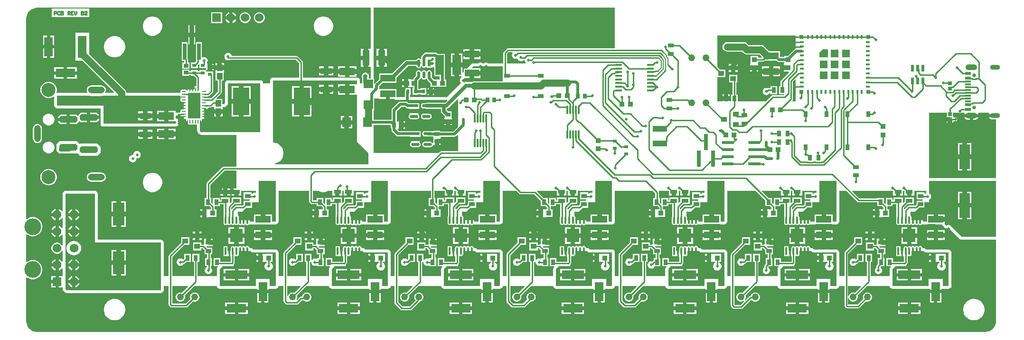
<source format=gtl>
G04*
G04 #@! TF.GenerationSoftware,Altium Limited,Altium Designer,24.5.2 (23)*
G04*
G04 Layer_Physical_Order=1*
G04 Layer_Color=255*
%FSLAX44Y44*%
%MOMM*%
G71*
G04*
G04 #@! TF.SameCoordinates,18AD1EF8-D4E3-4D70-9127-A8B2740D653E*
G04*
G04*
G04 #@! TF.FilePolarity,Positive*
G04*
G01*
G75*
%ADD10C,0.5000*%
%ADD12C,0.2540*%
%ADD15C,0.2000*%
%ADD21R,2.0500X1.1000*%
%ADD22R,1.0121X1.2000*%
%ADD23R,1.0000X0.8000*%
G04:AMPARAMS|DCode=24|XSize=1.45mm|YSize=0.3mm|CornerRadius=0.0495mm|HoleSize=0mm|Usage=FLASHONLY|Rotation=90.000|XOffset=0mm|YOffset=0mm|HoleType=Round|Shape=RoundedRectangle|*
%AMROUNDEDRECTD24*
21,1,1.4500,0.2010,0,0,90.0*
21,1,1.3510,0.3000,0,0,90.0*
1,1,0.0990,0.1005,0.6755*
1,1,0.0990,0.1005,-0.6755*
1,1,0.0990,-0.1005,-0.6755*
1,1,0.0990,-0.1005,0.6755*
%
%ADD24ROUNDEDRECTD24*%
%ADD25R,0.8121X0.7581*%
%ADD26R,2.8000X1.3500*%
%ADD27R,0.6500X3.0000*%
%ADD28R,0.9581X0.9121*%
%ADD29R,2.6000X1.0500*%
G04:AMPARAMS|DCode=30|XSize=2.1692mm|YSize=0.5821mm|CornerRadius=0.2911mm|HoleSize=0mm|Usage=FLASHONLY|Rotation=180.000|XOffset=0mm|YOffset=0mm|HoleType=Round|Shape=RoundedRectangle|*
%AMROUNDEDRECTD30*
21,1,2.1692,0.0000,0,0,180.0*
21,1,1.5870,0.5821,0,0,180.0*
1,1,0.5821,-0.7935,0.0000*
1,1,0.5821,0.7935,0.0000*
1,1,0.5821,0.7935,0.0000*
1,1,0.5821,-0.7935,0.0000*
%
%ADD30ROUNDEDRECTD30*%
%ADD31R,2.1692X0.5821*%
%ADD32R,0.7581X0.8121*%
G04:AMPARAMS|DCode=33|XSize=1.5052mm|YSize=0.5721mm|CornerRadius=0.2861mm|HoleSize=0mm|Usage=FLASHONLY|Rotation=0.000|XOffset=0mm|YOffset=0mm|HoleType=Round|Shape=RoundedRectangle|*
%AMROUNDEDRECTD33*
21,1,1.5052,0.0000,0,0,0.0*
21,1,0.9331,0.5721,0,0,0.0*
1,1,0.5721,0.4666,0.0000*
1,1,0.5721,-0.4666,0.0000*
1,1,0.5721,-0.4666,0.0000*
1,1,0.5721,0.4666,0.0000*
%
%ADD33ROUNDEDRECTD33*%
%ADD34R,1.5052X0.5721*%
%ADD35R,0.8500X0.7000*%
%ADD36R,1.9000X4.4000*%
%ADD37R,2.7000X1.3000*%
%ADD38R,1.0065X0.9582*%
%ADD39R,0.6000X0.8000*%
G04:AMPARAMS|DCode=40|XSize=1.2544mm|YSize=0.5321mm|CornerRadius=0.2661mm|HoleSize=0mm|Usage=FLASHONLY|Rotation=270.000|XOffset=0mm|YOffset=0mm|HoleType=Round|Shape=RoundedRectangle|*
%AMROUNDEDRECTD40*
21,1,1.2544,0.0000,0,0,270.0*
21,1,0.7223,0.5321,0,0,270.0*
1,1,0.5321,0.0000,-0.3611*
1,1,0.5321,0.0000,0.3611*
1,1,0.5321,0.0000,0.3611*
1,1,0.5321,0.0000,-0.3611*
%
%ADD40ROUNDEDRECTD40*%
%ADD41R,0.5321X1.2544*%
%ADD42R,1.5000X3.6000*%
%ADD43R,0.6000X1.2000*%
%ADD44R,2.9450X4.9500*%
G04:AMPARAMS|DCode=45|XSize=0.75mm|YSize=0.25mm|CornerRadius=0.05mm|HoleSize=0mm|Usage=FLASHONLY|Rotation=180.000|XOffset=0mm|YOffset=0mm|HoleType=Round|Shape=RoundedRectangle|*
%AMROUNDEDRECTD45*
21,1,0.7500,0.1500,0,0,180.0*
21,1,0.6500,0.2500,0,0,180.0*
1,1,0.1000,-0.3250,0.0750*
1,1,0.1000,0.3250,0.0750*
1,1,0.1000,0.3250,-0.0750*
1,1,0.1000,-0.3250,-0.0750*
%
%ADD45ROUNDEDRECTD45*%
G04:AMPARAMS|DCode=46|XSize=0.25mm|YSize=0.6mm|CornerRadius=0.05mm|HoleSize=0mm|Usage=FLASHONLY|Rotation=180.000|XOffset=0mm|YOffset=0mm|HoleType=Round|Shape=RoundedRectangle|*
%AMROUNDEDRECTD46*
21,1,0.2500,0.5000,0,0,180.0*
21,1,0.1500,0.6000,0,0,180.0*
1,1,0.1000,-0.0750,0.2500*
1,1,0.1000,0.0750,0.2500*
1,1,0.1000,0.0750,-0.2500*
1,1,0.1000,-0.0750,-0.2500*
%
%ADD46ROUNDEDRECTD46*%
%ADD47R,0.3408X1.3554*%
G04:AMPARAMS|DCode=48|XSize=1.3554mm|YSize=0.3408mm|CornerRadius=0.1704mm|HoleSize=0mm|Usage=FLASHONLY|Rotation=90.000|XOffset=0mm|YOffset=0mm|HoleType=Round|Shape=RoundedRectangle|*
%AMROUNDEDRECTD48*
21,1,1.3554,0.0000,0,0,90.0*
21,1,1.0147,0.3408,0,0,90.0*
1,1,0.3408,0.0000,0.5073*
1,1,0.3408,0.0000,-0.5073*
1,1,0.3408,0.0000,-0.5073*
1,1,0.3408,0.0000,0.5073*
%
%ADD48ROUNDEDRECTD48*%
%ADD49R,0.8000X0.6000*%
%ADD50R,2.5000X1.2500*%
%ADD51R,1.0000X0.7000*%
%ADD52R,0.7000X1.0000*%
%ADD53R,0.9121X0.9581*%
%ADD54R,0.8000X1.0000*%
%ADD55R,1.2500X0.8000*%
%ADD56R,1.0668X0.9652*%
G04:AMPARAMS|DCode=57|XSize=0.4mm|YSize=1.2mm|CornerRadius=0.05mm|HoleSize=0mm|Usage=FLASHONLY|Rotation=270.000|XOffset=0mm|YOffset=0mm|HoleType=Round|Shape=RoundedRectangle|*
%AMROUNDEDRECTD57*
21,1,0.4000,1.1000,0,0,270.0*
21,1,0.3000,1.2000,0,0,270.0*
1,1,0.1000,-0.5500,-0.1500*
1,1,0.1000,-0.5500,0.1500*
1,1,0.1000,0.5500,0.1500*
1,1,0.1000,0.5500,-0.1500*
%
%ADD57ROUNDEDRECTD57*%
%ADD58R,1.1400X0.6000*%
%ADD59R,1.1400X0.3000*%
%ADD60R,0.6725X0.7154*%
%ADD61R,2.0000X4.1000*%
%ADD62R,1.6764X1.5240*%
%ADD63R,1.5240X1.6764*%
%ADD64R,1.3000X2.7000*%
%ADD65R,0.8000X0.4000*%
%ADD66R,0.4000X0.8000*%
%ADD67R,1.4500X1.4500*%
%ADD68R,0.7000X0.7000*%
G04:AMPARAMS|DCode=75|XSize=2.2mm|YSize=4.6mm|CornerRadius=0.055mm|HoleSize=0mm|Usage=FLASHONLY|Rotation=180.000|XOffset=0mm|YOffset=0mm|HoleType=Round|Shape=RoundedRectangle|*
%AMROUNDEDRECTD75*
21,1,2.2000,4.4900,0,0,180.0*
21,1,2.0900,4.6000,0,0,180.0*
1,1,0.1100,-1.0450,2.2450*
1,1,0.1100,1.0450,2.2450*
1,1,0.1100,1.0450,-2.2450*
1,1,0.1100,-1.0450,-2.2450*
%
%ADD75ROUNDEDRECTD75*%
%ADD76R,2.3100X2.4600*%
%ADD91C,3.0000*%
%ADD92C,1.5700*%
%ADD93R,1.5700X1.5700*%
%ADD110C,0.5000*%
%ADD111R,0.6000X0.6000*%
%ADD112C,0.5080*%
%ADD113C,1.2700*%
%ADD114C,0.6350*%
%ADD115O,3.0000X1.2000*%
%ADD116O,1.2000X3.0000*%
G04:AMPARAMS|DCode=117|XSize=1.2mm|YSize=3.2mm|CornerRadius=0mm|HoleSize=0mm|Usage=FLASHONLY|Rotation=90.000|XOffset=0mm|YOffset=0mm|HoleType=Round|Shape=Octagon|*
%AMOCTAGOND117*
4,1,8,-1.6000,-0.3000,-1.6000,0.3000,-1.3000,0.6000,1.3000,0.6000,1.6000,0.3000,1.6000,-0.3000,1.3000,-0.6000,-1.3000,-0.6000,-1.6000,-0.3000,0.0*
%
%ADD117OCTAGOND117*%

%ADD118C,2.5000*%
%ADD119C,1.5240*%
%ADD120R,1.5240X1.5240*%
%ADD121C,1.2192*%
%ADD122R,4.0000X1.5000*%
%ADD123R,3.5000X1.5000*%
%ADD124R,1.5000X3.5000*%
%ADD125O,2.1000X1.0500*%
%ADD126O,1.8000X0.9000*%
%ADD127C,0.6500*%
%ADD128R,1.5000X4.0000*%
G36*
X1382500Y516889D02*
X1381744Y516739D01*
X1380256Y515744D01*
X1368572Y504061D01*
X1361939D01*
Y501858D01*
X1354000D01*
Y512500D01*
X1334911D01*
X1326455Y520955D01*
X1324711Y522294D01*
X1322680Y523135D01*
X1320500Y523422D01*
X1298489D01*
X1295955Y525955D01*
X1294211Y527294D01*
X1292180Y528135D01*
X1290000Y528422D01*
X1260000D01*
X1257820Y528135D01*
X1255789Y527294D01*
X1254045Y525955D01*
X1252706Y524211D01*
X1251865Y522180D01*
X1251578Y520000D01*
X1251865Y517820D01*
X1252706Y515789D01*
X1254045Y514045D01*
X1255789Y512706D01*
X1257820Y511865D01*
X1260000Y511578D01*
X1286512D01*
X1289045Y509045D01*
X1290789Y507706D01*
X1292820Y506865D01*
X1295000Y506578D01*
X1317012D01*
X1321812Y501777D01*
X1321326Y500604D01*
X1315061D01*
Y504061D01*
X1301939D01*
Y491107D01*
X1301399Y490061D01*
X1301399Y489433D01*
Y486730D01*
X1308500D01*
Y482730D01*
D01*
Y486730D01*
X1315601D01*
Y490061D01*
X1315061Y491107D01*
Y493936D01*
X1324770D01*
X1326046Y494190D01*
X1327128Y494912D01*
X1327715Y495500D01*
X1348001D01*
X1348986Y494026D01*
X1350474Y493031D01*
X1352230Y492682D01*
X1361939D01*
Y491107D01*
X1361399Y490061D01*
X1361399Y490061D01*
X1361399Y490061D01*
Y486730D01*
X1368500D01*
Y478730D01*
X1361399D01*
Y475399D01*
X1370016D01*
X1370502Y474226D01*
X1355936Y459660D01*
X1355213Y458578D01*
X1354959Y457302D01*
Y449580D01*
X1352293D01*
Y435581D01*
X1361706D01*
X1362192Y434407D01*
X1361119Y433334D01*
X1341713D01*
X1340437Y433080D01*
X1339355Y432357D01*
X1329498Y422500D01*
X1279293D01*
Y434580D01*
X1276627D01*
Y456255D01*
X1278127D01*
Y469907D01*
X1263459D01*
Y456255D01*
X1269959D01*
Y434580D01*
X1267293D01*
Y422500D01*
X1264833D01*
Y423581D01*
X1258293D01*
X1251753D01*
Y422500D01*
X1242500D01*
Y465755D01*
X1256951D01*
Y479407D01*
X1246998D01*
X1242500Y483905D01*
Y540000D01*
X1382500D01*
Y516889D01*
D02*
G37*
G36*
X1439500Y501000D02*
X1425000D01*
Y509500D01*
X1431000Y515500D01*
X1439500D01*
Y501000D01*
D02*
G37*
G36*
X877324Y509016D02*
X877299Y508991D01*
X876443Y507509D01*
X876000Y505856D01*
Y504144D01*
X876443Y502491D01*
X877299Y501009D01*
X878509Y499799D01*
X879991Y498943D01*
X881644Y498500D01*
X883356D01*
X885009Y498943D01*
X885212Y499061D01*
X886245Y498633D01*
X886468Y498319D01*
X887299Y496879D01*
X888509Y495669D01*
X889991Y494813D01*
X891644Y494370D01*
X893356D01*
X895009Y494813D01*
X896491Y495669D01*
X897639Y496817D01*
X898065Y496718D01*
X898870Y496363D01*
X898988Y495824D01*
Y494879D01*
X899431Y493226D01*
X900287Y491743D01*
X900760Y491270D01*
X900234Y490000D01*
X867322D01*
Y507171D01*
X870437Y510286D01*
X876797D01*
X877324Y509016D01*
D02*
G37*
G36*
X1060000Y516954D02*
X869056D01*
X867780Y516700D01*
X866698Y515978D01*
X861630Y510910D01*
X860908Y509828D01*
X860654Y508552D01*
Y490000D01*
X834192D01*
X833991Y490201D01*
X832509Y491057D01*
X830856Y491500D01*
X829144D01*
X827491Y491057D01*
X826009Y490201D01*
X825808Y490000D01*
X824192D01*
X823991Y490201D01*
X822509Y491057D01*
X820856Y491500D01*
X819144D01*
X817491Y491057D01*
X816009Y490201D01*
X815808Y490000D01*
X805000D01*
X796250Y481250D01*
X790500D01*
Y475500D01*
X788963Y473963D01*
X787790Y474449D01*
Y483500D01*
X781750D01*
Y466960D01*
X786307D01*
X786648Y465690D01*
X786009Y465321D01*
X784799Y464111D01*
X783943Y462629D01*
X783500Y460976D01*
Y459264D01*
X783943Y457611D01*
X784799Y456129D01*
X785464Y455464D01*
X760062Y430062D01*
X759809D01*
X759498Y430000D01*
X695131D01*
X694667Y430092D01*
X694629Y430118D01*
Y434000D01*
X696000D01*
Y446000D01*
X686000D01*
Y442185D01*
X685723Y441771D01*
X685371Y440000D01*
Y430118D01*
X685333Y430092D01*
X684869Y430000D01*
X671002D01*
X670538Y430092D01*
X670500Y430118D01*
Y444500D01*
X640777D01*
X639570Y444941D01*
X639570Y445741D01*
Y449024D01*
X646046Y455500D01*
X670500D01*
Y465038D01*
X691020Y485558D01*
X705364D01*
X705395Y485404D01*
X706425Y483863D01*
X707342Y483250D01*
X707960Y482325D01*
X709041Y481603D01*
X710317Y481349D01*
X711593Y481603D01*
X712675Y482325D01*
X713397Y483407D01*
X713633Y484593D01*
X713808Y484854D01*
X715262D01*
X715925Y483863D01*
X717467Y482832D01*
X719285Y482471D01*
X721104Y482832D01*
X722645Y483863D01*
X722854Y484176D01*
X724124Y483790D01*
Y482562D01*
X733446D01*
Y482964D01*
X734144Y483500D01*
X735856D01*
X736480Y483667D01*
X737750Y482693D01*
Y467500D01*
X747371D01*
Y461561D01*
X745791D01*
X745479Y461561D01*
X744521D01*
X744209Y461561D01*
X737486D01*
X733460Y465586D01*
Y465831D01*
X733537Y466217D01*
Y473439D01*
X733175Y475258D01*
X732145Y476800D01*
X730603Y477830D01*
X728785Y478191D01*
X726966Y477830D01*
X725425Y476800D01*
X724762Y475808D01*
X723308D01*
X722645Y476800D01*
X721104Y477830D01*
X719285Y478191D01*
X717467Y477830D01*
X715925Y476800D01*
X715262Y475808D01*
X713808D01*
X713145Y476800D01*
X711603Y477830D01*
X709785Y478191D01*
X707967Y477830D01*
X706425Y476800D01*
X705395Y475258D01*
X705033Y473439D01*
Y467946D01*
X701727Y464640D01*
X700723Y463138D01*
X700455Y461791D01*
X695314D01*
Y462331D01*
X691741D01*
Y455000D01*
Y447669D01*
X695314D01*
Y448209D01*
X700371D01*
Y446000D01*
X699000D01*
Y434000D01*
X709000D01*
Y435371D01*
X713500D01*
Y434000D01*
X723500D01*
Y446000D01*
X713500D01*
Y444629D01*
X709629D01*
Y459449D01*
X712818Y462638D01*
X713145Y462857D01*
X713808Y463848D01*
X715262D01*
X715925Y462857D01*
X717467Y461827D01*
X719285Y461465D01*
X721104Y461827D01*
X722645Y462857D01*
X722972Y463345D01*
X724320Y463077D01*
X724555Y461898D01*
X725558Y460396D01*
X730939Y455014D01*
Y448439D01*
X744209D01*
X744521Y448439D01*
X745479D01*
X745791Y448439D01*
X753843D01*
X754291Y448350D01*
X754738Y448439D01*
X759061D01*
Y461561D01*
X756764D01*
X756629Y461762D01*
Y467500D01*
X756750D01*
Y507500D01*
X744046D01*
X743273Y508273D01*
X741771Y509277D01*
X740000Y509629D01*
X740000Y509629D01*
X723137D01*
X721365Y509277D01*
X719863Y508273D01*
X719863Y508273D01*
X716012Y504422D01*
X715008Y502920D01*
X714656Y501148D01*
X714656Y501148D01*
Y497830D01*
X713386Y497445D01*
X713145Y497805D01*
X711603Y498835D01*
X709785Y499197D01*
X707967Y498835D01*
X706425Y497805D01*
X705395Y496264D01*
X705364Y496110D01*
X688834D01*
X686815Y495709D01*
X685103Y494565D01*
X663038Y472500D01*
X639500D01*
Y462046D01*
X631668Y454214D01*
X631652Y454190D01*
X630382Y454576D01*
Y463416D01*
X630000D01*
Y483960D01*
Y589752D01*
X1060000D01*
Y516954D01*
D02*
G37*
G36*
X830541Y486306D02*
X831442Y485786D01*
X831557Y485747D01*
X832241Y485290D01*
X834192Y484902D01*
X860000D01*
Y458422D01*
X809540D01*
X807360Y458135D01*
X805827Y457500D01*
X792500D01*
X791498Y456498D01*
X790283Y456867D01*
X790174Y457415D01*
X789069Y459069D01*
X788878Y459259D01*
X788693Y459579D01*
X788598Y459935D01*
Y460304D01*
X788693Y460661D01*
X788878Y460981D01*
X789139Y461242D01*
X789197Y461275D01*
X789449Y461497D01*
X789751Y461646D01*
X790191Y462147D01*
X790692Y462587D01*
X790841Y462888D01*
X791063Y463141D01*
X791277Y463773D01*
X791493Y464210D01*
X801000D01*
Y473000D01*
X805000D01*
Y477000D01*
X820040D01*
Y481790D01*
X805659D01*
X805173Y482963D01*
X807112Y484902D01*
X815808D01*
X817759Y485290D01*
X818443Y485747D01*
X818558Y485786D01*
X819459Y486306D01*
X819816Y486402D01*
X820185D01*
X820541Y486306D01*
X821442Y485786D01*
X821557Y485747D01*
X822242Y485290D01*
X824192Y484902D01*
X825808D01*
X827759Y485290D01*
X828443Y485747D01*
X828558Y485786D01*
X829459Y486306D01*
X829815Y486402D01*
X830184D01*
X830541Y486306D01*
D02*
G37*
G36*
X624902Y516040D02*
X620000D01*
Y500000D01*
Y483960D01*
X624902D01*
Y463416D01*
X621614D01*
X620881Y464686D01*
X621057Y464991D01*
X621500Y466644D01*
Y468356D01*
X621057Y470009D01*
X620201Y471491D01*
X618991Y472701D01*
X617509Y473557D01*
X615856Y474000D01*
X614144D01*
X612491Y473557D01*
X611009Y472701D01*
X609799Y471491D01*
X608943Y470009D01*
X608500Y468356D01*
Y466644D01*
X608943Y464991D01*
X609445Y464122D01*
Y456575D01*
X609505Y456270D01*
X608677Y455000D01*
X605098D01*
Y460000D01*
X604710Y461951D01*
X603605Y463605D01*
X601951Y464710D01*
X600000Y465098D01*
X503334D01*
Y492500D01*
X503080Y493776D01*
X502357Y494858D01*
X494858Y502357D01*
X493776Y503080D01*
X492500Y503334D01*
X376500D01*
Y503446D01*
X376057Y505099D01*
X375201Y506581D01*
X373991Y507791D01*
X372509Y508647D01*
X370856Y509090D01*
X369144D01*
X367491Y508647D01*
X366009Y507791D01*
X364799Y506581D01*
X363943Y505099D01*
X363500Y503446D01*
Y501734D01*
X363943Y500081D01*
X364799Y498599D01*
X366009Y497388D01*
X367491Y496533D01*
X369144Y496090D01*
X370856D01*
X372509Y496533D01*
X372740Y496666D01*
X491119D01*
X496666Y491119D01*
Y465098D01*
X450000D01*
X448049Y464710D01*
X446395Y463605D01*
X445290Y461951D01*
X444902Y460000D01*
Y455000D01*
X432598D01*
X432210Y456951D01*
X431105Y458605D01*
X429451Y459710D01*
X427500Y460098D01*
X370000D01*
X368049Y459710D01*
X366395Y458605D01*
X365290Y456951D01*
X364902Y455000D01*
Y419612D01*
X362888Y417598D01*
X360101D01*
X359561Y418041D01*
Y427000D01*
X349694D01*
X349208Y428173D01*
X357357Y436323D01*
X358080Y437404D01*
X358334Y438680D01*
Y459595D01*
X362061D01*
Y473865D01*
X362601D01*
Y478405D01*
X355000D01*
X347399D01*
Y473865D01*
X347939D01*
Y459595D01*
X351666D01*
Y440061D01*
X339939Y428334D01*
X334601D01*
X333850Y429250D01*
Y430750D01*
X333820Y430898D01*
X334467Y431686D01*
X335743Y431940D01*
X336825Y432663D01*
X342357Y438195D01*
X343080Y439277D01*
X343334Y440553D01*
Y466000D01*
X343500D01*
Y476000D01*
X331500D01*
X331000Y477063D01*
X331000Y478460D01*
X332213Y478460D01*
X333500D01*
Y484000D01*
Y489540D01*
X333028D01*
X332502Y490810D01*
X332701Y491009D01*
X333557Y492491D01*
X334000Y494144D01*
Y495856D01*
X333557Y497509D01*
X332701Y498991D01*
X331491Y500201D01*
X330009Y501057D01*
X328356Y501500D01*
X326644D01*
X324991Y501057D01*
X324756Y500921D01*
X323486Y501655D01*
Y528509D01*
X312986D01*
Y509851D01*
X312922Y509529D01*
Y494137D01*
X310373Y491588D01*
X310314Y491500D01*
X304000D01*
Y481500D01*
X316000D01*
Y487785D01*
X317730Y489515D01*
X319000Y488989D01*
Y481500D01*
X330960D01*
Y479714D01*
X330960Y478500D01*
X329747Y478500D01*
X319000D01*
Y476924D01*
X316000D01*
Y478500D01*
X304000D01*
Y476959D01*
X301250D01*
Y479250D01*
X288750D01*
Y468250D01*
X301250D01*
Y470291D01*
X304000D01*
Y468500D01*
X308785D01*
X313416Y463869D01*
Y450351D01*
X312500Y449600D01*
X311000D01*
X310750Y449550D01*
Y444000D01*
X302750D01*
D01*
X297900D01*
Y441722D01*
X296630Y441597D01*
X296605Y441725D01*
X296052Y442552D01*
X295225Y443105D01*
X294250Y443299D01*
X287750D01*
X286775Y443105D01*
X285948Y442552D01*
X285395Y441725D01*
X285201Y440750D01*
Y439250D01*
X285319Y438655D01*
X285121Y438276D01*
X284671Y437734D01*
X284376Y437514D01*
X284284Y437512D01*
X283852Y437598D01*
X188409D01*
X188135Y439680D01*
X187294Y441711D01*
X185955Y443455D01*
X122500Y506911D01*
Y545000D01*
X97500D01*
Y495000D01*
X110589D01*
X166818Y438771D01*
X166332Y437598D01*
X151374D01*
X150813Y438737D01*
X150988Y438965D01*
X151794Y440912D01*
X152069Y443000D01*
X151794Y445088D01*
X150988Y447034D01*
X149706Y448706D01*
X148034Y449988D01*
X146088Y450794D01*
X144000Y451069D01*
X126000D01*
X123912Y450794D01*
X121966Y449988D01*
X120294Y448706D01*
X119012Y447034D01*
X118206Y445088D01*
X117931Y443000D01*
X118206Y440912D01*
X119012Y438965D01*
X119187Y438737D01*
X118626Y437598D01*
X65000D01*
X64872Y437573D01*
X63850Y438664D01*
X64500Y441091D01*
Y444909D01*
X63512Y448597D01*
X61603Y451903D01*
X58903Y454603D01*
X55597Y456512D01*
X51909Y457500D01*
X48091D01*
X44403Y456512D01*
X41097Y454603D01*
X38397Y451903D01*
X36488Y448597D01*
X35500Y444909D01*
Y441091D01*
X36488Y437403D01*
X38397Y434097D01*
X41097Y431397D01*
X44403Y429488D01*
X48091Y428500D01*
X51909D01*
X55597Y429488D01*
X58632Y431241D01*
X59902Y430771D01*
Y415000D01*
X60290Y413049D01*
X61395Y411395D01*
X63049Y410290D01*
X65000Y409902D01*
X142402D01*
Y382500D01*
X142790Y380549D01*
X143895Y378895D01*
X145549Y377790D01*
X147500Y377402D01*
X276031D01*
X277982Y377790D01*
X279636Y378895D01*
X281426Y380685D01*
X282531Y382339D01*
X282919Y384290D01*
X282598Y385904D01*
Y385962D01*
X282536Y386273D01*
X282559Y386589D01*
X282344Y387240D01*
X282210Y387913D01*
X282034Y388176D01*
X281934Y388477D01*
X281486Y388996D01*
X281105Y389566D01*
X280841Y389743D01*
X280634Y389983D01*
X279674Y390731D01*
X279061Y391039D01*
X278491Y391420D01*
X278180Y391482D01*
X277897Y391624D01*
X277213Y391674D01*
X276540Y391808D01*
X276500D01*
Y396343D01*
X277245Y397132D01*
X277770Y397402D01*
X277810D01*
X277810Y397402D01*
X277810Y397402D01*
X283531D01*
X283793Y397454D01*
X283886Y397410D01*
X284301Y397062D01*
X284764Y396332D01*
X284765Y396327D01*
X284650Y395750D01*
Y394250D01*
X284700Y394000D01*
X291000D01*
Y390000D01*
X295000D01*
Y386300D01*
X295436Y386386D01*
X296442Y387058D01*
X297114Y388064D01*
X297181Y388403D01*
X298451Y388278D01*
Y383500D01*
X298645Y382525D01*
X299198Y381698D01*
X300025Y381145D01*
X301000Y380951D01*
X302500D01*
X303475Y381145D01*
X304250Y381663D01*
X305025Y381145D01*
X306000Y380951D01*
X307500D01*
X308475Y381145D01*
X309250Y381663D01*
X310025Y381145D01*
X311000Y380951D01*
X312500D01*
X313475Y381145D01*
X313645Y381258D01*
X314902Y380571D01*
Y370000D01*
X315290Y368049D01*
X316395Y366395D01*
X318895Y363895D01*
X320549Y362790D01*
X322500Y362402D01*
X385000D01*
Y305834D01*
X362500D01*
X361224Y305580D01*
X360143Y304858D01*
X332643Y277358D01*
X331920Y276276D01*
X331666Y275000D01*
Y249500D01*
X328000D01*
Y235500D01*
X336285D01*
X338936Y232849D01*
Y229061D01*
X336107D01*
X335061Y229601D01*
X334433Y229601D01*
X331730D01*
Y222500D01*
Y215399D01*
X335061D01*
X336107Y215939D01*
X336331D01*
X349061D01*
Y229061D01*
X345604D01*
Y234230D01*
X345547Y234518D01*
X346352Y235500D01*
X355000D01*
Y239166D01*
X356750D01*
Y238500D01*
X362166D01*
Y217004D01*
X362011Y216772D01*
X361724Y215327D01*
Y205180D01*
X362011Y203735D01*
X362830Y202510D01*
X364055Y201692D01*
X365500Y201404D01*
X366945Y201692D01*
X367631Y202150D01*
X368170Y202510D01*
X369330D01*
X370555Y201692D01*
X372000Y201404D01*
X373445Y201692D01*
X374131Y202150D01*
X374670Y202510D01*
X375830D01*
X377055Y201692D01*
X378500Y201404D01*
X379945Y201692D01*
X380631Y202150D01*
X381170Y202510D01*
X382330D01*
X383555Y201692D01*
X385000Y201404D01*
X386445Y201692D01*
X387655Y202500D01*
D01*
X387670Y202510D01*
X387690Y202500D01*
X388235D01*
X388469Y202150D01*
X388806Y201924D01*
D01*
X389860Y201221D01*
X391500Y200894D01*
X393140Y201221D01*
X393320Y201341D01*
X393778Y201647D01*
X394750Y202057D01*
D01*
D01*
X395064Y201924D01*
X395722Y201647D01*
X396360Y201221D01*
X398000Y200894D01*
X399640Y201221D01*
X401031Y202150D01*
X401469D01*
X402860Y201221D01*
X404500Y200894D01*
X406140Y201221D01*
X407531Y202150D01*
X407765Y202500D01*
X407890Y202687D01*
X408827Y202500D01*
X416460D01*
X416492Y202506D01*
X416500Y202500D01*
X448500D01*
X448508Y202506D01*
X448540Y202500D01*
X455000D01*
X456951Y202888D01*
X458605Y203993D01*
X459710Y205647D01*
X460098Y207598D01*
Y262500D01*
X514166D01*
Y248840D01*
Y243988D01*
X514420Y242712D01*
X515143Y241630D01*
X516630Y240142D01*
X517712Y239420D01*
X518988Y239166D01*
X528000D01*
Y235500D01*
X536285D01*
X538936Y232849D01*
Y229061D01*
X536107D01*
X535061Y229601D01*
X534433Y229601D01*
X531730D01*
Y222500D01*
Y215399D01*
X535061D01*
X536107Y215939D01*
X536331D01*
X549061D01*
Y229061D01*
X545604D01*
Y234230D01*
X545547Y234518D01*
X546352Y235500D01*
X555000D01*
Y239166D01*
X556750D01*
Y238500D01*
X562166D01*
Y217004D01*
X562011Y216772D01*
X561724Y215327D01*
Y205180D01*
X562011Y203735D01*
X562830Y202510D01*
X564055Y201692D01*
X565500Y201404D01*
X566945Y201692D01*
X568155Y202500D01*
X568170Y202510D01*
X569330D01*
X570555Y201692D01*
X572000Y201404D01*
X573445Y201692D01*
X574655Y202500D01*
X574670Y202510D01*
X575830D01*
X577055Y201692D01*
X578500Y201404D01*
X579945Y201692D01*
X581155Y202500D01*
X581170Y202510D01*
X582330D01*
X583555Y201692D01*
X585000Y201404D01*
X586445Y201692D01*
X587655Y202500D01*
D01*
X587670Y202510D01*
X587690Y202500D01*
X588235D01*
X588469Y202150D01*
X589455Y201491D01*
X589860Y201221D01*
X591500Y200894D01*
X593140Y201221D01*
X593778Y201647D01*
X594750Y202057D01*
X595722Y201647D01*
X596360Y201221D01*
X598000Y200894D01*
X599640Y201221D01*
X601031Y202150D01*
X601469D01*
X602860Y201221D01*
X604500Y200894D01*
X606140Y201221D01*
X607531Y202150D01*
X607699Y202402D01*
X607889Y202687D01*
X608827Y202500D01*
X616460D01*
X616492Y202506D01*
X616500Y202500D01*
X648500D01*
X648508Y202506D01*
X648540Y202500D01*
X655000D01*
X656951Y202888D01*
X658605Y203993D01*
X659710Y205647D01*
X660098Y207598D01*
Y262500D01*
X731666D01*
Y249500D01*
X728000D01*
Y235500D01*
X736285D01*
X738936Y232849D01*
Y229061D01*
X736107D01*
X735061Y229601D01*
X734433Y229601D01*
X731730D01*
Y222500D01*
Y215399D01*
X735061D01*
X736107Y215939D01*
X736331D01*
X749061D01*
Y229061D01*
X745604D01*
Y234230D01*
X745547Y234518D01*
X746352Y235500D01*
X755000D01*
Y239166D01*
X756750D01*
Y238500D01*
X762166D01*
Y217004D01*
X762011Y216772D01*
X761724Y215327D01*
Y205180D01*
X762011Y203735D01*
X762830Y202510D01*
X764055Y201692D01*
X765500Y201404D01*
X766945Y201692D01*
X768155Y202500D01*
X768170Y202510D01*
X769330D01*
X770555Y201692D01*
X772000Y201404D01*
X773445Y201692D01*
X774655Y202500D01*
X774670Y202510D01*
X775830D01*
X777055Y201692D01*
X778500Y201404D01*
X779945Y201692D01*
X781155Y202500D01*
X781170Y202510D01*
X782330D01*
X783555Y201692D01*
X785000Y201404D01*
X786445Y201692D01*
X787655Y202500D01*
D01*
X787670Y202510D01*
X787690Y202500D01*
X788235D01*
X788469Y202150D01*
X789455Y201491D01*
X789860Y201221D01*
X791500Y200894D01*
X793140Y201221D01*
X793778Y201647D01*
X794750Y202057D01*
X795722Y201647D01*
X796360Y201221D01*
X798000Y200894D01*
X799640Y201221D01*
X801031Y202150D01*
X801469D01*
X802860Y201221D01*
X804500Y200894D01*
X806140Y201221D01*
X807531Y202150D01*
X807699Y202402D01*
X807889Y202687D01*
X808827Y202500D01*
X816460D01*
X816492Y202506D01*
X816500Y202500D01*
X848500D01*
X848508Y202506D01*
X848540Y202500D01*
X855000D01*
X856951Y202888D01*
X858605Y203993D01*
X859710Y205647D01*
X860098Y207598D01*
Y262500D01*
X884294D01*
X889151Y257642D01*
X890233Y256920D01*
X891509Y256666D01*
X891509Y256666D01*
X916119D01*
X928000Y244785D01*
Y235500D01*
X936285D01*
X938936Y232849D01*
Y229061D01*
X936107D01*
X935061Y229601D01*
X934433Y229601D01*
X931730D01*
Y222500D01*
Y215399D01*
X935061D01*
X936107Y215939D01*
X936331D01*
X949061D01*
Y229061D01*
X945604D01*
Y234230D01*
X945547Y234518D01*
X946352Y235500D01*
X955000D01*
Y239166D01*
X956750D01*
Y238500D01*
X962166D01*
Y217004D01*
X962011Y216772D01*
X961724Y215327D01*
Y205180D01*
X962011Y203735D01*
X962830Y202510D01*
X962991Y202402D01*
X964055Y201692D01*
X965500Y201404D01*
X966945Y201692D01*
X968170Y202510D01*
X969330D01*
X970008Y202057D01*
X970555Y201692D01*
X972000Y201404D01*
X973445Y201692D01*
X974670Y202510D01*
X975830D01*
X976508Y202057D01*
X977055Y201692D01*
X978500Y201404D01*
X979945Y201692D01*
X981170Y202510D01*
X982330D01*
X983008Y202057D01*
X983555Y201692D01*
X985000Y201404D01*
X986445Y201692D01*
X987655Y202500D01*
D01*
X987670Y202510D01*
X987690Y202500D01*
X988235D01*
X988469Y202150D01*
X989860Y201221D01*
X991500Y200894D01*
X993140Y201221D01*
X993778Y201647D01*
X994750Y202057D01*
X995722Y201647D01*
X996360Y201221D01*
X998000Y200894D01*
X999640Y201221D01*
X1001031Y202150D01*
X1001469D01*
X1002860Y201221D01*
X1004500Y200894D01*
X1006140Y201221D01*
X1007531Y202150D01*
X1007889Y202687D01*
X1008827Y202500D01*
X1016460D01*
X1016492Y202506D01*
X1016500Y202500D01*
X1048500D01*
X1048508Y202506D01*
X1048540Y202500D01*
X1055000D01*
X1056951Y202888D01*
X1058605Y203993D01*
X1059710Y205647D01*
X1060098Y207598D01*
Y262500D01*
X1127785D01*
X1131666Y258619D01*
Y249500D01*
X1128000D01*
Y235500D01*
X1136285D01*
X1138936Y232849D01*
Y229061D01*
X1136107D01*
X1135061Y229601D01*
X1134433Y229601D01*
X1131730D01*
Y222500D01*
Y215399D01*
X1135061D01*
X1136107Y215939D01*
X1136331D01*
X1149061D01*
Y229061D01*
X1145604D01*
Y234230D01*
X1145547Y234518D01*
X1146352Y235500D01*
X1155000D01*
Y239166D01*
X1156750D01*
Y238500D01*
X1162166D01*
Y217004D01*
X1162011Y216772D01*
X1161724Y215327D01*
Y205180D01*
X1162011Y203735D01*
X1162830Y202510D01*
X1162991Y202402D01*
X1164055Y201692D01*
X1165500Y201404D01*
X1166945Y201692D01*
X1168170Y202510D01*
X1169330D01*
X1170008Y202057D01*
X1170555Y201692D01*
X1172000Y201404D01*
X1173445Y201692D01*
X1174670Y202510D01*
X1175830D01*
X1176508Y202057D01*
X1177055Y201692D01*
X1178500Y201404D01*
X1179945Y201692D01*
X1181170Y202510D01*
X1182330D01*
X1183008Y202057D01*
X1183555Y201692D01*
X1185000Y201404D01*
X1186445Y201692D01*
X1187670Y202510D01*
X1188830D01*
X1189508Y202057D01*
X1190055Y201692D01*
X1191500Y201404D01*
X1192945Y201692D01*
X1194170Y202510D01*
X1195330D01*
X1196008Y202057D01*
X1196555Y201692D01*
X1198000Y201404D01*
X1199445Y201692D01*
X1200670Y202510D01*
X1201830D01*
X1202508Y202057D01*
X1203055Y201692D01*
X1204500Y201404D01*
X1205945Y201692D01*
X1207170Y202510D01*
X1207359Y202792D01*
X1208827Y202500D01*
X1216460D01*
X1218411Y202888D01*
X1218578Y203000D01*
X1246422D01*
X1246589Y202888D01*
X1248540Y202500D01*
X1255000D01*
X1256951Y202888D01*
X1258605Y203993D01*
X1259710Y205647D01*
X1260098Y207598D01*
Y262500D01*
X1311285D01*
X1328000Y245785D01*
Y235500D01*
X1336285D01*
X1338936Y232849D01*
Y229061D01*
X1336107D01*
X1335061Y229601D01*
X1334433Y229601D01*
X1331730D01*
Y222500D01*
Y215399D01*
X1335061D01*
X1336107Y215939D01*
X1336331D01*
X1349061D01*
Y229061D01*
X1345604D01*
Y234230D01*
X1345547Y234518D01*
X1346352Y235500D01*
X1355000D01*
Y239166D01*
X1356750D01*
Y238500D01*
X1362166D01*
Y217004D01*
X1362011Y216772D01*
X1361724Y215327D01*
Y205180D01*
X1362011Y203735D01*
X1362830Y202510D01*
X1362845Y202500D01*
X1364055Y201692D01*
X1365500Y201404D01*
X1366945Y201692D01*
X1368170Y202510D01*
X1369330D01*
X1370206Y201924D01*
X1370555Y201692D01*
X1372000Y201404D01*
X1373445Y201692D01*
X1374655Y202500D01*
X1375845D01*
X1377055Y201692D01*
X1378500Y201404D01*
X1379945Y201692D01*
X1381170Y202510D01*
X1382330D01*
X1383206Y201924D01*
X1383555Y201692D01*
X1385000Y201404D01*
X1386445Y201692D01*
X1387670Y202510D01*
X1388830D01*
X1389706Y201924D01*
X1390055Y201692D01*
X1391500Y201404D01*
X1392945Y201692D01*
X1394155Y202500D01*
X1395345D01*
X1396555Y201692D01*
X1398000Y201404D01*
X1399445Y201692D01*
X1400670Y202510D01*
X1401830D01*
X1402706Y201924D01*
X1403055Y201692D01*
X1404500Y201404D01*
X1405945Y201692D01*
X1407170Y202510D01*
X1407359Y202792D01*
X1408827Y202500D01*
X1416460D01*
X1418411Y202888D01*
X1418578Y203000D01*
X1446422D01*
X1446589Y202888D01*
X1448540Y202500D01*
X1455000D01*
X1456951Y202888D01*
X1458605Y203993D01*
X1459710Y205647D01*
X1460098Y207598D01*
Y262500D01*
X1472785D01*
X1492413Y242873D01*
X1493494Y242150D01*
X1494770Y241896D01*
X1528000D01*
Y235500D01*
X1536285D01*
X1538936Y232849D01*
Y229061D01*
X1536107D01*
X1535061Y229601D01*
X1534433Y229601D01*
X1531730D01*
Y222500D01*
Y215399D01*
X1535061D01*
X1536107Y215939D01*
X1536331D01*
X1549061D01*
Y229061D01*
X1545604D01*
Y234230D01*
X1545547Y234518D01*
X1546352Y235500D01*
X1555000D01*
Y239166D01*
X1556750D01*
Y238500D01*
X1562166D01*
Y217004D01*
X1562011Y216772D01*
X1561724Y215327D01*
Y205180D01*
X1562011Y203735D01*
X1562830Y202510D01*
X1562845Y202500D01*
X1564055Y201692D01*
X1565500Y201404D01*
X1566945Y201692D01*
X1568155Y202500D01*
X1569345D01*
X1570555Y201692D01*
X1572000Y201404D01*
X1573445Y201692D01*
X1574655Y202500D01*
X1575845D01*
X1577055Y201692D01*
X1578500Y201404D01*
X1579945Y201692D01*
X1581155Y202500D01*
X1582345D01*
X1583555Y201692D01*
X1585000Y201404D01*
X1586445Y201692D01*
X1587670Y202510D01*
X1588830D01*
X1589706Y201924D01*
X1590055Y201692D01*
X1591500Y201404D01*
X1592945Y201692D01*
X1594170Y202510D01*
X1595330D01*
X1596206Y201924D01*
X1596555Y201692D01*
X1598000Y201404D01*
X1599445Y201692D01*
X1600670Y202510D01*
X1601830D01*
X1602706Y201924D01*
X1603055Y201692D01*
X1604500Y201404D01*
X1605945Y201692D01*
X1607170Y202510D01*
X1607359Y202792D01*
X1608827Y202500D01*
X1616460D01*
X1618411Y202888D01*
X1618578Y203000D01*
X1630235D01*
X1630549Y202790D01*
X1632008Y202500D01*
X1632500Y202402D01*
X1643553D01*
X1643572Y202308D01*
D01*
X1643616Y201642D01*
X1643764Y201341D01*
X1643830Y201011D01*
X1644201Y200456D01*
X1644326Y200201D01*
X1644496Y199858D01*
X1644748Y199636D01*
X1644935Y199357D01*
X1645490Y198986D01*
X1645544Y198939D01*
D01*
X1646122Y198361D01*
X1646192Y198239D01*
X1646526Y197661D01*
X1646747Y197409D01*
X1646896Y197108D01*
X1647397Y196668D01*
X1647837Y196166D01*
X1648138Y196017D01*
X1648391Y195796D01*
X1649023Y195581D01*
X1649621Y195286D01*
X1649679Y195282D01*
X1649689Y195277D01*
X1649973Y195259D01*
X1650274Y195156D01*
X1650342Y195147D01*
X1651008Y195191D01*
X1651674Y195147D01*
X1651992Y195255D01*
X1652327Y195277D01*
X1652926Y195572D01*
D01*
X1652926Y195572D01*
X1653558Y195786D01*
X1653730Y195886D01*
X1654459Y196306D01*
X1654815Y196402D01*
X1655184D01*
X1655541Y196306D01*
X1655861Y196122D01*
X1656122Y195861D01*
X1656220Y195690D01*
X1656660Y195189D01*
X1656688Y195147D01*
X1657030Y194635D01*
X1675270Y176395D01*
X1676924Y175290D01*
X1678875Y174902D01*
X1739753D01*
Y110000D01*
Y30000D01*
X1739752Y28705D01*
X1739415Y26138D01*
X1738744Y23637D01*
X1737753Y21245D01*
X1736459Y19002D01*
X1734883Y16948D01*
X1733052Y15117D01*
X1730997Y13541D01*
X1728755Y12247D01*
X1726363Y11256D01*
X1723862Y10586D01*
X1721295Y10248D01*
X28705D01*
X26138Y10586D01*
X23637Y11256D01*
X21245Y12247D01*
X19003Y13541D01*
X16948Y15117D01*
X15117Y16948D01*
X13541Y19003D01*
X12247Y21245D01*
X11256Y23637D01*
X10586Y26138D01*
X10248Y28705D01*
Y30000D01*
Y107254D01*
X11518Y107925D01*
X13748Y106435D01*
X16841Y105153D01*
X20126Y104500D01*
X23474D01*
X26759Y105153D01*
X29852Y106435D01*
X32637Y108295D01*
X35005Y110663D01*
X36865Y113448D01*
X38147Y116541D01*
X38800Y119826D01*
Y123174D01*
X38147Y126459D01*
X36865Y129552D01*
X35005Y132337D01*
X32637Y134705D01*
X29852Y136565D01*
X26759Y137847D01*
X23474Y138500D01*
X20126D01*
X16841Y137847D01*
X13748Y136565D01*
X11518Y135075D01*
X10248Y135746D01*
Y184254D01*
X11518Y184925D01*
X13748Y183435D01*
X16841Y182153D01*
X20126Y181500D01*
X23474D01*
X26759Y182153D01*
X29852Y183435D01*
X32637Y185295D01*
X35005Y187663D01*
X36865Y190448D01*
X38147Y193541D01*
X38800Y196826D01*
Y200174D01*
X38147Y203459D01*
X36865Y206553D01*
X35005Y209337D01*
X32637Y211705D01*
X29852Y213565D01*
X26759Y214847D01*
X23474Y215500D01*
X20126D01*
X16841Y214847D01*
X13748Y213565D01*
X11518Y212075D01*
X10248Y212746D01*
Y570000D01*
Y571295D01*
X10586Y573862D01*
X11256Y576363D01*
X12247Y578755D01*
X13541Y580997D01*
X15117Y583051D01*
X16948Y584883D01*
X19003Y586459D01*
X21245Y587753D01*
X23637Y588744D01*
X26138Y589414D01*
X28705Y589752D01*
X624902D01*
Y516040D01*
D02*
G37*
G36*
X284746Y431230D02*
X284650Y430750D01*
Y429250D01*
X284886Y428064D01*
X285558Y427058D01*
X285599Y427031D01*
X285395Y426725D01*
X285201Y425750D01*
Y424250D01*
X285395Y423275D01*
X285599Y422969D01*
X285599Y422969D01*
X285947Y422447D01*
X286774Y421895D01*
X287750Y421701D01*
X291000D01*
Y416000D01*
D01*
Y411000D01*
D01*
Y408299D01*
X287750D01*
X286774Y408105D01*
X285947Y407553D01*
X285599Y407031D01*
X285599Y407031D01*
X285395Y406725D01*
X285201Y405750D01*
Y404250D01*
X284370Y403060D01*
X284256Y402985D01*
X283531Y402500D01*
X277810D01*
X277500Y402500D01*
X276540Y403248D01*
Y405290D01*
X264000D01*
Y396000D01*
Y386710D01*
X276230D01*
X276540Y386710D01*
X277500Y385962D01*
Y384611D01*
X277821Y384290D01*
X276031Y382500D01*
X147500D01*
Y415000D01*
X65000D01*
Y432500D01*
X122605D01*
X123128Y432283D01*
X126000Y431905D01*
X144000D01*
X146872Y432283D01*
X147395Y432500D01*
X283852D01*
X284746Y431230D01*
D02*
G37*
G36*
X1382500Y461126D02*
Y422500D01*
X1376627D01*
X1376141Y423673D01*
X1376588Y424120D01*
X1377310Y425201D01*
X1377564Y426477D01*
Y457849D01*
X1381327Y461612D01*
X1382500Y461126D01*
D02*
G37*
G36*
X638960Y426960D02*
X666518D01*
X666895Y426395D01*
X668549Y425290D01*
X670500Y424902D01*
X685371D01*
X687322Y425290D01*
X688976Y426395D01*
X689236Y426785D01*
X690764D01*
X691024Y426395D01*
X692678Y425290D01*
X694629Y424902D01*
X760000D01*
X760804Y425062D01*
X761430Y423891D01*
X757315Y419776D01*
X723505D01*
X721893Y419456D01*
X718839D01*
X716943Y419079D01*
X715335Y418004D01*
X714261Y416397D01*
X713883Y414500D01*
X714261Y412603D01*
X715335Y410996D01*
X716943Y409921D01*
X718839Y409544D01*
X721893D01*
X723505Y409224D01*
X749724D01*
Y404825D01*
X750125Y402806D01*
X751269Y401094D01*
X756439Y395924D01*
Y393607D01*
X755899Y392561D01*
X755899Y391933D01*
Y390230D01*
X762500D01*
X769101D01*
Y392561D01*
X768561Y393607D01*
Y404561D01*
X762726D01*
X760276Y407011D01*
Y409378D01*
X761519Y409625D01*
X763231Y410769D01*
X778730Y426268D01*
X780000Y425742D01*
Y376546D01*
X771852Y368399D01*
X748561D01*
Y369561D01*
X736439D01*
Y369006D01*
X732675D01*
X732567Y369079D01*
X730670Y369456D01*
X721339D01*
X719443Y369079D01*
X717835Y368004D01*
X716761Y366396D01*
X716383Y364500D01*
X716761Y362603D01*
X717835Y360996D01*
X719443Y359921D01*
X721339Y359544D01*
X730670D01*
X731697Y359748D01*
X735541D01*
X736171Y359119D01*
X736373Y358478D01*
X735899Y357561D01*
X735899Y356933D01*
Y348709D01*
X734629Y348324D01*
X734175Y349004D01*
X732567Y350079D01*
X730670Y350456D01*
X721339D01*
X719443Y350079D01*
X717835Y349004D01*
X716761Y347397D01*
X716383Y345500D01*
X716761Y343604D01*
X717835Y341996D01*
X719443Y340921D01*
X721339Y340544D01*
X730670D01*
X732567Y340921D01*
X734175Y341996D01*
X735249Y343604D01*
X735303Y343876D01*
X735899Y344899D01*
X736802Y344899D01*
X738500D01*
Y351230D01*
X742500D01*
Y355230D01*
X749101D01*
Y357561D01*
X748941Y357871D01*
X749714Y359141D01*
X773770D01*
X773770Y359141D01*
X775541Y359493D01*
X777043Y360497D01*
X778827Y362280D01*
X780000Y361794D01*
Y333334D01*
X750108D01*
X748832Y333080D01*
X747750Y332357D01*
X745393Y330000D01*
X630000D01*
Y380371D01*
X659583D01*
X660439Y379514D01*
Y373939D01*
X661601D01*
Y371270D01*
X661601Y371270D01*
X661954Y369498D01*
X662957Y367997D01*
X669727Y361227D01*
X669727Y361227D01*
X671229Y360223D01*
X673000Y359871D01*
X673000Y359871D01*
X693295D01*
X694469Y359639D01*
X694779Y359000D01*
X713211D01*
X713521Y359639D01*
X713521D01*
Y369361D01*
X694469D01*
Y369129D01*
X674917D01*
X671548Y372499D01*
X672443Y373399D01*
X673067Y373399D01*
X674770D01*
Y380000D01*
Y386601D01*
X672439D01*
X672129Y386441D01*
X670859Y387214D01*
Y404313D01*
X679267Y412721D01*
X685629D01*
X686803Y411548D01*
X686803Y411548D01*
X688304Y410544D01*
X690076Y410192D01*
X690076Y410192D01*
X690928D01*
X691969Y409639D01*
X692279Y409000D01*
X710711D01*
X711021Y409639D01*
X711021D01*
Y419361D01*
X701622D01*
X701174Y419450D01*
X701174Y419450D01*
X691993D01*
X690820Y420623D01*
X689318Y421627D01*
X687546Y421979D01*
X687546Y421979D01*
X677350D01*
X677350Y421979D01*
X675579Y421627D01*
X674077Y420623D01*
X662957Y409503D01*
X661954Y408002D01*
X661601Y406230D01*
X661601Y406230D01*
Y389712D01*
X661500Y389629D01*
X661500Y389629D01*
X630000D01*
Y406584D01*
X630382D01*
Y420837D01*
X630471Y421284D01*
X630471Y421284D01*
Y427500D01*
X638960D01*
Y426960D01*
D02*
G37*
G36*
X427500Y367500D02*
X322500D01*
X320000Y370000D01*
Y383254D01*
X320049Y383500D01*
Y388278D01*
X321319Y388403D01*
X321386Y388064D01*
X322058Y387058D01*
X323064Y386386D01*
X323500Y386300D01*
Y390000D01*
X327500D01*
Y394000D01*
D01*
Y399000D01*
D01*
Y404000D01*
D01*
Y409000D01*
X333800D01*
X333850Y409250D01*
Y410750D01*
X334601Y411666D01*
X338585D01*
X339861Y411920D01*
X340729Y412500D01*
X344899D01*
Y408190D01*
X352500D01*
X360101D01*
Y412500D01*
X365000D01*
X370000Y417500D01*
Y455000D01*
X427500D01*
Y367500D01*
D02*
G37*
G36*
X1727361Y401230D02*
X1726851Y400565D01*
X1726623Y400014D01*
X1737500D01*
Y394014D01*
X1726623D01*
X1726851Y393464D01*
X1727979Y391993D01*
X1729450Y390865D01*
X1731162Y390156D01*
X1733000Y389914D01*
X1739752D01*
X1739753Y285098D01*
X1620000D01*
Y402500D01*
X1652138D01*
Y396545D01*
X1651598D01*
Y394429D01*
X1652137D01*
Y394423D01*
X1657500D01*
Y390429D01*
X1661500D01*
Y384312D01*
X1663402D01*
Y386880D01*
X1666422D01*
X1667500Y386666D01*
X1668776Y386920D01*
X1669857Y387643D01*
X1670580Y388724D01*
X1670834Y390000D01*
X1670580Y391276D01*
X1669857Y392357D01*
X1669643Y392572D01*
X1668562Y393295D01*
X1667286Y393548D01*
X1663402D01*
Y396545D01*
X1662862D01*
Y402500D01*
X1672856D01*
X1673724Y401920D01*
X1675000Y401666D01*
X1676276Y401920D01*
X1677144Y402500D01*
X1683405D01*
X1683966Y401361D01*
X1683645Y400943D01*
X1683261Y400014D01*
X1695700D01*
X1708139D01*
X1707755Y400943D01*
X1707434Y401361D01*
X1707996Y402500D01*
X1726735D01*
X1727361Y401230D01*
D02*
G37*
G36*
X600000Y454039D02*
X599040Y453290D01*
X598730Y453290D01*
X586500D01*
Y444000D01*
Y434710D01*
X598730D01*
X599040Y434710D01*
X600000Y433961D01*
Y350000D01*
X620000Y330000D01*
Y310000D01*
X453354D01*
X453229Y311270D01*
X455542Y311730D01*
X459000Y313162D01*
X462112Y315242D01*
X464758Y317888D01*
X466838Y321000D01*
X468270Y324458D01*
X469000Y328129D01*
Y331871D01*
X468270Y335542D01*
X466838Y339000D01*
X464758Y342112D01*
X462112Y344758D01*
X459000Y346838D01*
X455542Y348270D01*
X451871Y349000D01*
X450000D01*
Y460000D01*
X600000D01*
Y454039D01*
D02*
G37*
G36*
X385000Y267040D02*
X376210D01*
Y264500D01*
X385000D01*
Y260500D01*
X389000D01*
Y253960D01*
X393790D01*
Y262500D01*
X419902D01*
Y259629D01*
X418895Y258856D01*
X418356Y259000D01*
X416644D01*
X414991Y258557D01*
X413509Y257701D01*
X413270Y257462D01*
X412000Y257988D01*
Y259500D01*
X398000D01*
Y247500D01*
X408697D01*
X409083Y246230D01*
X408895Y246105D01*
Y246105D01*
X407823Y244500D01*
X398000D01*
Y238215D01*
X395619Y235834D01*
X383988D01*
X382712Y235580D01*
X381630Y234858D01*
X376604Y229831D01*
X375334Y230357D01*
Y232369D01*
X381465Y238500D01*
X393250D01*
Y250500D01*
X376750D01*
Y243215D01*
X374423Y240888D01*
X373250Y241374D01*
Y250500D01*
X356750D01*
Y245834D01*
X355000D01*
Y249500D01*
X343000D01*
Y239874D01*
X341827Y239388D01*
X340000Y241215D01*
Y249500D01*
X338334D01*
Y273619D01*
X363881Y299166D01*
X385000D01*
Y267040D01*
D02*
G37*
G36*
X1614902Y258559D02*
X1614912Y258511D01*
X1613509Y257701D01*
X1613270Y257462D01*
X1612000Y257988D01*
Y259500D01*
X1598000D01*
Y247500D01*
X1608697D01*
X1609083Y246230D01*
X1608895Y246105D01*
X1608395Y245605D01*
X1607657Y244500D01*
X1598000D01*
Y238215D01*
X1595619Y235834D01*
X1583988D01*
X1582712Y235580D01*
X1581630Y234858D01*
X1576604Y229831D01*
X1575334Y230357D01*
Y232369D01*
X1581465Y238500D01*
X1593250D01*
Y250500D01*
X1576750D01*
Y243215D01*
X1574423Y240888D01*
X1573250Y241374D01*
Y250500D01*
X1556750D01*
Y245834D01*
X1555000D01*
Y249500D01*
X1543000D01*
Y239874D01*
X1541827Y239388D01*
X1540000Y241215D01*
Y249500D01*
X1528000D01*
Y248564D01*
X1496151D01*
X1483388Y261327D01*
X1483874Y262500D01*
X1556210D01*
Y253960D01*
X1561000D01*
Y260500D01*
X1569000D01*
Y253960D01*
X1573790D01*
Y262500D01*
X1576210D01*
Y253960D01*
X1581000D01*
Y260500D01*
X1589000D01*
Y253960D01*
X1593790D01*
Y262500D01*
X1614902D01*
Y258559D01*
D02*
G37*
G36*
X1419902Y259629D02*
X1418895Y258856D01*
X1418356Y259000D01*
X1416644D01*
X1414991Y258557D01*
X1413509Y257701D01*
X1413270Y257462D01*
X1412000Y257988D01*
Y259500D01*
X1398000D01*
Y247500D01*
X1408697D01*
X1409083Y246230D01*
X1408895Y246105D01*
X1408395Y245605D01*
X1407657Y244500D01*
X1398000D01*
Y238215D01*
X1395619Y235834D01*
X1383988D01*
X1382712Y235580D01*
X1381630Y234858D01*
X1376604Y229831D01*
X1375334Y230357D01*
Y232369D01*
X1381465Y238500D01*
X1393250D01*
Y250500D01*
X1376750D01*
Y243215D01*
X1374423Y240888D01*
X1373250Y241374D01*
Y250500D01*
X1356750D01*
Y245834D01*
X1355000D01*
Y249500D01*
X1343000D01*
Y239874D01*
X1341827Y239388D01*
X1340000Y241215D01*
Y249500D01*
X1333715D01*
X1321888Y261327D01*
X1322374Y262500D01*
X1356210D01*
Y253960D01*
X1361000D01*
Y260500D01*
X1369000D01*
Y253960D01*
X1373790D01*
Y262500D01*
X1376210D01*
Y253960D01*
X1381000D01*
Y260500D01*
X1389000D01*
Y253960D01*
X1393790D01*
Y262500D01*
X1419902D01*
Y259629D01*
D02*
G37*
G36*
X1219902D02*
X1218895Y258856D01*
X1218356Y259000D01*
X1216644D01*
X1214991Y258557D01*
X1213509Y257701D01*
X1213270Y257462D01*
X1212000Y257988D01*
Y259500D01*
X1198000D01*
Y247500D01*
X1208697D01*
X1209083Y246230D01*
X1208895Y246105D01*
X1208395Y245605D01*
X1207657Y244500D01*
X1198000D01*
Y238215D01*
X1195619Y235834D01*
X1183988D01*
X1182712Y235580D01*
X1181630Y234858D01*
X1176604Y229831D01*
X1175334Y230357D01*
Y232369D01*
X1181465Y238500D01*
X1193250D01*
Y250500D01*
X1176750D01*
Y243215D01*
X1174423Y240888D01*
X1173250Y241374D01*
Y250500D01*
X1156750D01*
Y245834D01*
X1155000D01*
Y249500D01*
X1143000D01*
Y239874D01*
X1141827Y239388D01*
X1140000Y241215D01*
Y249500D01*
X1138334D01*
Y260000D01*
X1138089Y261230D01*
X1138083Y261281D01*
X1138790Y262500D01*
X1156210D01*
Y253960D01*
X1161000D01*
Y260500D01*
X1169000D01*
Y253960D01*
X1173790D01*
Y262500D01*
X1176210D01*
Y253960D01*
X1181000D01*
Y260500D01*
X1189000D01*
Y253960D01*
X1193790D01*
Y262500D01*
X1219902D01*
Y259629D01*
D02*
G37*
G36*
X1019902D02*
X1018895Y258856D01*
X1018356Y259000D01*
X1016644D01*
X1014991Y258557D01*
X1013509Y257701D01*
X1013270Y257462D01*
X1012000Y257988D01*
Y259500D01*
X998000D01*
Y247500D01*
X1008697D01*
X1009083Y246230D01*
X1008895Y246105D01*
Y246105D01*
X1007823Y244500D01*
X998000D01*
Y238215D01*
X995619Y235834D01*
X983988D01*
X982712Y235580D01*
X981630Y234858D01*
X976604Y229831D01*
X975334Y230357D01*
Y232369D01*
X981465Y238500D01*
X993250D01*
Y250500D01*
X976750D01*
Y243215D01*
X974423Y240888D01*
X973250Y241374D01*
Y250500D01*
X956750D01*
Y245834D01*
X955000D01*
Y249500D01*
X943000D01*
Y239874D01*
X941827Y239388D01*
X940000Y241215D01*
Y249500D01*
X932715D01*
X920985Y261230D01*
X921511Y262500D01*
X956210D01*
Y253960D01*
X961000D01*
Y260500D01*
X969000D01*
Y253960D01*
X973790D01*
Y262500D01*
X976210D01*
Y253960D01*
X981000D01*
Y260500D01*
X989000D01*
Y253960D01*
X993790D01*
Y262500D01*
X1019902D01*
Y259629D01*
D02*
G37*
G36*
X819902D02*
X818895Y258856D01*
X818356Y259000D01*
X816644D01*
X814991Y258557D01*
X813509Y257701D01*
X813270Y257462D01*
X812000Y257988D01*
Y259500D01*
X798000D01*
Y247500D01*
X808697D01*
X809083Y246230D01*
X808895Y246105D01*
Y246105D01*
X807823Y244500D01*
X798000D01*
Y238215D01*
X795619Y235834D01*
X783988D01*
X782712Y235580D01*
X781630Y234858D01*
X776604Y229831D01*
X775334Y230357D01*
Y232369D01*
X781465Y238500D01*
X793250D01*
Y250500D01*
X776750D01*
Y243215D01*
X774423Y240888D01*
X773250Y241374D01*
Y250500D01*
X756750D01*
Y245834D01*
X755000D01*
Y249500D01*
X743000D01*
Y239874D01*
X741827Y239388D01*
X740000Y241215D01*
Y249500D01*
X738334D01*
Y262500D01*
X756210D01*
Y253960D01*
X761000D01*
Y260500D01*
X769000D01*
Y253960D01*
X773790D01*
Y262500D01*
X776210D01*
Y253960D01*
X781000D01*
Y260500D01*
X789000D01*
Y253960D01*
X793790D01*
Y262500D01*
X819902D01*
Y259629D01*
D02*
G37*
G36*
X619902D02*
X618895Y258856D01*
X618356Y259000D01*
X616644D01*
X614991Y258557D01*
X613509Y257701D01*
X613270Y257462D01*
X612000Y257988D01*
Y259500D01*
X598000D01*
Y247500D01*
X608697D01*
X609083Y246230D01*
X608895Y246105D01*
Y246105D01*
X607823Y244500D01*
X598000D01*
Y238215D01*
X595619Y235834D01*
X583988D01*
X582712Y235580D01*
X581630Y234858D01*
X576604Y229831D01*
X575334Y230357D01*
Y232369D01*
X581465Y238500D01*
X593250D01*
Y250500D01*
X576750D01*
Y243215D01*
X574423Y240888D01*
X573250Y241374D01*
Y250500D01*
X556750D01*
Y245834D01*
X555000D01*
Y249500D01*
X543000D01*
Y239874D01*
X541827Y239388D01*
X540000Y241215D01*
Y249500D01*
X528000D01*
Y245834D01*
X520834D01*
Y248840D01*
Y262500D01*
X531418D01*
X531834Y262222D01*
X534971Y260923D01*
X538302Y260260D01*
X541698D01*
X545029Y260923D01*
X548166Y262222D01*
X548582Y262500D01*
X556210D01*
Y253960D01*
X561000D01*
Y260500D01*
X569000D01*
Y253960D01*
X573790D01*
Y262500D01*
X576210D01*
Y253960D01*
X581000D01*
Y260500D01*
X589000D01*
Y253960D01*
X593790D01*
Y262500D01*
X619902D01*
Y259629D01*
D02*
G37*
G36*
X1455000Y207598D02*
X1448540D01*
Y220540D01*
X1436500D01*
Y211500D01*
X1428500D01*
Y220540D01*
X1416460D01*
Y207598D01*
X1408827D01*
Y215327D01*
X1408500Y216971D01*
Y210254D01*
X1402000D01*
Y210254D01*
X1395500D01*
Y210254D01*
X1388777D01*
Y215327D01*
X1388490Y216772D01*
X1387671Y217998D01*
X1387500Y218112D01*
Y219170D01*
X1387500Y219170D01*
Y225000D01*
X1395000D01*
X1402500Y232500D01*
X1412000D01*
Y242000D01*
X1412500Y242500D01*
X1425000D01*
Y280000D01*
X1455000D01*
Y207598D01*
D02*
G37*
G36*
X1255000D02*
X1248540D01*
Y220540D01*
X1236500D01*
Y211500D01*
X1228500D01*
Y220540D01*
X1216460D01*
Y207598D01*
X1208827D01*
Y215327D01*
X1208500Y216971D01*
Y210254D01*
X1202000D01*
Y210254D01*
X1195500D01*
Y210254D01*
X1188777D01*
Y215327D01*
X1188490Y216772D01*
X1187671Y217998D01*
X1187500Y218112D01*
Y219170D01*
X1187500Y219170D01*
Y225000D01*
X1195000D01*
X1202500Y232500D01*
X1212000D01*
Y242000D01*
X1212500Y242500D01*
X1225000D01*
Y280000D01*
X1255000D01*
Y207598D01*
D02*
G37*
G36*
X1055000D02*
X1048540D01*
Y220540D01*
X1036500D01*
Y211500D01*
X1028500D01*
Y220540D01*
X1016460D01*
Y207598D01*
X1008827D01*
Y215327D01*
X1008500Y216971D01*
Y210254D01*
X1002000D01*
Y210254D01*
X995500D01*
Y210254D01*
X989287D01*
Y215327D01*
X988960Y216968D01*
X988031Y218358D01*
X987500Y218713D01*
Y219170D01*
X987500Y219170D01*
Y225000D01*
X995000D01*
X1002000Y232000D01*
X1012500D01*
Y242500D01*
X1012500Y242500D01*
X1025000D01*
Y280000D01*
X1055000D01*
Y207598D01*
D02*
G37*
G36*
X855000D02*
X848540D01*
Y220540D01*
X836500D01*
Y211500D01*
X828500D01*
Y220540D01*
X816460D01*
Y207598D01*
X808827D01*
Y215327D01*
X808500Y216971D01*
Y210254D01*
X802000D01*
Y210254D01*
X795500D01*
Y210254D01*
X789287D01*
Y215327D01*
X788960Y216968D01*
X788031Y218358D01*
X787500Y218713D01*
Y219170D01*
X787500Y219170D01*
Y225000D01*
X795000D01*
X802000Y232000D01*
X812500D01*
Y242500D01*
X812500Y242500D01*
X825000D01*
Y280000D01*
X855000D01*
Y207598D01*
D02*
G37*
G36*
X655000D02*
X648540D01*
Y220540D01*
X636500D01*
Y211500D01*
X628500D01*
Y220540D01*
X616460D01*
Y207598D01*
X608827D01*
Y215327D01*
X608500Y216971D01*
Y210254D01*
X602000D01*
Y210254D01*
X595500D01*
Y210254D01*
X589287D01*
Y215327D01*
X588960Y216968D01*
X588031Y218358D01*
X587500Y218713D01*
Y219170D01*
X587500Y219170D01*
Y225000D01*
X595000D01*
X602000Y232000D01*
X612500D01*
Y242500D01*
X612500Y242500D01*
X625000D01*
Y280000D01*
X655000D01*
Y207598D01*
D02*
G37*
G36*
X455000D02*
X448540D01*
Y220540D01*
X436500D01*
Y211500D01*
X428500D01*
Y220540D01*
X416460D01*
Y207598D01*
X408827D01*
Y215327D01*
X408500Y216971D01*
Y210254D01*
X400500D01*
D01*
X395500D01*
Y210254D01*
X389287D01*
Y215327D01*
X388960Y216968D01*
X388031Y218358D01*
X387500Y218713D01*
Y219170D01*
X387500Y219170D01*
Y225000D01*
X395000D01*
X402000Y232000D01*
X412500D01*
Y242500D01*
X412500Y242500D01*
X425000D01*
Y280000D01*
X455000D01*
Y207598D01*
D02*
G37*
G36*
X1739753Y180000D02*
X1678875D01*
X1660635Y198239D01*
X1660201Y198991D01*
X1658991Y200201D01*
X1657509Y201057D01*
X1655856Y201500D01*
X1654144D01*
X1652491Y201057D01*
X1651451Y200456D01*
X1651009Y200201D01*
X1650941Y200210D01*
X1650201Y201491D01*
X1648991Y202701D01*
X1648540Y202962D01*
Y203429D01*
Y207500D01*
X1643556D01*
X1632500D01*
Y207501D01*
Y211500D01*
X1628500D01*
Y220540D01*
X1616460D01*
Y207598D01*
X1608827D01*
Y215327D01*
X1608500Y216971D01*
Y210254D01*
X1602000D01*
Y210254D01*
X1595500D01*
Y210254D01*
X1588777D01*
Y215327D01*
X1588490Y216772D01*
X1587671Y217998D01*
X1587500Y218112D01*
Y219170D01*
X1587500Y219170D01*
Y225000D01*
X1595000D01*
X1602500Y232500D01*
X1612000D01*
Y242000D01*
X1612500Y242500D01*
X1620000D01*
Y246441D01*
X1620009Y246443D01*
X1621491Y247299D01*
X1622701Y248509D01*
X1623557Y249991D01*
X1624000Y251644D01*
Y253356D01*
X1623557Y255009D01*
X1622701Y256491D01*
X1621491Y257701D01*
X1620009Y258557D01*
X1620000Y258559D01*
Y280000D01*
X1739753D01*
Y180000D01*
D02*
G37*
%LPC*%
G36*
X1278667Y489599D02*
X1274793D01*
Y486233D01*
X1278667D01*
Y489599D01*
D02*
G37*
G36*
X1266793D02*
X1262919D01*
Y486233D01*
X1266793D01*
Y489599D01*
D02*
G37*
G36*
X1354540Y485040D02*
X1342500D01*
Y480000D01*
X1354540D01*
Y485040D01*
D02*
G37*
G36*
X1334500D02*
X1322460D01*
Y480000D01*
X1334500D01*
Y485040D01*
D02*
G37*
G36*
X1315601Y478730D02*
X1312500D01*
Y475399D01*
X1315601D01*
Y478730D01*
D02*
G37*
G36*
X1304500D02*
X1301399D01*
Y475399D01*
X1304500D01*
Y478730D01*
D02*
G37*
G36*
X1278667Y478233D02*
X1274793D01*
Y474867D01*
X1278667D01*
Y478233D01*
D02*
G37*
G36*
X1266793D02*
X1262919D01*
Y474867D01*
X1266793D01*
Y478233D01*
D02*
G37*
G36*
X1354540Y472000D02*
X1342500D01*
Y466960D01*
X1354540D01*
Y472000D01*
D02*
G37*
G36*
X1334500D02*
X1322460D01*
Y466960D01*
X1334500D01*
Y472000D01*
D02*
G37*
G36*
X1349293Y449580D02*
X1337293D01*
Y445915D01*
X1333246D01*
X1332881Y445842D01*
X1332509Y446057D01*
X1330856Y446500D01*
X1329144D01*
X1327491Y446057D01*
X1326009Y445201D01*
X1324799Y443991D01*
X1323943Y442509D01*
X1323500Y440856D01*
Y439144D01*
X1323943Y437491D01*
X1324799Y436009D01*
X1326009Y434799D01*
X1327491Y433943D01*
X1329144Y433500D01*
X1330856D01*
X1332509Y433943D01*
X1333991Y434799D01*
X1335201Y436009D01*
X1336057Y437491D01*
X1337293Y437198D01*
Y435581D01*
X1349293D01*
Y449580D01*
D02*
G37*
G36*
X1264833Y435121D02*
X1262293D01*
Y431581D01*
X1264833D01*
Y435121D01*
D02*
G37*
G36*
X1254293D02*
X1251753D01*
Y431581D01*
X1254293D01*
Y435121D01*
D02*
G37*
G36*
X820040Y515790D02*
X809000D01*
Y511000D01*
X820040D01*
Y515790D01*
D02*
G37*
G36*
X801000D02*
X789960D01*
Y511000D01*
X801000D01*
Y515790D01*
D02*
G37*
G36*
X653040Y516040D02*
X648000D01*
Y504000D01*
X653040D01*
Y516040D01*
D02*
G37*
G36*
X640000D02*
X634960D01*
Y504000D01*
X640000D01*
Y516040D01*
D02*
G37*
G36*
X820040Y503000D02*
X809000D01*
Y498210D01*
X820040D01*
Y503000D01*
D02*
G37*
G36*
X801000D02*
X789960D01*
Y498210D01*
X801000D01*
Y503000D01*
D02*
G37*
G36*
X787790Y508040D02*
X781750D01*
Y491500D01*
X787790D01*
Y508040D01*
D02*
G37*
G36*
X773750D02*
X767710D01*
Y491500D01*
X773750D01*
Y508040D01*
D02*
G37*
G36*
X653040Y496000D02*
X648000D01*
Y483960D01*
X653040D01*
Y496000D01*
D02*
G37*
G36*
X640000D02*
X634960D01*
Y483960D01*
X640000D01*
Y496000D01*
D02*
G37*
G36*
X773750Y483500D02*
X767710D01*
Y466960D01*
X773750D01*
Y483500D01*
D02*
G37*
G36*
X683742Y462331D02*
X680169D01*
Y459000D01*
X683742D01*
Y462331D01*
D02*
G37*
G36*
Y451000D02*
X680169D01*
Y447669D01*
X683742D01*
Y451000D01*
D02*
G37*
G36*
X737040Y446540D02*
X735500D01*
Y444000D01*
X737040D01*
Y446540D01*
D02*
G37*
G36*
X727500D02*
X725960D01*
Y444000D01*
X727500D01*
Y446540D01*
D02*
G37*
G36*
X737040Y436000D02*
X735500D01*
Y433460D01*
X737040D01*
Y436000D01*
D02*
G37*
G36*
X727500D02*
X725960D01*
Y433460D01*
X727500D01*
Y436000D01*
D02*
G37*
G36*
X820040Y469000D02*
X809000D01*
Y464210D01*
X820040D01*
Y469000D01*
D02*
G37*
G36*
X377900Y581855D02*
Y575140D01*
X384615D01*
X384368Y576062D01*
X383730Y577166D01*
X383030Y578378D01*
X381138Y580270D01*
D01*
X380000Y580927D01*
D01*
X378822Y581608D01*
X377900Y581855D01*
D02*
G37*
G36*
X371900D02*
X370978Y581608D01*
X368662Y580270D01*
X366770Y578378D01*
X365432Y576062D01*
X365185Y575140D01*
X371900D01*
Y581855D01*
D02*
G37*
G36*
X122561Y588078D02*
X55500D01*
Y573000D01*
X122561D01*
Y588078D01*
D02*
G37*
G36*
X426967Y581760D02*
X424434D01*
X421987Y581104D01*
X419793Y579838D01*
X418002Y578047D01*
X416736Y575853D01*
X416080Y573406D01*
Y570873D01*
X416736Y568427D01*
X418002Y566233D01*
X419793Y564442D01*
X421987Y563176D01*
X424434Y562520D01*
X426967D01*
X429413Y563176D01*
X431607Y564442D01*
X433398Y566233D01*
X434664Y568427D01*
X435320Y570873D01*
Y573406D01*
X434664Y575853D01*
X433398Y578047D01*
X431607Y579838D01*
X429413Y581104D01*
X426967Y581760D01*
D02*
G37*
G36*
X401567D02*
X399034D01*
X396587Y581104D01*
X394393Y579838D01*
X392602Y578047D01*
X391336Y575853D01*
X390680Y573406D01*
Y570873D01*
X391336Y568427D01*
X392602Y566233D01*
X394393Y564442D01*
X396587Y563176D01*
X399034Y562520D01*
X401567D01*
X404013Y563176D01*
X406207Y564442D01*
X407998Y566233D01*
X409264Y568427D01*
X409920Y570873D01*
Y573406D01*
X409264Y575853D01*
X407998Y578047D01*
X406207Y579838D01*
X404013Y581104D01*
X401567Y581760D01*
D02*
G37*
G36*
X359120D02*
X339880D01*
Y562520D01*
X359120D01*
Y581760D01*
D02*
G37*
G36*
X384615Y569140D02*
X377900D01*
Y562425D01*
X378822Y562672D01*
X380000Y563353D01*
D01*
X381138Y564010D01*
X383030Y565902D01*
X384368Y568218D01*
X384615Y569140D01*
D02*
G37*
G36*
X371900D02*
X365186D01*
X365432Y568218D01*
X366770Y565902D01*
X368662Y564010D01*
X370978Y562672D01*
X371900Y562425D01*
Y569140D01*
D02*
G37*
G36*
X311326Y559049D02*
X309536D01*
Y545509D01*
X311326D01*
Y559049D01*
D02*
G37*
G36*
X301536D02*
X299746D01*
Y545509D01*
X301536D01*
Y559049D01*
D02*
G37*
G36*
X541698Y574140D02*
X538302D01*
X534971Y573478D01*
X531834Y572178D01*
X529010Y570291D01*
X526609Y567890D01*
X524722Y565066D01*
X523423Y561929D01*
X522760Y558598D01*
Y555202D01*
X523423Y551871D01*
X524722Y548734D01*
X526609Y545910D01*
X529010Y543509D01*
X531834Y541622D01*
X534971Y540322D01*
X538302Y539660D01*
X541698D01*
X545029Y540322D01*
X548166Y541622D01*
X550990Y543509D01*
X553391Y545910D01*
X555278Y548734D01*
X556577Y551871D01*
X557240Y555202D01*
Y558598D01*
X556577Y561929D01*
X555278Y565066D01*
X553391Y567890D01*
X550990Y570291D01*
X548166Y572178D01*
X545029Y573478D01*
X541698Y574140D01*
D02*
G37*
G36*
X236898D02*
X233502D01*
X230171Y573478D01*
X227034Y572178D01*
X224210Y570291D01*
X221809Y567890D01*
X219922Y565066D01*
X218622Y561929D01*
X217960Y558598D01*
Y555202D01*
X218622Y551871D01*
X219922Y548734D01*
X221809Y545910D01*
X224210Y543509D01*
X227034Y541622D01*
X230171Y540322D01*
X233502Y539660D01*
X236898D01*
X240229Y540322D01*
X243366Y541622D01*
X246190Y543509D01*
X248591Y545910D01*
X250478Y548734D01*
X251777Y551871D01*
X252440Y555202D01*
Y558598D01*
X251777Y561929D01*
X250478Y565066D01*
X248591Y567890D01*
X246190Y570291D01*
X243366Y572178D01*
X240229Y573478D01*
X236898Y574140D01*
D02*
G37*
G36*
X311326Y537509D02*
X309536D01*
Y523969D01*
X311326D01*
Y537509D01*
D02*
G37*
G36*
X301536D02*
X299746D01*
Y523969D01*
X301536D01*
Y537509D01*
D02*
G37*
G36*
X60040Y540040D02*
X53000D01*
Y523000D01*
X60040D01*
Y540040D01*
D02*
G37*
G36*
X47000D02*
X39960D01*
Y523000D01*
X47000D01*
Y540040D01*
D02*
G37*
G36*
X612000Y516040D02*
X606960D01*
Y504000D01*
X612000D01*
Y516040D01*
D02*
G37*
G36*
X169371Y539000D02*
X165629D01*
X161958Y538270D01*
X158500Y536838D01*
X155388Y534758D01*
X152742Y532112D01*
X150662Y529000D01*
X149230Y525542D01*
X148500Y521871D01*
Y518129D01*
X149230Y514458D01*
X150662Y511000D01*
X152742Y507888D01*
X155388Y505242D01*
X158500Y503162D01*
X161958Y501730D01*
X165629Y501000D01*
X169371D01*
X173042Y501730D01*
X176500Y503162D01*
X179612Y505242D01*
X182258Y507888D01*
X184338Y511000D01*
X185770Y514458D01*
X186500Y518129D01*
Y521871D01*
X185770Y525542D01*
X184338Y529000D01*
X182258Y532112D01*
X179612Y534758D01*
X176500Y536838D01*
X173042Y538270D01*
X169371Y539000D01*
D02*
G37*
G36*
X60040Y517000D02*
X53000D01*
Y499960D01*
X60040D01*
Y517000D01*
D02*
G37*
G36*
X47000D02*
X39960D01*
Y499960D01*
X47000D01*
Y517000D01*
D02*
G37*
G36*
X344040Y489540D02*
X341500D01*
Y488000D01*
X344040D01*
Y489540D01*
D02*
G37*
G36*
X362601Y490945D02*
X359000D01*
Y486405D01*
X362601D01*
Y490945D01*
D02*
G37*
G36*
X351000D02*
X347399D01*
Y486405D01*
X351000D01*
Y490945D01*
D02*
G37*
G36*
X612000Y496000D02*
X606960D01*
Y483960D01*
X612000D01*
Y496000D01*
D02*
G37*
G36*
X557790Y485040D02*
X549000D01*
Y481000D01*
X557790D01*
Y485040D01*
D02*
G37*
G36*
X541000D02*
X532210D01*
Y481000D01*
X541000D01*
Y485040D01*
D02*
G37*
G36*
X298086Y528509D02*
X287586D01*
Y494509D01*
X291666D01*
Y491750D01*
X288750D01*
Y480750D01*
X301250D01*
Y491750D01*
X298334D01*
Y497595D01*
X298086Y498843D01*
Y528509D01*
D02*
G37*
G36*
X599040Y485290D02*
X586500D01*
Y480000D01*
X599040D01*
Y485290D01*
D02*
G37*
G36*
X578500D02*
X565960D01*
Y480000D01*
X578500D01*
Y485290D01*
D02*
G37*
G36*
X344040Y480000D02*
X341500D01*
Y478460D01*
X344040D01*
Y480000D01*
D02*
G37*
G36*
X100040Y483040D02*
X83000D01*
Y476000D01*
X100040D01*
Y483040D01*
D02*
G37*
G36*
X77000D02*
X59960D01*
Y476000D01*
X77000D01*
Y483040D01*
D02*
G37*
G36*
X557790Y473000D02*
X549000D01*
Y468960D01*
X557790D01*
Y473000D01*
D02*
G37*
G36*
X541000D02*
X532210D01*
Y468960D01*
X541000D01*
Y473000D01*
D02*
G37*
G36*
X599040Y472000D02*
X586500D01*
Y466710D01*
X599040D01*
Y472000D01*
D02*
G37*
G36*
X578500D02*
X565960D01*
Y466710D01*
X578500D01*
Y472000D01*
D02*
G37*
G36*
X100040Y470000D02*
X83000D01*
Y462960D01*
X100040D01*
Y470000D01*
D02*
G37*
G36*
X77000D02*
X59960D01*
Y462960D01*
X77000D01*
Y470000D01*
D02*
G37*
G36*
X135770Y402540D02*
X124500D01*
Y397000D01*
X140040D01*
Y398270D01*
X135770Y402540D01*
D02*
G37*
G36*
X118500D02*
X107230D01*
X102960Y398270D01*
Y396509D01*
X101787Y396023D01*
X99270Y398540D01*
X88000D01*
Y390000D01*
Y381460D01*
X99270D01*
X103540Y385730D01*
Y387491D01*
X104713Y387977D01*
X107230Y385460D01*
X118500D01*
Y394000D01*
Y402540D01*
D02*
G37*
G36*
X82000Y398540D02*
X70730D01*
X66460Y394270D01*
Y393000D01*
X82000D01*
Y398540D01*
D02*
G37*
G36*
X140040Y391000D02*
X124500D01*
Y385460D01*
X135770D01*
X140040Y389730D01*
Y391000D01*
D02*
G37*
G36*
X82000Y387000D02*
X66460D01*
Y385730D01*
X70730Y381460D01*
X82000D01*
Y387000D01*
D02*
G37*
G36*
X51382Y400500D02*
X48618D01*
X45947Y399784D01*
X43553Y398402D01*
X41598Y396447D01*
X40216Y394053D01*
X39500Y391382D01*
Y388618D01*
X40216Y385947D01*
X41598Y383553D01*
X43553Y381598D01*
X45947Y380216D01*
X48618Y379500D01*
X51382D01*
X54053Y380216D01*
X56447Y381598D01*
X58402Y383553D01*
X59784Y385947D01*
X60500Y388618D01*
Y391382D01*
X59784Y394053D01*
X58402Y396447D01*
X56447Y398402D01*
X54053Y399784D01*
X51382Y400500D01*
D02*
G37*
G36*
X276540Y373290D02*
X264000D01*
Y368000D01*
X276540D01*
Y373290D01*
D02*
G37*
G36*
X256000D02*
X243460D01*
Y368000D01*
X256000D01*
Y373290D01*
D02*
G37*
G36*
X235290Y371540D02*
X226500D01*
Y367500D01*
X235290D01*
Y371540D01*
D02*
G37*
G36*
X218500D02*
X209710D01*
Y367500D01*
X218500D01*
Y371540D01*
D02*
G37*
G36*
X235290Y359500D02*
X226500D01*
Y355460D01*
X235290D01*
Y359500D01*
D02*
G37*
G36*
X218500D02*
X209710D01*
Y355460D01*
X218500D01*
Y359500D01*
D02*
G37*
G36*
X276540Y360000D02*
X264000D01*
Y354710D01*
X276540D01*
Y360000D01*
D02*
G37*
G36*
X256000D02*
X243460D01*
Y354710D01*
X256000D01*
Y360000D01*
D02*
G37*
G36*
X30000Y382069D02*
X27912Y381794D01*
X25965Y380988D01*
X24294Y379706D01*
X23012Y378035D01*
X22206Y376088D01*
X21931Y374000D01*
Y356000D01*
X22206Y353912D01*
X23012Y351965D01*
X24294Y350294D01*
X25965Y349012D01*
X27912Y348206D01*
X30000Y347931D01*
X32088Y348206D01*
X34035Y349012D01*
X35706Y350294D01*
X36988Y351965D01*
X37794Y353912D01*
X38069Y356000D01*
Y374000D01*
X37794Y376088D01*
X36988Y378035D01*
X35706Y379706D01*
X34035Y380988D01*
X32088Y381794D01*
X30000Y382069D01*
D02*
G37*
G36*
X51382Y350500D02*
X48618D01*
X45947Y349784D01*
X43553Y348402D01*
X41598Y346447D01*
X40216Y344053D01*
X39500Y341382D01*
Y338618D01*
X40216Y335947D01*
X41598Y333553D01*
X43553Y331598D01*
X45947Y330216D01*
X48618Y329500D01*
X51382D01*
X54053Y330216D01*
X56447Y331598D01*
X58402Y333553D01*
X59784Y335947D01*
X60500Y338618D01*
Y341382D01*
X59784Y344053D01*
X58402Y346447D01*
X56447Y348402D01*
X54053Y349784D01*
X51382Y350500D01*
D02*
G37*
G36*
X100500Y351000D02*
X69500D01*
X64000Y345500D01*
Y334500D01*
X69500Y329000D01*
X100500D01*
X101250Y329750D01*
X106000Y325000D01*
X137000D01*
X142500Y330500D01*
Y341500D01*
X137000Y347000D01*
X106000D01*
X105250Y346250D01*
X100500Y351000D01*
D02*
G37*
G36*
X208518Y333675D02*
X206806D01*
X205153Y333232D01*
X203671Y332377D01*
X202461Y331167D01*
X201605Y329684D01*
X201162Y328031D01*
Y326735D01*
X200856Y326500D01*
X199144D01*
X197491Y326057D01*
X196009Y325201D01*
X194799Y323991D01*
X193943Y322509D01*
X193500Y320856D01*
Y319144D01*
X193943Y317491D01*
X194799Y316009D01*
X196009Y314799D01*
X197491Y313943D01*
X199144Y313500D01*
X200856D01*
X202509Y313943D01*
X203991Y314799D01*
X205201Y316009D01*
X206057Y317491D01*
X206500Y319144D01*
Y320440D01*
X206806Y320676D01*
X208518D01*
X210171Y321119D01*
X211653Y321974D01*
X212863Y323184D01*
X213719Y324667D01*
X214162Y326320D01*
Y328031D01*
X213719Y329684D01*
X212863Y331167D01*
X211653Y332377D01*
X210171Y333232D01*
X208518Y333675D01*
D02*
G37*
G36*
X144000Y295069D02*
X126000D01*
X123912Y294794D01*
X121966Y293988D01*
X120294Y292706D01*
X119012Y291035D01*
X118206Y289088D01*
X117931Y287000D01*
X118206Y284912D01*
X119012Y282966D01*
X120294Y281294D01*
X121966Y280012D01*
X123912Y279206D01*
X126000Y278931D01*
X144000D01*
X146088Y279206D01*
X148034Y280012D01*
X149706Y281294D01*
X150988Y282966D01*
X151794Y284912D01*
X152069Y287000D01*
X151794Y289088D01*
X150988Y291035D01*
X149706Y292706D01*
X148034Y293988D01*
X146088Y294794D01*
X144000Y295069D01*
D02*
G37*
G36*
X51909Y301500D02*
X48091D01*
X44403Y300512D01*
X41097Y298603D01*
X38397Y295903D01*
X36488Y292597D01*
X35500Y288909D01*
Y285091D01*
X36488Y281403D01*
X38397Y278097D01*
X41097Y275397D01*
X44403Y273488D01*
X48091Y272500D01*
X51909D01*
X55597Y273488D01*
X58903Y275397D01*
X61603Y278097D01*
X63512Y281403D01*
X64500Y285091D01*
Y288909D01*
X63512Y292597D01*
X61603Y295903D01*
X58903Y298603D01*
X55597Y300512D01*
X51909Y301500D01*
D02*
G37*
G36*
X236898Y294740D02*
X233502D01*
X230171Y294077D01*
X227034Y292778D01*
X224210Y290891D01*
X221809Y288490D01*
X219922Y285666D01*
X218622Y282529D01*
X217960Y279198D01*
Y275802D01*
X218622Y272471D01*
X219922Y269334D01*
X221809Y266510D01*
X224210Y264109D01*
X227034Y262222D01*
X230171Y260923D01*
X233502Y260260D01*
X236898D01*
X240229Y260923D01*
X243366Y262222D01*
X246190Y264109D01*
X248591Y266510D01*
X250478Y269334D01*
X251777Y272471D01*
X252440Y275802D01*
Y279198D01*
X251777Y282529D01*
X250478Y285666D01*
X248591Y288490D01*
X246190Y290891D01*
X243366Y292778D01*
X240229Y294077D01*
X236898Y294740D01*
D02*
G37*
G36*
X523730Y229601D02*
X520399D01*
Y226500D01*
X523730D01*
Y229601D01*
D02*
G37*
G36*
X1123730D02*
X1120399D01*
Y226500D01*
X1123730D01*
Y229601D01*
D02*
G37*
G36*
X923730D02*
X920399D01*
Y226500D01*
X923730D01*
Y229601D01*
D02*
G37*
G36*
X723730D02*
X720399D01*
Y226500D01*
X723730D01*
Y229601D01*
D02*
G37*
G36*
X1523730D02*
X1520399D01*
Y226500D01*
X1523730D01*
Y229601D01*
D02*
G37*
G36*
X1323730D02*
X1320399D01*
Y226500D01*
X1323730D01*
Y229601D01*
D02*
G37*
G36*
X323730D02*
X320399D01*
Y226500D01*
X323730D01*
Y229601D01*
D02*
G37*
G36*
X132500Y262598D02*
X80000D01*
X78049Y262210D01*
X76395Y261105D01*
X75290Y259451D01*
X74902Y257500D01*
Y226169D01*
X73632Y225829D01*
X73314Y226380D01*
X71380Y228314D01*
X69010Y229682D01*
X68000Y229953D01*
Y220000D01*
Y210047D01*
X69010Y210318D01*
X71380Y211686D01*
X73314Y213620D01*
X73632Y214171D01*
X74902Y213831D01*
Y196169D01*
X73632Y195829D01*
X73314Y196380D01*
X71380Y198314D01*
X69010Y199682D01*
X68000Y199953D01*
Y190000D01*
Y180047D01*
X69010Y180318D01*
X71380Y181686D01*
X73314Y183620D01*
X73632Y184171D01*
X74902Y183831D01*
Y170000D01*
Y165089D01*
X73632Y164749D01*
X72882Y166048D01*
X71048Y167882D01*
X68802Y169179D01*
X66297Y169850D01*
X63703D01*
X61198Y169179D01*
X58952Y167882D01*
X57118Y166048D01*
X55821Y163802D01*
X55150Y161297D01*
Y158703D01*
X55821Y156198D01*
X57118Y153952D01*
X58952Y152118D01*
X61198Y150821D01*
X63703Y150150D01*
X66297D01*
X68802Y150821D01*
X71048Y152118D01*
X72882Y153952D01*
X73632Y155251D01*
X74902Y154911D01*
Y150000D01*
Y136169D01*
X73632Y135829D01*
X73314Y136380D01*
X71380Y138314D01*
X69010Y139682D01*
X68000Y139953D01*
Y130000D01*
Y120047D01*
X69010Y120318D01*
X71380Y121686D01*
X73314Y123620D01*
X73632Y124171D01*
X74902Y123831D01*
Y110390D01*
X68000D01*
Y100000D01*
Y89610D01*
X74902D01*
Y87500D01*
X75290Y85549D01*
X76395Y83895D01*
X78895Y81395D01*
X80549Y80290D01*
X82500Y79902D01*
X250000D01*
X251951Y80290D01*
X253605Y81395D01*
X254710Y83049D01*
X255098Y85000D01*
Y92500D01*
X264166D01*
Y58988D01*
X264420Y57712D01*
X265142Y56630D01*
X266630Y55142D01*
X267712Y54420D01*
X268988Y54166D01*
X295400D01*
X296676Y54420D01*
X297758Y55142D01*
X307508Y64893D01*
X309334Y64404D01*
X311466D01*
X313525Y64956D01*
X315371Y66022D01*
X316878Y67529D01*
X317944Y69375D01*
X318496Y71434D01*
Y73566D01*
X317944Y75625D01*
X316878Y77471D01*
X315371Y78978D01*
X313525Y80044D01*
X311466Y80596D01*
X309334D01*
X307275Y80044D01*
X305429Y78978D01*
X303922Y77471D01*
X302856Y75625D01*
X302304Y73566D01*
Y71434D01*
X302793Y69608D01*
X294019Y60834D01*
X270834D01*
Y92500D01*
X298626D01*
X299112Y91327D01*
X287892Y80107D01*
X286066Y80596D01*
X283934D01*
X281875Y80044D01*
X280029Y78978D01*
X278522Y77471D01*
X277456Y75625D01*
X276904Y73566D01*
Y71434D01*
X277456Y69375D01*
X278522Y67529D01*
X280029Y66022D01*
X281875Y64956D01*
X283934Y64404D01*
X286066D01*
X288125Y64956D01*
X289971Y66022D01*
X291478Y67529D01*
X292544Y69375D01*
X293096Y71434D01*
Y73566D01*
X292607Y75392D01*
X309715Y92500D01*
X349902D01*
X350290Y90549D01*
X351395Y88895D01*
X353049Y87790D01*
X355000Y87402D01*
X419500D01*
X420690Y87639D01*
X421960Y86719D01*
Y85500D01*
X442040D01*
Y86719D01*
X443310Y87639D01*
X444500Y87402D01*
X455000D01*
X456951Y87790D01*
X458605Y88895D01*
X459710Y90549D01*
X460098Y92500D01*
X469166D01*
Y65000D01*
X469420Y63724D01*
X470143Y62642D01*
X472643Y60142D01*
X473724Y59420D01*
X475000Y59166D01*
X492644D01*
X493920Y59420D01*
X495002Y60142D01*
X501525Y66666D01*
X504086D01*
X504669Y66782D01*
X505429Y66022D01*
X507275Y64956D01*
X509334Y64404D01*
X511466D01*
X513525Y64956D01*
X515371Y66022D01*
X516878Y67529D01*
X517944Y69375D01*
X518496Y71434D01*
Y73566D01*
X517944Y75625D01*
X516878Y77471D01*
X515371Y78978D01*
X513525Y80044D01*
X511466Y80596D01*
X509334D01*
X507275Y80044D01*
X505429Y78978D01*
X503922Y77471D01*
X502856Y75625D01*
X502304Y73566D01*
Y73334D01*
X500144D01*
X498868Y73080D01*
X497786Y72358D01*
X492927Y67498D01*
X491911Y68278D01*
X492544Y69375D01*
X493096Y71434D01*
Y73566D01*
X492607Y75392D01*
X509715Y92500D01*
X549902D01*
X550290Y90549D01*
X551395Y88895D01*
X553049Y87790D01*
X555000Y87402D01*
X619500D01*
X620690Y87639D01*
X621960Y86719D01*
Y85500D01*
X642040D01*
Y86719D01*
X643310Y87639D01*
X644500Y87402D01*
X655000D01*
X656951Y87790D01*
X658605Y88895D01*
X659710Y90549D01*
X660098Y92500D01*
X666666D01*
Y62500D01*
X666920Y61224D01*
X667643Y60142D01*
X677643Y50142D01*
X678724Y49420D01*
X680000Y49166D01*
X695000D01*
X696276Y49420D01*
X697357Y50142D01*
X710911Y63696D01*
X711384Y64404D01*
X711466D01*
X713525Y64956D01*
X715371Y66022D01*
X716878Y67529D01*
X717944Y69375D01*
X718496Y71434D01*
Y73566D01*
X717944Y75625D01*
X716878Y77471D01*
X715371Y78978D01*
X713525Y80044D01*
X711466Y80596D01*
X709334D01*
X707275Y80044D01*
X705429Y78978D01*
X703922Y77471D01*
X702856Y75625D01*
X702304Y73566D01*
Y71434D01*
X702856Y69375D01*
X703922Y67529D01*
X704618Y66833D01*
X693619Y55834D01*
X681381D01*
X673334Y63881D01*
Y92500D01*
X698626D01*
X699112Y91327D01*
X687892Y80107D01*
X686066Y80596D01*
X683934D01*
X681875Y80044D01*
X680029Y78978D01*
X678522Y77471D01*
X677456Y75625D01*
X676904Y73566D01*
Y71434D01*
X677456Y69375D01*
X678522Y67529D01*
X680029Y66022D01*
X681875Y64956D01*
X683934Y64404D01*
X686066D01*
X688125Y64956D01*
X689971Y66022D01*
X691478Y67529D01*
X692544Y69375D01*
X693096Y71434D01*
Y73566D01*
X692607Y75392D01*
X709715Y92500D01*
X749902D01*
X750290Y90549D01*
X751395Y88895D01*
X753049Y87790D01*
X755000Y87402D01*
X819500D01*
X820690Y87639D01*
X821960Y86719D01*
Y85500D01*
X842040D01*
Y86719D01*
X843310Y87639D01*
X844500Y87402D01*
X855000D01*
X856951Y87790D01*
X858605Y88895D01*
X859710Y90549D01*
X860098Y92500D01*
X866666D01*
Y65000D01*
X866666Y65000D01*
X866920Y63724D01*
X867643Y62642D01*
X875142Y55142D01*
X876224Y54420D01*
X877500Y54166D01*
X897500D01*
X898776Y54420D01*
X899857Y55142D01*
X909165Y64450D01*
X909334Y64404D01*
X911466D01*
X913525Y64956D01*
X915371Y66022D01*
X916878Y67529D01*
X917944Y69375D01*
X918496Y71434D01*
Y73566D01*
X917944Y75625D01*
X916878Y77471D01*
X915371Y78978D01*
X913525Y80044D01*
X911466Y80596D01*
X909334D01*
X907275Y80044D01*
X905429Y78978D01*
X903922Y77471D01*
X902856Y75625D01*
X902304Y73566D01*
Y71434D01*
X902856Y69375D01*
X903516Y68231D01*
X896119Y60834D01*
X878881D01*
X873334Y66381D01*
Y92500D01*
X898626D01*
X899112Y91327D01*
X887892Y80107D01*
X886066Y80596D01*
X883934D01*
X881875Y80044D01*
X880029Y78978D01*
X878522Y77471D01*
X877456Y75625D01*
X876904Y73566D01*
Y71434D01*
X877456Y69375D01*
X878522Y67529D01*
X880029Y66022D01*
X881875Y64956D01*
X883934Y64404D01*
X886066D01*
X888125Y64956D01*
X889971Y66022D01*
X891478Y67529D01*
X892544Y69375D01*
X893096Y71434D01*
Y73566D01*
X892607Y75392D01*
X909715Y92500D01*
X949902D01*
X950290Y90549D01*
X951395Y88895D01*
X953049Y87790D01*
X955000Y87402D01*
X1019500D01*
X1020690Y87639D01*
X1021960Y86719D01*
Y85500D01*
X1042040D01*
Y86719D01*
X1043310Y87639D01*
X1044500Y87402D01*
X1055000D01*
X1056951Y87790D01*
X1058605Y88895D01*
X1059710Y90549D01*
X1060098Y92500D01*
X1066666D01*
Y65000D01*
X1066920Y63724D01*
X1067643Y62642D01*
X1075143Y55142D01*
X1076224Y54420D01*
X1077500Y54166D01*
X1095400D01*
X1096676Y54420D01*
X1097758Y55142D01*
X1107508Y64893D01*
X1109334Y64404D01*
X1111466D01*
X1113525Y64956D01*
X1115371Y66022D01*
X1116878Y67529D01*
X1117944Y69375D01*
X1118496Y71434D01*
Y73566D01*
X1117944Y75625D01*
X1116878Y77471D01*
X1115371Y78978D01*
X1113525Y80044D01*
X1111466Y80596D01*
X1109334D01*
X1107275Y80044D01*
X1105429Y78978D01*
X1103922Y77471D01*
X1102856Y75625D01*
X1102304Y73566D01*
Y71434D01*
X1102793Y69608D01*
X1094019Y60834D01*
X1078881D01*
X1073334Y66381D01*
Y92500D01*
X1098626D01*
X1099112Y91327D01*
X1087892Y80107D01*
X1086066Y80596D01*
X1083934D01*
X1081875Y80044D01*
X1080029Y78978D01*
X1078522Y77471D01*
X1077456Y75625D01*
X1076904Y73566D01*
Y71434D01*
X1077456Y69375D01*
X1078522Y67529D01*
X1080029Y66022D01*
X1081875Y64956D01*
X1083934Y64404D01*
X1086066D01*
X1088125Y64956D01*
X1089971Y66022D01*
X1091478Y67529D01*
X1092544Y69375D01*
X1093096Y71434D01*
Y73566D01*
X1092607Y75392D01*
X1109715Y92500D01*
X1149902D01*
X1150290Y90549D01*
X1151395Y88895D01*
X1153049Y87790D01*
X1155000Y87402D01*
X1219500D01*
X1220690Y87639D01*
X1221960Y86719D01*
Y85500D01*
X1242040D01*
Y86719D01*
X1243310Y87639D01*
X1244500Y87402D01*
X1255000D01*
X1256951Y87790D01*
X1258605Y88895D01*
X1259710Y90549D01*
X1260098Y92500D01*
X1266666D01*
Y57500D01*
X1266666Y57500D01*
X1266920Y56224D01*
X1267642Y55142D01*
X1270143Y52642D01*
X1271224Y51920D01*
X1272500Y51666D01*
X1285356D01*
X1286632Y51920D01*
X1287713Y52642D01*
X1302754Y67683D01*
X1303922Y67529D01*
X1305429Y66022D01*
X1307275Y64956D01*
X1309334Y64404D01*
X1311466D01*
X1313525Y64956D01*
X1315371Y66022D01*
X1316878Y67529D01*
X1317944Y69375D01*
X1318496Y71434D01*
Y73566D01*
X1317944Y75625D01*
X1316878Y77471D01*
X1315371Y78978D01*
X1313525Y80044D01*
X1311466Y80596D01*
X1309334D01*
X1307275Y80044D01*
X1305429Y78978D01*
X1303922Y77471D01*
X1302856Y75625D01*
X1302726Y75142D01*
X1302163D01*
X1300887Y74888D01*
X1299806Y74165D01*
X1292638Y66997D01*
X1291622Y67777D01*
X1292544Y69375D01*
X1293096Y71434D01*
Y73566D01*
X1292607Y75392D01*
X1309715Y92500D01*
X1349902D01*
X1350290Y90549D01*
X1351395Y88895D01*
X1353049Y87790D01*
X1355000Y87402D01*
X1419500D01*
X1420690Y87639D01*
X1421960Y86719D01*
Y85500D01*
X1442040D01*
Y86719D01*
X1443310Y87639D01*
X1444500Y87402D01*
X1455000D01*
X1456951Y87790D01*
X1458605Y88895D01*
X1459710Y90549D01*
X1460098Y92500D01*
X1469166D01*
Y57589D01*
X1469420Y56313D01*
X1470143Y55231D01*
X1471630Y53743D01*
X1472712Y53021D01*
X1473988Y52767D01*
X1494001D01*
X1495277Y53021D01*
X1496358Y53743D01*
X1507508Y64893D01*
X1509334Y64404D01*
X1511466D01*
X1513525Y64956D01*
X1515371Y66022D01*
X1516878Y67529D01*
X1517944Y69375D01*
X1518496Y71434D01*
Y73566D01*
X1517944Y75625D01*
X1516878Y77471D01*
X1515371Y78978D01*
X1513525Y80044D01*
X1511466Y80596D01*
X1509334D01*
X1507275Y80044D01*
X1505429Y78978D01*
X1503922Y77471D01*
X1502856Y75625D01*
X1502304Y73566D01*
Y71434D01*
X1502793Y69608D01*
X1492620Y59435D01*
X1475834D01*
Y70520D01*
X1477104Y70687D01*
X1477456Y69375D01*
X1478522Y67529D01*
X1480029Y66022D01*
X1481875Y64956D01*
X1483934Y64404D01*
X1486066D01*
X1488125Y64956D01*
X1489971Y66022D01*
X1491478Y67529D01*
X1492544Y69375D01*
X1493096Y71434D01*
Y73566D01*
X1492607Y75392D01*
X1509715Y92500D01*
X1549902D01*
X1550290Y90549D01*
X1551395Y88895D01*
X1553049Y87790D01*
X1555000Y87402D01*
X1619500D01*
X1620690Y87639D01*
X1621960Y86719D01*
Y85500D01*
X1642040D01*
Y86719D01*
X1643310Y87639D01*
X1644500Y87402D01*
X1655000D01*
X1656951Y87790D01*
X1658605Y88895D01*
X1659710Y90549D01*
X1660098Y92500D01*
Y110000D01*
Y152402D01*
X1659710Y154353D01*
X1658605Y156007D01*
X1656951Y157112D01*
X1655000Y157500D01*
X1615000D01*
X1613605Y158895D01*
X1611951Y160000D01*
X1610000Y160388D01*
X1610000D01*
X1609604Y160309D01*
X1608548Y161015D01*
X1608460Y161460D01*
X1607765Y162500D01*
X1607531Y162850D01*
X1606140Y163779D01*
X1604500Y164106D01*
X1602860Y163779D01*
X1601469Y162850D01*
X1601031D01*
X1599640Y163779D01*
X1598000Y164106D01*
X1596360Y163779D01*
X1594969Y162850D01*
X1594531D01*
X1593778Y163353D01*
D01*
X1593140Y163779D01*
X1591500Y164106D01*
X1589860Y163779D01*
X1588806Y163076D01*
D01*
X1588469Y162850D01*
X1588235Y162500D01*
X1587690D01*
X1587670Y162490D01*
X1587655Y162500D01*
X1586445Y163308D01*
X1585000Y163596D01*
X1583555Y163308D01*
X1582913Y162880D01*
X1582345Y162500D01*
X1581155D01*
X1580587Y162880D01*
X1579945Y163308D01*
X1578500Y163596D01*
X1577055Y163308D01*
X1575845Y162500D01*
D01*
X1575830Y162490D01*
X1575811Y162500D01*
X1575314D01*
X1575575Y162109D01*
X1575011Y161265D01*
X1574723Y159819D01*
Y154746D01*
X1569204D01*
Y163056D01*
X1570343Y163817D01*
X1569204Y163523D01*
X1569204Y163523D01*
X1569204Y163523D01*
X1561796D01*
Y162500D01*
Y145969D01*
X1569204D01*
X1569204Y145969D01*
X1570340Y145677D01*
X1570344Y145675D01*
X1570344Y145675D01*
X1572000Y145346D01*
X1573656Y145675D01*
X1573896Y145836D01*
X1575166Y145157D01*
Y135834D01*
X1556000D01*
Y142000D01*
X1544000D01*
Y128000D01*
X1551631D01*
X1552117Y126827D01*
X1551395Y126105D01*
X1550290Y124451D01*
X1549902Y122500D01*
Y110000D01*
X1515834D01*
Y135500D01*
X1518500D01*
Y149500D01*
X1506500D01*
Y135500D01*
X1509166D01*
Y110000D01*
X1475834D01*
Y149795D01*
X1491713Y165674D01*
X1501158D01*
Y179326D01*
X1486490D01*
Y169881D01*
X1470143Y153533D01*
X1469420Y152452D01*
X1469166Y151176D01*
Y110000D01*
X1460098D01*
Y152402D01*
X1459710Y154353D01*
X1458605Y156007D01*
X1456951Y157112D01*
X1455000Y157500D01*
X1415000D01*
X1413605Y158895D01*
X1411951Y160000D01*
X1410000Y160388D01*
X1410000D01*
X1409604Y160309D01*
X1408548Y161015D01*
X1408460Y161460D01*
X1407765Y162500D01*
X1407531Y162850D01*
X1406140Y163779D01*
X1404500Y164106D01*
X1402860Y163779D01*
X1401469Y162850D01*
X1401031D01*
X1399640Y163779D01*
X1398000Y164106D01*
X1396360Y163779D01*
X1395722Y163353D01*
X1394750Y162943D01*
X1394482Y163056D01*
X1394364Y163106D01*
X1393778Y163353D01*
X1393140Y163779D01*
X1391500Y164106D01*
X1389860Y163779D01*
X1388806Y163076D01*
D01*
X1388469Y162850D01*
X1388235Y162500D01*
X1387690D01*
X1387670Y162490D01*
X1387655Y162500D01*
X1386445Y163308D01*
X1385000Y163596D01*
X1383555Y163308D01*
X1382913Y162880D01*
X1382345Y162500D01*
X1381155D01*
X1380587Y162880D01*
X1379945Y163308D01*
X1378500Y163596D01*
X1377055Y163308D01*
X1375845Y162500D01*
D01*
X1375830Y162490D01*
X1375811Y162500D01*
X1375314D01*
X1375575Y162109D01*
X1375011Y161265D01*
X1374723Y159819D01*
Y154746D01*
X1369204D01*
Y163056D01*
X1370343Y163817D01*
X1369204Y163523D01*
X1369204Y163523D01*
X1369204Y163523D01*
X1361796D01*
Y162500D01*
Y145969D01*
X1369204D01*
X1369204Y145969D01*
X1370340Y145677D01*
X1370344Y145675D01*
X1370344Y145675D01*
X1372000Y145346D01*
X1373656Y145675D01*
X1373896Y145836D01*
X1375166Y145157D01*
Y135834D01*
X1356000D01*
Y142000D01*
X1344000D01*
Y128000D01*
X1351631D01*
X1352117Y126827D01*
X1351395Y126105D01*
X1350290Y124451D01*
X1349902Y122500D01*
Y110000D01*
X1315834D01*
Y135500D01*
X1318500D01*
Y149500D01*
X1306500D01*
Y135500D01*
X1309166D01*
Y110000D01*
X1273334D01*
Y147295D01*
X1291713Y165674D01*
X1301158D01*
Y179326D01*
X1286490D01*
Y169881D01*
X1267643Y151033D01*
X1266920Y149952D01*
X1266666Y148676D01*
Y110000D01*
X1260098D01*
Y152402D01*
X1259710Y154353D01*
X1258605Y156007D01*
X1256951Y157112D01*
X1255000Y157500D01*
X1215000D01*
X1213605Y158895D01*
X1211951Y160000D01*
X1210000Y160388D01*
X1210000D01*
X1209604Y160309D01*
X1208548Y161015D01*
X1208460Y161460D01*
X1207765Y162500D01*
X1207531Y162850D01*
X1206140Y163779D01*
X1204500Y164106D01*
X1202860Y163779D01*
X1201469Y162850D01*
X1201031D01*
X1199640Y163779D01*
X1198000Y164106D01*
X1196360Y163779D01*
X1195976Y163523D01*
X1195722Y163353D01*
X1194750Y162943D01*
X1193778Y163353D01*
D01*
X1193140Y163779D01*
X1191500Y164106D01*
X1189860Y163779D01*
X1188469Y162850D01*
X1188235Y162500D01*
X1187690D01*
X1187670Y162490D01*
X1187655Y162500D01*
X1186445Y163308D01*
X1185000Y163596D01*
X1183555Y163308D01*
X1183177Y163056D01*
X1182345Y162500D01*
X1182330Y162490D01*
X1181170D01*
X1179945Y163308D01*
X1178500Y163596D01*
X1177055Y163308D01*
X1175845Y162500D01*
D01*
X1175830Y162490D01*
X1175811Y162500D01*
X1175314D01*
X1175575Y162109D01*
X1175011Y161265D01*
X1174723Y159819D01*
Y154746D01*
X1169204D01*
Y163056D01*
X1170342Y163817D01*
X1169204Y163523D01*
X1169204Y163523D01*
X1169204Y163523D01*
X1161796D01*
Y162500D01*
Y145969D01*
X1169204D01*
X1169204Y145969D01*
X1170340Y145677D01*
X1170344Y145675D01*
X1170344Y145675D01*
X1172000Y145346D01*
X1173656Y145675D01*
X1173896Y145836D01*
X1175166Y145157D01*
Y135834D01*
X1156000D01*
Y142000D01*
X1144000D01*
Y128000D01*
X1151631D01*
X1152117Y126827D01*
X1151395Y126105D01*
X1150290Y124451D01*
X1149902Y122500D01*
Y110000D01*
X1115834D01*
Y135500D01*
X1118500D01*
Y149500D01*
X1106500D01*
Y135500D01*
X1109166D01*
Y110000D01*
X1073334D01*
Y147295D01*
X1091713Y165674D01*
X1101158D01*
Y179326D01*
X1086490D01*
Y169881D01*
X1067643Y151033D01*
X1066920Y149952D01*
X1066666Y148676D01*
Y110000D01*
X1060098D01*
Y152402D01*
X1059710Y154353D01*
X1058605Y156007D01*
X1056951Y157112D01*
X1055000Y157500D01*
X1015000D01*
X1013605Y158895D01*
X1011951Y160000D01*
X1010000Y160388D01*
X1010000D01*
X1009604Y160309D01*
X1008548Y161015D01*
X1008460Y161460D01*
X1007765Y162500D01*
X1007531Y162850D01*
X1006140Y163779D01*
X1004500Y164106D01*
X1002860Y163779D01*
X1001469Y162850D01*
X1001031D01*
X999640Y163779D01*
X998000Y164106D01*
X996360Y163779D01*
X995976Y163523D01*
X995722Y163353D01*
X994750Y162943D01*
X993778Y163353D01*
D01*
X993140Y163779D01*
X991500Y164106D01*
X989860Y163779D01*
X988469Y162850D01*
X988235Y162500D01*
X987690D01*
X987670Y162490D01*
X987655Y162500D01*
X986445Y163308D01*
X985000Y163596D01*
X983555Y163308D01*
X983177Y163056D01*
X982345Y162500D01*
X982330Y162490D01*
X981170D01*
X979945Y163308D01*
X978500Y163596D01*
X977055Y163308D01*
X975845Y162500D01*
D01*
X975830Y162490D01*
X975811Y162500D01*
X975314D01*
X975575Y162109D01*
X975011Y161265D01*
X974723Y159819D01*
Y154746D01*
X969204D01*
Y163056D01*
X970342Y163817D01*
X969204Y163523D01*
X969204Y163523D01*
X969204Y163523D01*
X961796D01*
Y162500D01*
Y145969D01*
X969204D01*
X969204Y145969D01*
X970340Y145677D01*
X970344Y145675D01*
X970344Y145675D01*
X972000Y145346D01*
X973656Y145675D01*
X973896Y145836D01*
X975166Y145157D01*
Y135834D01*
X956000D01*
Y142000D01*
X944000D01*
Y128000D01*
X951631D01*
X952117Y126827D01*
X951395Y126105D01*
X950290Y124451D01*
X949902Y122500D01*
Y110000D01*
X915834D01*
Y134602D01*
X916732Y135500D01*
X918500Y135500D01*
Y134144D01*
X918943Y132491D01*
X919799Y131009D01*
X921009Y129799D01*
X922491Y128943D01*
X924144Y128500D01*
X925856D01*
X927509Y128943D01*
X927730Y129071D01*
X929000Y128337D01*
Y128000D01*
X941000D01*
Y142000D01*
X939334D01*
Y149000D01*
X942000D01*
Y161000D01*
X932715D01*
X931428Y162287D01*
X931914Y163460D01*
X942540D01*
Y166000D01*
X935000D01*
Y170000D01*
X931000D01*
Y176540D01*
X927460D01*
Y167339D01*
X926190Y166296D01*
X926000Y166334D01*
X922334D01*
Y169826D01*
X907666D01*
Y156174D01*
X922334D01*
Y159666D01*
X924619D01*
X928000Y156285D01*
Y149000D01*
X932666D01*
Y142000D01*
X929000D01*
Y141663D01*
X927730Y140929D01*
X927509Y141057D01*
X925856Y141500D01*
X924144D01*
X922491Y141057D01*
X921009Y140201D01*
X919799Y138991D01*
X919770Y138941D01*
X918500Y139282D01*
Y149500D01*
X906500D01*
Y135500D01*
X909166D01*
Y110000D01*
X873334D01*
Y147295D01*
X891713Y165674D01*
X901158D01*
Y179326D01*
X886490D01*
Y169881D01*
X867643Y151033D01*
X866920Y149952D01*
X866666Y148676D01*
Y110000D01*
X860098D01*
Y152402D01*
X859710Y154353D01*
X858605Y156007D01*
X856951Y157112D01*
X855000Y157500D01*
X815000D01*
X813605Y158895D01*
X811951Y160000D01*
X810000Y160388D01*
X810000D01*
X809604Y160309D01*
X808548Y161015D01*
X808460Y161460D01*
X807765Y162500D01*
X807531Y162850D01*
X806140Y163779D01*
X804500Y164106D01*
X802860Y163779D01*
X801469Y162850D01*
X801031D01*
X799640Y163779D01*
X798000Y164106D01*
X796360Y163779D01*
X795976Y163523D01*
X795722Y163353D01*
X794750Y162943D01*
X793778Y163353D01*
D01*
X793140Y163779D01*
X791500Y164106D01*
X789860Y163779D01*
X788469Y162850D01*
X788235Y162500D01*
X787690D01*
X787670Y162490D01*
X786992Y162943D01*
X786445Y163308D01*
X785000Y163596D01*
X783555Y163308D01*
X783177Y163056D01*
X782345Y162500D01*
X782330Y162490D01*
X781170D01*
X779945Y163308D01*
X778500Y163596D01*
X777055Y163308D01*
X775845Y162500D01*
D01*
X775830Y162490D01*
X775811Y162500D01*
X775314D01*
X775575Y162109D01*
X775011Y161265D01*
X774723Y159819D01*
Y154746D01*
X769204D01*
Y163056D01*
X770342Y163817D01*
X769204Y163523D01*
X769204Y163523D01*
X769204Y163523D01*
X761796D01*
Y162500D01*
Y145969D01*
X769204D01*
X769204Y145969D01*
X770340Y145677D01*
X770344Y145675D01*
X770344Y145675D01*
X772000Y145346D01*
X773656Y145675D01*
X773896Y145836D01*
X775166Y145157D01*
Y135834D01*
X756000D01*
Y142000D01*
X744000D01*
Y128000D01*
X751631D01*
X752117Y126827D01*
X751395Y126105D01*
X750290Y124451D01*
X749902Y122500D01*
Y110000D01*
X715834D01*
Y134602D01*
X716732Y135500D01*
X718500Y135500D01*
Y134144D01*
X718943Y132491D01*
X719799Y131009D01*
X721009Y129799D01*
X722491Y128943D01*
X724144Y128500D01*
X725856D01*
X727509Y128943D01*
X727730Y129071D01*
X729000Y128337D01*
Y128000D01*
X741000D01*
Y142000D01*
X739334D01*
Y149000D01*
X742000D01*
Y161000D01*
X732715D01*
X731428Y162287D01*
X731914Y163460D01*
X742540D01*
Y166000D01*
X735000D01*
Y170000D01*
X731000D01*
Y176540D01*
X727460D01*
Y167339D01*
X726190Y166296D01*
X726000Y166334D01*
X722334D01*
Y169826D01*
X707666D01*
Y156174D01*
X722334D01*
Y159666D01*
X724619D01*
X728000Y156285D01*
Y149000D01*
X732666D01*
Y142000D01*
X729000D01*
Y141663D01*
X727730Y140929D01*
X727509Y141057D01*
X725856Y141500D01*
X724144D01*
X722491Y141057D01*
X721009Y140201D01*
X719799Y138991D01*
X719770Y138941D01*
X718500Y139282D01*
Y149500D01*
X706500D01*
Y135500D01*
X709166D01*
Y110000D01*
X673334D01*
Y147295D01*
X691713Y165674D01*
X701158D01*
Y179326D01*
X686490D01*
Y169881D01*
X667643Y151033D01*
X666920Y149952D01*
X666666Y148676D01*
Y110000D01*
X660098D01*
Y152402D01*
X659710Y154353D01*
X658605Y156007D01*
X656951Y157112D01*
X655000Y157500D01*
X615000D01*
X613605Y158895D01*
X611951Y160000D01*
X610000Y160388D01*
X610000D01*
X609604Y160309D01*
X608548Y161015D01*
X608460Y161460D01*
X607765Y162500D01*
X607531Y162850D01*
X606140Y163779D01*
X604500Y164106D01*
X602860Y163779D01*
X601469Y162850D01*
X601031D01*
X599640Y163779D01*
X598000Y164106D01*
X596360Y163779D01*
X595976Y163523D01*
X595722Y163353D01*
X594750Y162943D01*
X593778Y163353D01*
D01*
X593140Y163779D01*
X591500Y164106D01*
X589860Y163779D01*
X588469Y162850D01*
X588235Y162500D01*
X587690D01*
X587670Y162490D01*
X586992Y162943D01*
X586445Y163308D01*
X585000Y163596D01*
X583555Y163308D01*
X583177Y163056D01*
X582345Y162500D01*
X582330Y162490D01*
X581170D01*
X579945Y163308D01*
X578500Y163596D01*
X577055Y163308D01*
X575845Y162500D01*
D01*
X575830Y162490D01*
X575811Y162500D01*
X575314D01*
X575575Y162109D01*
X575011Y161265D01*
X574723Y159819D01*
Y154746D01*
X569204D01*
Y163056D01*
X570342Y163817D01*
X569204Y163523D01*
X569204Y163523D01*
X569204Y163523D01*
X561796D01*
Y162500D01*
Y145969D01*
X569204D01*
X569204Y145969D01*
X570340Y145677D01*
X570344Y145675D01*
X570344Y145675D01*
X572000Y145346D01*
X573656Y145675D01*
X573896Y145836D01*
X575166Y145157D01*
Y135834D01*
X556000D01*
Y142000D01*
X544000D01*
Y128000D01*
X551631D01*
X552117Y126827D01*
X551395Y126105D01*
X550290Y124451D01*
X549902Y122500D01*
Y110000D01*
X515834D01*
Y134602D01*
X516732Y135500D01*
X518500Y135500D01*
X518500Y134144D01*
X518943Y132491D01*
X519799Y131009D01*
X521009Y129799D01*
X522491Y128943D01*
X524144Y128500D01*
X525856D01*
X527509Y128943D01*
X527730Y129071D01*
X529000Y128337D01*
Y128000D01*
X541000D01*
Y142000D01*
X539334D01*
Y149000D01*
X542000D01*
Y161000D01*
X532715D01*
X531428Y162287D01*
X531914Y163460D01*
X542540D01*
Y166000D01*
X535000D01*
Y170000D01*
X531000D01*
Y176540D01*
X527460D01*
Y167339D01*
X526190Y166296D01*
X526000Y166334D01*
X522334D01*
Y169826D01*
X507666D01*
Y156174D01*
X522334D01*
Y159666D01*
X524619D01*
X528000Y156285D01*
Y149000D01*
X532666D01*
Y142000D01*
X529000D01*
Y141663D01*
X527730Y140929D01*
X527509Y141057D01*
X525856Y141500D01*
X524144D01*
X522491Y141057D01*
X521009Y140201D01*
X519799Y138991D01*
X519770Y138941D01*
X518500Y139282D01*
Y149500D01*
X506500D01*
Y135500D01*
X509166D01*
Y110000D01*
X475834D01*
Y149795D01*
X491713Y165674D01*
X501158D01*
Y179326D01*
X486490D01*
Y169881D01*
X470143Y153533D01*
X469420Y152452D01*
X469166Y151176D01*
Y110000D01*
X460098D01*
Y152402D01*
X459710Y154353D01*
X458605Y156007D01*
X456951Y157112D01*
X455000Y157500D01*
X415000D01*
X413605Y158895D01*
X411951Y160000D01*
X410000Y160388D01*
X410000D01*
X409604Y160309D01*
X408548Y161015D01*
X408460Y161460D01*
X407765Y162500D01*
X407531Y162850D01*
X406140Y163779D01*
X404500Y164106D01*
X402860Y163779D01*
X401469Y162850D01*
X401031D01*
X399640Y163779D01*
X398000Y164106D01*
X396360Y163779D01*
X395722Y163353D01*
X394750Y162943D01*
X393778Y163353D01*
X393140Y163779D01*
X391500Y164106D01*
X389860Y163779D01*
X388469Y162850D01*
X388235Y162500D01*
X387690D01*
X387670Y162490D01*
X387655Y162500D01*
D01*
X386445Y163308D01*
X385000Y163596D01*
X383555Y163308D01*
X382869Y162850D01*
X382345Y162500D01*
X382330Y162490D01*
X381170D01*
X381155Y162500D01*
X380631Y162850D01*
X379945Y163308D01*
X378500Y163596D01*
X377055Y163308D01*
X375845Y162500D01*
D01*
X375830Y162490D01*
X375811Y162500D01*
X375314D01*
X375575Y162109D01*
X375011Y161265D01*
X374723Y159819D01*
Y154746D01*
X369204D01*
Y163056D01*
X370343Y163817D01*
X369204Y163523D01*
X369204Y163523D01*
X369204Y163523D01*
X361796D01*
Y162500D01*
Y145969D01*
X369204D01*
X369204Y145969D01*
X370340Y145677D01*
X370344Y145675D01*
X370344Y145675D01*
X372000Y145346D01*
X373656Y145675D01*
X373896Y145836D01*
X375166Y145157D01*
Y135834D01*
X356000D01*
Y142000D01*
X344000D01*
Y128000D01*
X351631D01*
X352117Y126827D01*
X351395Y126105D01*
X350290Y124451D01*
X349902Y122500D01*
Y110000D01*
X315834D01*
Y135500D01*
X318500D01*
Y149500D01*
X306500D01*
Y135500D01*
X309166D01*
Y110000D01*
X270834D01*
Y144795D01*
X291713Y165674D01*
X301158D01*
Y179326D01*
X286490D01*
Y169881D01*
X265142Y148533D01*
X264420Y147452D01*
X264166Y146176D01*
Y110000D01*
X255098D01*
Y170000D01*
X254710Y171951D01*
X253605Y173605D01*
X251951Y174710D01*
X250000Y175098D01*
X137598D01*
Y257500D01*
X137210Y259451D01*
X136105Y261105D01*
X134451Y262210D01*
X132500Y262598D01*
D02*
G37*
G36*
X187540Y244040D02*
X179000D01*
Y225000D01*
X187540D01*
Y244040D01*
D02*
G37*
G36*
X171000D02*
X162460D01*
Y225000D01*
X171000D01*
Y244040D01*
D02*
G37*
G36*
X62000Y229953D02*
X60990Y229682D01*
X58620Y228314D01*
X56686Y226380D01*
X55318Y224010D01*
X55047Y223000D01*
X62000D01*
Y229953D01*
D02*
G37*
G36*
X1123730Y218500D02*
X1120399D01*
Y215399D01*
X1123730D01*
Y218500D01*
D02*
G37*
G36*
X923730D02*
X920399D01*
Y215399D01*
X923730D01*
Y218500D01*
D02*
G37*
G36*
X723730D02*
X720399D01*
Y215399D01*
X723730D01*
Y218500D01*
D02*
G37*
G36*
X523730D02*
X520399D01*
Y215399D01*
X523730D01*
Y218500D01*
D02*
G37*
G36*
X1523730D02*
X1520399D01*
Y215399D01*
X1523730D01*
Y218500D01*
D02*
G37*
G36*
X1323730D02*
X1320399D01*
Y215399D01*
X1323730D01*
Y218500D01*
D02*
G37*
G36*
X323730D02*
X320399D01*
Y215399D01*
X323730D01*
Y218500D01*
D02*
G37*
G36*
X62000Y217000D02*
X55047D01*
X55318Y215990D01*
X56686Y213620D01*
X58620Y211686D01*
X60990Y210318D01*
X62000Y210047D01*
Y217000D01*
D02*
G37*
G36*
X187540D02*
X179000D01*
Y197960D01*
X187540D01*
Y217000D01*
D02*
G37*
G36*
X171000D02*
X162460D01*
Y197960D01*
X171000D01*
Y217000D01*
D02*
G37*
G36*
X62000Y199953D02*
X60990Y199682D01*
X58620Y198314D01*
X56686Y196380D01*
X55318Y194010D01*
X55047Y193000D01*
X62000D01*
Y199953D01*
D02*
G37*
G36*
X1048540Y192540D02*
X1036500D01*
Y187500D01*
X1048540D01*
Y192540D01*
D02*
G37*
G36*
X848540D02*
X836500D01*
Y187500D01*
X848540D01*
Y192540D01*
D02*
G37*
G36*
X648540D02*
X636500D01*
Y187500D01*
X648540D01*
Y192540D01*
D02*
G37*
G36*
X1248540D02*
X1236500D01*
Y187500D01*
X1248540D01*
Y192540D01*
D02*
G37*
G36*
X448540D02*
X436500D01*
Y187500D01*
X448540D01*
Y192540D01*
D02*
G37*
G36*
X1648540D02*
X1636500D01*
Y187500D01*
X1648540D01*
Y192540D01*
D02*
G37*
G36*
X1448540D02*
X1436500D01*
Y187500D01*
X1448540D01*
Y192540D01*
D02*
G37*
G36*
X1628500D02*
X1616460D01*
Y187500D01*
X1628500D01*
Y192540D01*
D02*
G37*
G36*
X1428500D02*
X1416460D01*
Y187500D01*
X1428500D01*
Y192540D01*
D02*
G37*
G36*
X428500D02*
X416460D01*
Y187500D01*
X428500D01*
Y192540D01*
D02*
G37*
G36*
X1028500D02*
X1016460D01*
Y187500D01*
X1028500D01*
Y192540D01*
D02*
G37*
G36*
X828500D02*
X816460D01*
Y187500D01*
X828500D01*
Y192540D01*
D02*
G37*
G36*
X628500D02*
X616460D01*
Y187500D01*
X628500D01*
Y192540D01*
D02*
G37*
G36*
X1228500D02*
X1216460D01*
Y187500D01*
X1228500D01*
Y192540D01*
D02*
G37*
G36*
X1599090Y197340D02*
X1589000D01*
Y186500D01*
X1599090D01*
Y197340D01*
D02*
G37*
G36*
X1399090D02*
X1389000D01*
Y186500D01*
X1399090D01*
Y197340D01*
D02*
G37*
G36*
X1581000D02*
X1570910D01*
Y186500D01*
X1581000D01*
Y197340D01*
D02*
G37*
G36*
X1381000D02*
X1370910D01*
Y186500D01*
X1381000D01*
Y197340D01*
D02*
G37*
G36*
X399090D02*
X389000D01*
Y186500D01*
X399090D01*
Y197340D01*
D02*
G37*
G36*
X381000D02*
X370910D01*
Y186500D01*
X381000D01*
Y197340D01*
D02*
G37*
G36*
X1199090D02*
X1189000D01*
Y186500D01*
X1199090D01*
Y197340D01*
D02*
G37*
G36*
X999090D02*
X989000D01*
Y186500D01*
X999090D01*
Y197340D01*
D02*
G37*
G36*
X799090D02*
X789000D01*
Y186500D01*
X799090D01*
Y197340D01*
D02*
G37*
G36*
X599090D02*
X589000D01*
Y186500D01*
X599090D01*
Y197340D01*
D02*
G37*
G36*
X1181000D02*
X1170910D01*
Y186500D01*
X1181000D01*
Y197340D01*
D02*
G37*
G36*
X981000D02*
X970910D01*
Y186500D01*
X981000D01*
Y197340D01*
D02*
G37*
G36*
X781000D02*
X770910D01*
Y186500D01*
X781000D01*
Y197340D01*
D02*
G37*
G36*
X581000D02*
X570910D01*
Y186500D01*
X581000D01*
Y197340D01*
D02*
G37*
G36*
X1522874Y189518D02*
X1519000D01*
Y186152D01*
X1522874D01*
Y189518D01*
D02*
G37*
G36*
X1322874D02*
X1319000D01*
Y186152D01*
X1322874D01*
Y189518D01*
D02*
G37*
G36*
X1511000D02*
X1507126D01*
Y186152D01*
X1511000D01*
Y189518D01*
D02*
G37*
G36*
X1311000D02*
X1307126D01*
Y186152D01*
X1311000D01*
Y189518D01*
D02*
G37*
G36*
X322874D02*
X319000D01*
Y186152D01*
X322874D01*
Y189518D01*
D02*
G37*
G36*
X311000D02*
X307126D01*
Y186152D01*
X311000D01*
Y189518D01*
D02*
G37*
G36*
X1122874D02*
X1119000D01*
Y186152D01*
X1122874D01*
Y189518D01*
D02*
G37*
G36*
X922874D02*
X919000D01*
Y186152D01*
X922874D01*
Y189518D01*
D02*
G37*
G36*
X722874D02*
X719000D01*
Y186152D01*
X722874D01*
Y189518D01*
D02*
G37*
G36*
X522874D02*
X519000D01*
Y186152D01*
X522874D01*
Y189518D01*
D02*
G37*
G36*
X1111000D02*
X1107126D01*
Y186152D01*
X1111000D01*
Y189518D01*
D02*
G37*
G36*
X911000D02*
X907126D01*
Y186152D01*
X911000D01*
Y189518D01*
D02*
G37*
G36*
X711000D02*
X707126D01*
Y186152D01*
X711000D01*
Y189518D01*
D02*
G37*
G36*
X511000D02*
X507126D01*
Y186152D01*
X511000D01*
Y189518D01*
D02*
G37*
G36*
X62000Y187000D02*
X55047D01*
X55318Y185990D01*
X56686Y183620D01*
X58620Y181686D01*
X60990Y180318D01*
X62000Y180047D01*
Y187000D01*
D02*
G37*
G36*
X1522874Y178152D02*
X1519000D01*
Y174786D01*
X1522874D01*
Y178152D01*
D02*
G37*
G36*
X1511000D02*
X1507126D01*
Y174786D01*
X1511000D01*
Y178152D01*
D02*
G37*
G36*
X1322874D02*
X1319000D01*
Y174786D01*
X1322874D01*
Y178152D01*
D02*
G37*
G36*
X1311000D02*
X1307126D01*
Y174786D01*
X1311000D01*
Y178152D01*
D02*
G37*
G36*
X1122874Y178152D02*
X1119000D01*
Y174786D01*
X1122874D01*
Y178152D01*
D02*
G37*
G36*
X1111000D02*
X1107126D01*
Y174786D01*
X1111000D01*
Y178152D01*
D02*
G37*
G36*
X922874D02*
X919000D01*
Y174786D01*
X922874D01*
Y178152D01*
D02*
G37*
G36*
X911000D02*
X907126D01*
Y174786D01*
X911000D01*
Y178152D01*
D02*
G37*
G36*
X722874D02*
X719000D01*
Y174786D01*
X722874D01*
Y178152D01*
D02*
G37*
G36*
X711000D02*
X707126D01*
Y174786D01*
X711000D01*
Y178152D01*
D02*
G37*
G36*
X522874D02*
X519000D01*
Y174786D01*
X522874D01*
Y178152D01*
D02*
G37*
G36*
X511000D02*
X507126D01*
Y174786D01*
X511000D01*
Y178152D01*
D02*
G37*
G36*
X322874Y178152D02*
X319000D01*
Y174786D01*
X322874D01*
Y178152D01*
D02*
G37*
G36*
X311000D02*
X307126D01*
Y174786D01*
X311000D01*
Y178152D01*
D02*
G37*
G36*
X1648540Y179500D02*
X1636500D01*
Y174460D01*
X1648540D01*
Y179500D01*
D02*
G37*
G36*
X1628500D02*
X1616460D01*
Y174460D01*
X1628500D01*
Y179500D01*
D02*
G37*
G36*
X1448540D02*
X1436500D01*
Y174460D01*
X1448540D01*
Y179500D01*
D02*
G37*
G36*
X1428500D02*
X1416460D01*
Y174460D01*
X1428500D01*
Y179500D01*
D02*
G37*
G36*
X1248540D02*
X1236500D01*
Y174460D01*
X1248540D01*
Y179500D01*
D02*
G37*
G36*
X1228500D02*
X1216460D01*
Y174460D01*
X1228500D01*
Y179500D01*
D02*
G37*
G36*
X1048540D02*
X1036500D01*
Y174460D01*
X1048540D01*
Y179500D01*
D02*
G37*
G36*
X1028500D02*
X1016460D01*
Y174460D01*
X1028500D01*
Y179500D01*
D02*
G37*
G36*
X848540D02*
X836500D01*
Y174460D01*
X848540D01*
Y179500D01*
D02*
G37*
G36*
X828500D02*
X816460D01*
Y174460D01*
X828500D01*
Y179500D01*
D02*
G37*
G36*
X648540D02*
X636500D01*
Y174460D01*
X648540D01*
Y179500D01*
D02*
G37*
G36*
X628500D02*
X616460D01*
Y174460D01*
X628500D01*
Y179500D01*
D02*
G37*
G36*
X448540D02*
X436500D01*
Y174460D01*
X448540D01*
Y179500D01*
D02*
G37*
G36*
X428500D02*
X416460D01*
Y174460D01*
X428500D01*
Y179500D01*
D02*
G37*
G36*
X1342540Y176540D02*
X1339000D01*
Y174000D01*
X1342540D01*
Y176540D01*
D02*
G37*
G36*
X1142540D02*
X1139000D01*
Y174000D01*
X1142540D01*
Y176540D01*
D02*
G37*
G36*
X742540D02*
X739000D01*
Y174000D01*
X742540D01*
Y176540D01*
D02*
G37*
G36*
X542540D02*
X539000D01*
Y174000D01*
X542540D01*
Y176540D01*
D02*
G37*
G36*
X942540D02*
X939000D01*
Y174000D01*
X942540D01*
Y176540D01*
D02*
G37*
G36*
X342540D02*
X339000D01*
Y174000D01*
X342540D01*
Y176540D01*
D02*
G37*
G36*
X1542540D02*
X1539000D01*
Y174000D01*
X1542540D01*
Y176540D01*
D02*
G37*
G36*
X1599090Y178500D02*
X1589000D01*
Y167660D01*
X1599090D01*
Y178500D01*
D02*
G37*
G36*
X1581000D02*
X1570910D01*
Y167660D01*
X1581000D01*
Y178500D01*
D02*
G37*
G36*
X1399090D02*
X1389000D01*
Y167660D01*
X1399090D01*
Y178500D01*
D02*
G37*
G36*
X1381000D02*
X1370910D01*
Y167660D01*
X1381000D01*
Y178500D01*
D02*
G37*
G36*
X1199090Y178500D02*
X1189000D01*
Y167660D01*
X1199090D01*
Y178500D01*
D02*
G37*
G36*
X1181000D02*
X1170910D01*
Y167660D01*
X1181000D01*
Y178500D01*
D02*
G37*
G36*
X999090D02*
X989000D01*
Y167660D01*
X999090D01*
Y178500D01*
D02*
G37*
G36*
X981000D02*
X970910D01*
Y167660D01*
X981000D01*
Y178500D01*
D02*
G37*
G36*
X799090D02*
X789000D01*
Y167660D01*
X799090D01*
Y178500D01*
D02*
G37*
G36*
X781000D02*
X770910D01*
Y167660D01*
X781000D01*
Y178500D01*
D02*
G37*
G36*
X599090D02*
X589000D01*
Y167660D01*
X599090D01*
Y178500D01*
D02*
G37*
G36*
X581000D02*
X570910D01*
Y167660D01*
X581000D01*
Y178500D01*
D02*
G37*
G36*
X399090Y178500D02*
X389000D01*
Y167660D01*
X399090D01*
Y178500D01*
D02*
G37*
G36*
X381000D02*
X370910D01*
Y167660D01*
X381000D01*
Y178500D01*
D02*
G37*
G36*
X1531000Y176540D02*
X1527460D01*
Y167339D01*
X1526190Y166296D01*
X1526000Y166334D01*
X1522334D01*
Y169826D01*
X1507666D01*
Y156174D01*
X1522334D01*
Y159666D01*
X1524619D01*
X1528000Y156285D01*
Y149000D01*
X1532666D01*
Y142000D01*
X1529000D01*
Y131715D01*
X1527643Y130358D01*
X1526920Y129276D01*
X1526666Y128000D01*
Y125581D01*
X1526009Y125201D01*
X1524799Y123991D01*
X1523943Y122509D01*
X1523500Y120856D01*
Y119144D01*
X1523943Y117491D01*
X1524799Y116009D01*
X1526009Y114799D01*
X1527491Y113943D01*
X1529144Y113500D01*
X1530856D01*
X1532509Y113943D01*
X1533991Y114799D01*
X1535201Y116009D01*
X1536057Y117491D01*
X1536500Y119144D01*
Y120856D01*
X1536057Y122509D01*
X1535201Y123991D01*
X1533991Y125201D01*
X1533568Y125446D01*
X1533462Y126747D01*
X1534715Y128000D01*
X1541000D01*
Y142000D01*
X1539334D01*
Y149000D01*
X1542000D01*
Y161000D01*
X1532715D01*
X1531428Y162287D01*
X1531914Y163460D01*
X1542540D01*
Y166000D01*
X1535000D01*
Y170000D01*
X1531000D01*
Y176540D01*
D02*
G37*
G36*
X1331000D02*
X1327460D01*
Y167339D01*
X1326190Y166296D01*
X1326000Y166334D01*
X1322334D01*
Y169826D01*
X1307666D01*
Y156174D01*
X1322334D01*
Y159666D01*
X1324619D01*
X1328000Y156285D01*
Y149000D01*
X1332666D01*
Y142000D01*
X1329000D01*
Y131715D01*
X1327643Y130358D01*
X1326920Y129276D01*
X1326666Y128000D01*
Y125581D01*
X1326009Y125201D01*
X1324799Y123991D01*
X1323943Y122509D01*
X1323500Y120856D01*
Y119144D01*
X1323943Y117491D01*
X1324799Y116009D01*
X1326009Y114799D01*
X1327491Y113943D01*
X1329144Y113500D01*
X1330856D01*
X1332509Y113943D01*
X1333991Y114799D01*
X1335201Y116009D01*
X1336057Y117491D01*
X1336500Y119144D01*
Y120856D01*
X1336057Y122509D01*
X1335201Y123991D01*
X1333991Y125201D01*
X1333568Y125446D01*
X1333462Y126747D01*
X1334715Y128000D01*
X1341000D01*
Y142000D01*
X1339334D01*
Y149000D01*
X1342000D01*
Y161000D01*
X1332715D01*
X1331428Y162287D01*
X1331914Y163460D01*
X1342540D01*
Y166000D01*
X1335000D01*
Y170000D01*
X1331000D01*
Y176540D01*
D02*
G37*
G36*
X1131000D02*
X1127460D01*
Y167339D01*
X1126190Y166296D01*
X1126000Y166334D01*
X1122334D01*
Y169826D01*
X1107666D01*
Y156174D01*
X1122334D01*
Y159666D01*
X1124619D01*
X1128000Y156285D01*
Y149000D01*
X1132666D01*
Y142000D01*
X1129000D01*
Y138135D01*
X1128724Y138080D01*
X1127643Y137358D01*
X1126589Y136304D01*
X1125856Y136500D01*
X1124144D01*
X1122491Y136057D01*
X1121009Y135201D01*
X1119799Y133991D01*
X1118943Y132509D01*
X1118500Y130856D01*
Y129144D01*
X1118943Y127491D01*
X1119799Y126009D01*
X1121009Y124799D01*
X1122491Y123943D01*
X1124144Y123500D01*
X1125856D01*
X1127509Y123943D01*
X1128991Y124799D01*
X1130201Y126009D01*
X1131057Y127491D01*
X1131193Y128000D01*
X1141000D01*
Y142000D01*
X1139334D01*
Y149000D01*
X1142000D01*
Y161000D01*
X1132715D01*
X1131428Y162287D01*
X1131914Y163460D01*
X1142540D01*
Y166000D01*
X1135000D01*
Y170000D01*
X1131000D01*
Y176540D01*
D02*
G37*
G36*
X331000D02*
X327460D01*
Y167339D01*
X326190Y166296D01*
X326000Y166334D01*
X322334D01*
Y169826D01*
X307666D01*
Y156174D01*
X322334D01*
Y159666D01*
X324619D01*
X328000Y156285D01*
Y149000D01*
X332666D01*
Y142000D01*
X329000D01*
Y128000D01*
X332137D01*
Y125852D01*
X331009Y125201D01*
X329799Y123991D01*
X328943Y122509D01*
X328500Y120856D01*
Y119144D01*
X328943Y117491D01*
X329799Y116009D01*
X331009Y114799D01*
X332491Y113943D01*
X334144Y113500D01*
X335856D01*
X337509Y113943D01*
X338991Y114799D01*
X340201Y116009D01*
X341057Y117491D01*
X341500Y119144D01*
Y120856D01*
X341057Y122509D01*
X340201Y123991D01*
X338991Y125201D01*
X338805Y125309D01*
Y128000D01*
X341000D01*
Y142000D01*
X339334D01*
Y149000D01*
X342000D01*
Y161000D01*
X332715D01*
X331428Y162287D01*
X331914Y163460D01*
X342540D01*
Y166000D01*
X335000D01*
Y170000D01*
X331000D01*
Y176540D01*
D02*
G37*
G36*
X1503500Y149500D02*
X1491500D01*
Y141186D01*
X1491413Y141128D01*
X1489739Y139454D01*
X1488991Y140201D01*
X1487509Y141057D01*
X1485856Y141500D01*
X1484144D01*
X1482491Y141057D01*
X1481009Y140201D01*
X1479799Y138991D01*
X1478943Y137509D01*
X1478500Y135856D01*
Y134144D01*
X1478943Y132491D01*
X1479799Y131009D01*
X1481009Y129799D01*
X1482491Y128943D01*
X1484144Y128500D01*
X1485856D01*
X1487509Y128943D01*
X1488991Y129799D01*
X1490201Y131009D01*
X1490902Y132222D01*
X1491747Y132390D01*
X1492828Y133113D01*
X1495215Y135500D01*
X1503500D01*
Y149500D01*
D02*
G37*
G36*
X1303500D02*
X1291500D01*
Y141186D01*
X1291413Y141128D01*
X1289739Y139454D01*
X1288991Y140201D01*
X1287509Y141057D01*
X1285856Y141500D01*
X1284144D01*
X1282491Y141057D01*
X1281009Y140201D01*
X1279799Y138991D01*
X1278943Y137509D01*
X1278500Y135856D01*
Y134144D01*
X1278943Y132491D01*
X1279799Y131009D01*
X1281009Y129799D01*
X1282491Y128943D01*
X1284144Y128500D01*
X1285856D01*
X1287509Y128943D01*
X1288991Y129799D01*
X1290201Y131009D01*
X1290902Y132222D01*
X1291747Y132390D01*
X1292828Y133113D01*
X1295215Y135500D01*
X1303500D01*
Y149500D01*
D02*
G37*
G36*
X1103500D02*
X1091500D01*
Y141186D01*
X1091413Y141128D01*
X1089739Y139454D01*
X1088991Y140201D01*
X1087509Y141057D01*
X1085856Y141500D01*
X1084144D01*
X1082491Y141057D01*
X1081009Y140201D01*
X1079799Y138991D01*
X1078943Y137509D01*
X1078500Y135856D01*
Y134144D01*
X1078943Y132491D01*
X1079799Y131009D01*
X1081009Y129799D01*
X1082491Y128943D01*
X1084144Y128500D01*
X1085856D01*
X1087509Y128943D01*
X1088991Y129799D01*
X1090201Y131009D01*
X1090902Y132222D01*
X1091747Y132390D01*
X1092828Y133113D01*
X1095215Y135500D01*
X1103500D01*
Y149500D01*
D02*
G37*
G36*
X903500D02*
X891500D01*
Y141186D01*
X891413Y141128D01*
X889739Y139454D01*
X888991Y140201D01*
X887509Y141057D01*
X885856Y141500D01*
X884144D01*
X882491Y141057D01*
X881009Y140201D01*
X879799Y138991D01*
X878943Y137509D01*
X878500Y135856D01*
Y134144D01*
X878943Y132491D01*
X879799Y131009D01*
X881009Y129799D01*
X882491Y128943D01*
X884144Y128500D01*
X885856D01*
X887509Y128943D01*
X888991Y129799D01*
X890201Y131009D01*
X890902Y132222D01*
X891747Y132390D01*
X892828Y133113D01*
X895215Y135500D01*
X903500D01*
Y149500D01*
D02*
G37*
G36*
X703500D02*
X691500D01*
Y141186D01*
X691413Y141128D01*
X689739Y139454D01*
X688991Y140201D01*
X687509Y141057D01*
X685856Y141500D01*
X684144D01*
X682491Y141057D01*
X681009Y140201D01*
X679799Y138991D01*
X678943Y137509D01*
X678500Y135856D01*
Y134144D01*
X678943Y132491D01*
X679799Y131009D01*
X681009Y129799D01*
X682491Y128943D01*
X684144Y128500D01*
X685856D01*
X687509Y128943D01*
X688991Y129799D01*
X690201Y131009D01*
X690902Y132222D01*
X691747Y132390D01*
X692828Y133113D01*
X695215Y135500D01*
X703500D01*
Y149500D01*
D02*
G37*
G36*
X503500D02*
X491500D01*
Y141186D01*
X491413Y141128D01*
X489739Y139454D01*
X488991Y140201D01*
X487509Y141057D01*
X485856Y141500D01*
X484144D01*
X482491Y141057D01*
X481009Y140201D01*
X479799Y138991D01*
X478943Y137509D01*
X478500Y135856D01*
Y134144D01*
X478943Y132491D01*
X479799Y131009D01*
X481009Y129799D01*
X482491Y128943D01*
X484144Y128500D01*
X485856D01*
X487509Y128943D01*
X488991Y129799D01*
X490201Y131009D01*
X490902Y132222D01*
X491747Y132390D01*
X492828Y133113D01*
X495215Y135500D01*
X503500D01*
Y149500D01*
D02*
G37*
G36*
X303500D02*
X291500D01*
Y141186D01*
X291413Y141128D01*
X289739Y139454D01*
X288991Y140201D01*
X287509Y141057D01*
X285856Y141500D01*
X284144D01*
X282491Y141057D01*
X281009Y140201D01*
X279799Y138991D01*
X278943Y137509D01*
X278500Y135856D01*
Y134144D01*
X278943Y132491D01*
X279799Y131009D01*
X281009Y129799D01*
X282491Y128943D01*
X284144Y128500D01*
X285856D01*
X287509Y128943D01*
X288991Y129799D01*
X290201Y131009D01*
X290902Y132222D01*
X291747Y132390D01*
X292828Y133113D01*
X295215Y135500D01*
X303500D01*
Y149500D01*
D02*
G37*
G36*
X62000Y139953D02*
X60990Y139682D01*
X58620Y138314D01*
X56686Y136380D01*
X55318Y134010D01*
X55047Y133000D01*
X62000D01*
Y139953D01*
D02*
G37*
G36*
Y127000D02*
X55047D01*
X55318Y125990D01*
X56686Y123620D01*
X58620Y121686D01*
X60990Y120318D01*
X62000Y120047D01*
Y127000D01*
D02*
G37*
G36*
X62000Y110390D02*
X54610D01*
Y110000D01*
Y103000D01*
X62000D01*
Y110390D01*
D02*
G37*
G36*
Y97000D02*
X54610D01*
Y89610D01*
X62000D01*
Y97000D01*
D02*
G37*
G36*
X1642040Y79500D02*
X1635000D01*
Y62460D01*
X1642040D01*
Y79500D01*
D02*
G37*
G36*
X1629000D02*
X1621960D01*
Y62460D01*
X1629000D01*
Y79500D01*
D02*
G37*
G36*
X1442040D02*
X1435000D01*
Y62460D01*
X1442040D01*
Y79500D01*
D02*
G37*
G36*
X1429000D02*
X1421960D01*
Y62460D01*
X1429000D01*
Y79500D01*
D02*
G37*
G36*
X1242040D02*
X1235000D01*
Y62460D01*
X1242040D01*
Y79500D01*
D02*
G37*
G36*
X1229000D02*
X1221960D01*
Y62460D01*
X1229000D01*
Y79500D01*
D02*
G37*
G36*
X1042040D02*
X1035000D01*
Y62460D01*
X1042040D01*
Y79500D01*
D02*
G37*
G36*
X1029000D02*
X1021960D01*
Y62460D01*
X1029000D01*
Y79500D01*
D02*
G37*
G36*
X842040D02*
X835000D01*
Y62460D01*
X842040D01*
Y79500D01*
D02*
G37*
G36*
X829000D02*
X821960D01*
Y62460D01*
X829000D01*
Y79500D01*
D02*
G37*
G36*
X642040D02*
X635000D01*
Y62460D01*
X642040D01*
Y79500D01*
D02*
G37*
G36*
X629000D02*
X621960D01*
Y62460D01*
X629000D01*
Y79500D01*
D02*
G37*
G36*
X442040D02*
X435000D01*
Y62460D01*
X442040D01*
Y79500D01*
D02*
G37*
G36*
X429000D02*
X421960D01*
Y62460D01*
X429000D01*
Y79500D01*
D02*
G37*
G36*
X1205040Y62540D02*
X1188000D01*
Y55500D01*
X1205040D01*
Y62540D01*
D02*
G37*
G36*
X1005040D02*
X988000D01*
Y55500D01*
X1005040D01*
Y62540D01*
D02*
G37*
G36*
X805040D02*
X788000D01*
Y55500D01*
X805040D01*
Y62540D01*
D02*
G37*
G36*
X605040D02*
X588000D01*
Y55500D01*
X605040D01*
Y62540D01*
D02*
G37*
G36*
X1182000D02*
X1164960D01*
Y55500D01*
X1182000D01*
Y62540D01*
D02*
G37*
G36*
X982000D02*
X964960D01*
Y55500D01*
X982000D01*
Y62540D01*
D02*
G37*
G36*
X782000D02*
X764960D01*
Y55500D01*
X782000D01*
Y62540D01*
D02*
G37*
G36*
X582000D02*
X564960D01*
Y55500D01*
X582000D01*
Y62540D01*
D02*
G37*
G36*
X405040D02*
X388000D01*
Y55500D01*
X405040D01*
Y62540D01*
D02*
G37*
G36*
X382000D02*
X364960D01*
Y55500D01*
X382000D01*
Y62540D01*
D02*
G37*
G36*
X1605040D02*
X1588000D01*
Y55500D01*
X1605040D01*
Y62540D01*
D02*
G37*
G36*
X1405040D02*
X1388000D01*
Y55500D01*
X1405040D01*
Y62540D01*
D02*
G37*
G36*
X1582000D02*
X1564960D01*
Y55500D01*
X1582000D01*
Y62540D01*
D02*
G37*
G36*
X1382000D02*
X1364960D01*
Y55500D01*
X1382000D01*
Y62540D01*
D02*
G37*
G36*
X1605040Y49500D02*
X1588000D01*
Y42460D01*
X1605040D01*
Y49500D01*
D02*
G37*
G36*
X1582000D02*
X1564960D01*
Y42460D01*
X1582000D01*
Y49500D01*
D02*
G37*
G36*
X1405040D02*
X1388000D01*
Y42460D01*
X1405040D01*
Y49500D01*
D02*
G37*
G36*
X1382000D02*
X1364960D01*
Y42460D01*
X1382000D01*
Y49500D01*
D02*
G37*
G36*
X1205040Y49500D02*
X1188000D01*
Y42460D01*
X1205040D01*
Y49500D01*
D02*
G37*
G36*
X1182000D02*
X1164960D01*
Y42460D01*
X1182000D01*
Y49500D01*
D02*
G37*
G36*
X1005040D02*
X988000D01*
Y42460D01*
X1005040D01*
Y49500D01*
D02*
G37*
G36*
X982000D02*
X964960D01*
Y42460D01*
X982000D01*
Y49500D01*
D02*
G37*
G36*
X805040D02*
X788000D01*
Y42460D01*
X805040D01*
Y49500D01*
D02*
G37*
G36*
X782000D02*
X764960D01*
Y42460D01*
X782000D01*
Y49500D01*
D02*
G37*
G36*
X605040D02*
X588000D01*
Y42460D01*
X605040D01*
Y49500D01*
D02*
G37*
G36*
X582000D02*
X564960D01*
Y42460D01*
X582000D01*
Y49500D01*
D02*
G37*
G36*
X405040Y49500D02*
X388000D01*
Y42460D01*
X405040D01*
Y49500D01*
D02*
G37*
G36*
X382000D02*
X364960D01*
Y42460D01*
X382000D01*
Y49500D01*
D02*
G37*
G36*
X1701871Y69000D02*
X1698129D01*
X1694458Y68270D01*
X1691000Y66838D01*
X1687888Y64758D01*
X1685242Y62112D01*
X1683162Y59000D01*
X1681730Y55542D01*
X1681000Y51871D01*
Y48129D01*
X1681730Y44458D01*
X1683162Y41000D01*
X1685242Y37888D01*
X1687888Y35242D01*
X1691000Y33162D01*
X1694458Y31730D01*
X1698129Y31000D01*
X1701871D01*
X1705542Y31730D01*
X1709000Y33162D01*
X1712112Y35242D01*
X1714758Y37888D01*
X1716838Y41000D01*
X1718270Y44458D01*
X1719000Y48129D01*
Y51871D01*
X1718270Y55542D01*
X1716838Y59000D01*
X1714758Y62112D01*
X1712112Y64758D01*
X1709000Y66838D01*
X1705542Y68270D01*
X1701871Y69000D01*
D02*
G37*
G36*
X169371D02*
X165629D01*
X161958Y68270D01*
X158500Y66838D01*
X155388Y64758D01*
X152742Y62112D01*
X150662Y59000D01*
X149230Y55542D01*
X148500Y51871D01*
Y48129D01*
X149230Y44458D01*
X150662Y41000D01*
X152742Y37888D01*
X155388Y35242D01*
X158500Y33162D01*
X161958Y31730D01*
X165629Y31000D01*
X169371D01*
X173042Y31730D01*
X176500Y33162D01*
X179612Y35242D01*
X182258Y37888D01*
X184338Y41000D01*
X185770Y44458D01*
X186500Y48129D01*
Y51871D01*
X185770Y55542D01*
X184338Y59000D01*
X182258Y62112D01*
X179612Y64758D01*
X176500Y66838D01*
X173042Y68270D01*
X169371Y69000D01*
D02*
G37*
%LPD*%
G36*
X1611395Y153895D02*
X1613049Y152790D01*
X1615000Y152402D01*
X1655000D01*
Y92500D01*
X1644500D01*
Y105000D01*
X1619500D01*
Y92500D01*
X1555000D01*
Y122500D01*
X1560000Y127500D01*
X1580000D01*
Y130773D01*
X1580858Y131630D01*
X1581580Y132712D01*
X1581834Y133988D01*
Y145205D01*
X1583104Y145884D01*
X1583360Y145713D01*
X1585000Y145387D01*
X1586640Y145713D01*
X1587245Y146117D01*
X1587500Y146223D01*
Y146287D01*
X1588031Y146642D01*
X1588961Y148032D01*
X1589287Y149673D01*
Y154746D01*
X1594000D01*
Y154746D01*
X1600500D01*
Y154746D01*
X1608500D01*
Y148029D01*
X1608827Y149673D01*
Y154804D01*
X1610000Y155290D01*
X1611395Y153895D01*
D02*
G37*
G36*
X1411395D02*
X1413049Y152790D01*
X1415000Y152402D01*
X1455000D01*
Y92500D01*
X1444500D01*
Y105000D01*
X1419500D01*
Y92500D01*
X1355000D01*
Y122500D01*
X1360000Y127500D01*
X1380000D01*
Y130773D01*
X1380858Y131630D01*
X1381580Y132712D01*
X1381834Y133988D01*
Y145205D01*
X1383104Y145884D01*
X1383360Y145713D01*
X1385000Y145387D01*
X1386640Y145713D01*
X1387245Y146117D01*
X1387500Y146223D01*
Y146287D01*
X1388031Y146642D01*
X1388961Y148032D01*
X1389287Y149673D01*
Y154746D01*
X1394000D01*
Y154746D01*
X1400500D01*
Y154746D01*
X1408500D01*
Y148029D01*
X1408827Y149673D01*
Y154804D01*
X1410000Y155290D01*
X1411395Y153895D01*
D02*
G37*
G36*
X411395D02*
X413049Y152790D01*
X415000Y152402D01*
X455000D01*
Y92500D01*
X444500D01*
Y105000D01*
X419500D01*
Y92500D01*
X355000D01*
Y122500D01*
X360000Y127500D01*
X380000D01*
Y130773D01*
X380858Y131630D01*
X381580Y132712D01*
X381834Y133988D01*
Y145205D01*
X383104Y145884D01*
X383360Y145713D01*
X385000Y145387D01*
X386640Y145713D01*
X387245Y146117D01*
X387500Y146223D01*
Y146287D01*
X388031Y146642D01*
X388960Y148032D01*
X389287Y149673D01*
Y154746D01*
X394000D01*
Y154746D01*
X402000D01*
D01*
X408500D01*
Y148029D01*
X408827Y149673D01*
Y154804D01*
X410000Y155290D01*
X411395Y153895D01*
D02*
G37*
G36*
X1011395D02*
X1013049Y152790D01*
X1015000Y152402D01*
X1055000D01*
Y92500D01*
X1044500D01*
Y105000D01*
X1019500D01*
Y92500D01*
X955000D01*
Y122500D01*
X960000Y127500D01*
X980000D01*
Y130773D01*
X980857Y131630D01*
X981580Y132712D01*
X981834Y133988D01*
Y145205D01*
X983104Y145884D01*
X983360Y145713D01*
X985000Y145387D01*
X986640Y145713D01*
X987245Y146117D01*
X987500Y146223D01*
Y146287D01*
X988031Y146642D01*
X988960Y148032D01*
X989287Y149673D01*
Y154746D01*
X994000D01*
Y154746D01*
X1000500D01*
Y154746D01*
X1008500D01*
Y148029D01*
X1008827Y149673D01*
Y154804D01*
X1010000Y155290D01*
X1011395Y153895D01*
D02*
G37*
G36*
X1211395D02*
X1213049Y152790D01*
X1215000Y152402D01*
X1255000D01*
Y92500D01*
X1244500D01*
Y105000D01*
X1219500D01*
Y92500D01*
X1155000D01*
Y122500D01*
X1160000Y127500D01*
X1180000D01*
Y130773D01*
X1180857Y131630D01*
X1181580Y132712D01*
X1181834Y133988D01*
Y145205D01*
X1183104Y145884D01*
X1183360Y145713D01*
X1185000Y145387D01*
X1186640Y145713D01*
X1187245Y146117D01*
X1187500Y146223D01*
Y146287D01*
X1188031Y146642D01*
X1188960Y148032D01*
X1189287Y149673D01*
Y154746D01*
X1194000D01*
Y154746D01*
X1200500D01*
Y154746D01*
X1208500D01*
Y148029D01*
X1208827Y149673D01*
Y154804D01*
X1210000Y155290D01*
X1211395Y153895D01*
D02*
G37*
G36*
X811395D02*
X813049Y152790D01*
X815000Y152402D01*
X855000D01*
Y92500D01*
X844500D01*
Y105000D01*
X819500D01*
Y92500D01*
X755000D01*
Y122500D01*
X760000Y127500D01*
X780000D01*
Y130773D01*
X780857Y131630D01*
X781580Y132712D01*
X781834Y133988D01*
Y145205D01*
X783104Y145884D01*
X783360Y145713D01*
X785000Y145387D01*
X786640Y145713D01*
X787245Y146117D01*
X787500Y146223D01*
Y146287D01*
X788031Y146642D01*
X788960Y148032D01*
X789287Y149673D01*
Y154746D01*
X794000D01*
Y154746D01*
X800500D01*
Y154746D01*
X808500D01*
Y148029D01*
X808827Y149673D01*
Y154804D01*
X810000Y155290D01*
X811395Y153895D01*
D02*
G37*
G36*
X611395D02*
X613049Y152790D01*
X615000Y152402D01*
X655000D01*
Y92500D01*
X644500D01*
Y105000D01*
X619500D01*
Y92500D01*
X555000D01*
Y122500D01*
X560000Y127500D01*
X580000D01*
Y130773D01*
X580858Y131630D01*
X581580Y132712D01*
X581834Y133988D01*
Y145205D01*
X583104Y145884D01*
X583360Y145713D01*
X585000Y145387D01*
X586640Y145713D01*
X587245Y146117D01*
X587500Y146223D01*
Y146287D01*
X588031Y146642D01*
X588960Y148032D01*
X589287Y149673D01*
Y154746D01*
X594000D01*
Y154746D01*
X600500D01*
Y154746D01*
X608500D01*
Y148029D01*
X608827Y149673D01*
Y154804D01*
X610000Y155290D01*
X611395Y153895D01*
D02*
G37*
G36*
X132500Y170000D02*
X250000D01*
Y85000D01*
X82500D01*
X80000Y87500D01*
Y150000D01*
Y257500D01*
X132500D01*
Y170000D01*
D02*
G37*
G36*
X1499112Y91327D02*
X1487892Y80107D01*
X1486066Y80596D01*
X1483934D01*
X1481875Y80044D01*
X1480029Y78978D01*
X1478522Y77471D01*
X1477456Y75625D01*
X1477104Y74312D01*
X1475834Y74480D01*
Y92500D01*
X1498626D01*
X1499112Y91327D01*
D02*
G37*
G36*
X1299112D02*
X1287892Y80107D01*
X1286066Y80596D01*
X1283934D01*
X1281875Y80044D01*
X1280029Y78978D01*
X1278522Y77471D01*
X1277456Y75625D01*
X1276904Y73566D01*
Y71434D01*
X1277456Y69375D01*
X1278522Y67529D01*
X1280029Y66022D01*
X1281875Y64956D01*
X1283934Y64404D01*
X1286066D01*
X1288125Y64956D01*
X1289723Y65878D01*
X1290503Y64862D01*
X1283975Y58334D01*
X1273881D01*
X1273334Y58881D01*
Y92500D01*
X1298626D01*
X1299112Y91327D01*
D02*
G37*
G36*
X499112D02*
X487892Y80107D01*
X486066Y80596D01*
X483934D01*
X481875Y80044D01*
X480029Y78978D01*
X478522Y77471D01*
X477456Y75625D01*
X477104Y74313D01*
X475834Y74480D01*
Y92500D01*
X498626D01*
X499112Y91327D01*
D02*
G37*
%LPC*%
G36*
X1623730Y149601D02*
X1620399D01*
Y146500D01*
X1623730D01*
Y149601D01*
D02*
G37*
G36*
Y138500D02*
X1620399D01*
Y135399D01*
X1623730D01*
Y138500D01*
D02*
G37*
G36*
X1635061Y149601D02*
X1631730D01*
Y142500D01*
Y135399D01*
X1635061D01*
Y135439D01*
X1639166D01*
Y134235D01*
X1637895Y133502D01*
X1636499Y132105D01*
X1635511Y130395D01*
X1635000Y128487D01*
Y126513D01*
X1635511Y124605D01*
X1636499Y122895D01*
X1637895Y121498D01*
X1639605Y120511D01*
X1641513Y120000D01*
X1643487D01*
X1645395Y120511D01*
X1647105Y121498D01*
X1648501Y122895D01*
X1649489Y124605D01*
X1650000Y126513D01*
Y128487D01*
X1649489Y130395D01*
X1648501Y132105D01*
X1647105Y133502D01*
X1645834Y134235D01*
Y135439D01*
X1649561D01*
Y149561D01*
X1635061D01*
Y149601D01*
D02*
G37*
G36*
X1607540Y122540D02*
X1588000D01*
Y115500D01*
X1607540D01*
Y122540D01*
D02*
G37*
G36*
X1582000D02*
X1562460D01*
Y115500D01*
X1582000D01*
Y122540D01*
D02*
G37*
G36*
X1607540Y109500D02*
X1588000D01*
Y102460D01*
X1607540D01*
Y109500D01*
D02*
G37*
G36*
X1582000D02*
X1562460D01*
Y102460D01*
X1582000D01*
Y109500D01*
D02*
G37*
G36*
X1423730Y149601D02*
X1420399D01*
Y146500D01*
X1423730D01*
Y149601D01*
D02*
G37*
G36*
Y138500D02*
X1420399D01*
Y135399D01*
X1423730D01*
Y138500D01*
D02*
G37*
G36*
X1435061Y149601D02*
X1431730D01*
Y142500D01*
Y135399D01*
X1435061D01*
Y135439D01*
X1439166D01*
Y134235D01*
X1437895Y133502D01*
X1436499Y132105D01*
X1435511Y130395D01*
X1435000Y128487D01*
Y126513D01*
X1435511Y124605D01*
X1436499Y122895D01*
X1437895Y121498D01*
X1439605Y120511D01*
X1441513Y120000D01*
X1443487D01*
X1445395Y120511D01*
X1447105Y121498D01*
X1448501Y122895D01*
X1449489Y124605D01*
X1450000Y126513D01*
Y128487D01*
X1449489Y130395D01*
X1448501Y132105D01*
X1447105Y133502D01*
X1445834Y134235D01*
Y135439D01*
X1449561D01*
Y149561D01*
X1435061D01*
Y149601D01*
D02*
G37*
G36*
X1407540Y122540D02*
X1388000D01*
Y115500D01*
X1407540D01*
Y122540D01*
D02*
G37*
G36*
X1382000D02*
X1362460D01*
Y115500D01*
X1382000D01*
Y122540D01*
D02*
G37*
G36*
X1407540Y109500D02*
X1388000D01*
Y102460D01*
X1407540D01*
Y109500D01*
D02*
G37*
G36*
X1382000D02*
X1362460D01*
Y102460D01*
X1382000D01*
Y109500D01*
D02*
G37*
G36*
X423730Y149601D02*
X420399D01*
Y146500D01*
X423730D01*
Y149601D01*
D02*
G37*
G36*
Y138500D02*
X420399D01*
Y135399D01*
X423730D01*
Y138500D01*
D02*
G37*
G36*
X435061Y149601D02*
X431730D01*
Y142500D01*
Y135399D01*
X435061D01*
Y135439D01*
X439166D01*
Y134235D01*
X437895Y133502D01*
X436498Y132105D01*
X435511Y130395D01*
X435000Y128487D01*
Y126513D01*
X435511Y124605D01*
X436498Y122895D01*
X437895Y121498D01*
X439605Y120511D01*
X441513Y120000D01*
X443487D01*
X445395Y120511D01*
X447105Y121498D01*
X448502Y122895D01*
X449489Y124605D01*
X450000Y126513D01*
Y128487D01*
X449489Y130395D01*
X448502Y132105D01*
X447105Y133502D01*
X445834Y134235D01*
Y135439D01*
X449561D01*
Y149561D01*
X435061D01*
Y149601D01*
D02*
G37*
G36*
X407540Y122540D02*
X388000D01*
Y115500D01*
X407540D01*
Y122540D01*
D02*
G37*
G36*
X382000D02*
X362460D01*
Y115500D01*
X382000D01*
Y122540D01*
D02*
G37*
G36*
X407540Y109500D02*
X388000D01*
Y102460D01*
X407540D01*
Y109500D01*
D02*
G37*
G36*
X382000D02*
X362460D01*
Y102460D01*
X382000D01*
Y109500D01*
D02*
G37*
G36*
X1023730Y149601D02*
X1020399D01*
Y146500D01*
X1023730D01*
Y149601D01*
D02*
G37*
G36*
Y138500D02*
X1020399D01*
Y135399D01*
X1023730D01*
Y138500D01*
D02*
G37*
G36*
X1035061Y149601D02*
X1031730D01*
Y142500D01*
Y135399D01*
X1035061D01*
Y135439D01*
X1039166D01*
Y134235D01*
X1037895Y133502D01*
X1036498Y132105D01*
X1035511Y130395D01*
X1035000Y128487D01*
Y126513D01*
X1035511Y124605D01*
X1036498Y122895D01*
X1037895Y121498D01*
X1039605Y120511D01*
X1041513Y120000D01*
X1043487D01*
X1045395Y120511D01*
X1047105Y121498D01*
X1048502Y122895D01*
X1049489Y124605D01*
X1050000Y126513D01*
Y128487D01*
X1049489Y130395D01*
X1048502Y132105D01*
X1047105Y133502D01*
X1045834Y134235D01*
Y135439D01*
X1049561D01*
Y149561D01*
X1035061D01*
Y149601D01*
D02*
G37*
G36*
X1007540Y122540D02*
X988000D01*
Y115500D01*
X1007540D01*
Y122540D01*
D02*
G37*
G36*
X982000D02*
X962460D01*
Y115500D01*
X982000D01*
Y122540D01*
D02*
G37*
G36*
X1007540Y109500D02*
X988000D01*
Y102460D01*
X1007540D01*
Y109500D01*
D02*
G37*
G36*
X982000D02*
X962460D01*
Y102460D01*
X982000D01*
Y109500D01*
D02*
G37*
G36*
X1223730Y149601D02*
X1220399D01*
Y146500D01*
X1223730D01*
Y149601D01*
D02*
G37*
G36*
Y138500D02*
X1220399D01*
Y135399D01*
X1223730D01*
Y138500D01*
D02*
G37*
G36*
X1235061Y149601D02*
X1231730D01*
Y142500D01*
Y135399D01*
X1235061D01*
Y135439D01*
X1239166D01*
Y134235D01*
X1237895Y133502D01*
X1236498Y132105D01*
X1235511Y130395D01*
X1235000Y128487D01*
Y126513D01*
X1235511Y124605D01*
X1236498Y122895D01*
X1237895Y121498D01*
X1239605Y120511D01*
X1241513Y120000D01*
X1243487D01*
X1245395Y120511D01*
X1247105Y121498D01*
X1248502Y122895D01*
X1249489Y124605D01*
X1250000Y126513D01*
Y128487D01*
X1249489Y130395D01*
X1248502Y132105D01*
X1247105Y133502D01*
X1245834Y134235D01*
Y135439D01*
X1249561D01*
Y149561D01*
X1235061D01*
Y149601D01*
D02*
G37*
G36*
X1207540Y122540D02*
X1188000D01*
Y115500D01*
X1207540D01*
Y122540D01*
D02*
G37*
G36*
X1182000D02*
X1162460D01*
Y115500D01*
X1182000D01*
Y122540D01*
D02*
G37*
G36*
X1207540Y109500D02*
X1188000D01*
Y102460D01*
X1207540D01*
Y109500D01*
D02*
G37*
G36*
X1182000D02*
X1162460D01*
Y102460D01*
X1182000D01*
Y109500D01*
D02*
G37*
G36*
X823730Y149601D02*
X820399D01*
Y146500D01*
X823730D01*
Y149601D01*
D02*
G37*
G36*
Y138500D02*
X820399D01*
Y135399D01*
X823730D01*
Y138500D01*
D02*
G37*
G36*
X835061Y149601D02*
X831730D01*
Y142500D01*
Y135399D01*
X835061D01*
Y135439D01*
X839166D01*
Y134235D01*
X837895Y133502D01*
X836498Y132105D01*
X835511Y130395D01*
X835000Y128487D01*
Y126513D01*
X835511Y124605D01*
X836498Y122895D01*
X837895Y121498D01*
X839605Y120511D01*
X841513Y120000D01*
X843487D01*
X845395Y120511D01*
X847105Y121498D01*
X848502Y122895D01*
X849489Y124605D01*
X850000Y126513D01*
Y128487D01*
X849489Y130395D01*
X848502Y132105D01*
X847105Y133502D01*
X845834Y134235D01*
Y135439D01*
X849561D01*
Y149561D01*
X835061D01*
Y149601D01*
D02*
G37*
G36*
X807540Y122540D02*
X788000D01*
Y115500D01*
X807540D01*
Y122540D01*
D02*
G37*
G36*
X782000D02*
X762460D01*
Y115500D01*
X782000D01*
Y122540D01*
D02*
G37*
G36*
X807540Y109500D02*
X788000D01*
Y102460D01*
X807540D01*
Y109500D01*
D02*
G37*
G36*
X782000D02*
X762460D01*
Y102460D01*
X782000D01*
Y109500D01*
D02*
G37*
G36*
X623730Y149601D02*
X620399D01*
Y146500D01*
X623730D01*
Y149601D01*
D02*
G37*
G36*
Y138500D02*
X620399D01*
Y135399D01*
X623730D01*
Y138500D01*
D02*
G37*
G36*
X635061Y149601D02*
X631730D01*
Y142500D01*
Y135399D01*
X635061D01*
Y135439D01*
X639166D01*
Y134235D01*
X637895Y133502D01*
X636498Y132105D01*
X635511Y130395D01*
X635000Y128487D01*
Y126513D01*
X635511Y124605D01*
X636498Y122895D01*
X637895Y121498D01*
X639605Y120511D01*
X641513Y120000D01*
X643487D01*
X645395Y120511D01*
X647105Y121498D01*
X648502Y122895D01*
X649489Y124605D01*
X650000Y126513D01*
Y128487D01*
X649489Y130395D01*
X648502Y132105D01*
X647105Y133502D01*
X645834Y134235D01*
Y135439D01*
X649561D01*
Y149561D01*
X635061D01*
Y149601D01*
D02*
G37*
G36*
X607540Y122540D02*
X588000D01*
Y115500D01*
X607540D01*
Y122540D01*
D02*
G37*
G36*
X582000D02*
X562460D01*
Y115500D01*
X582000D01*
Y122540D01*
D02*
G37*
G36*
X607540Y109500D02*
X588000D01*
Y102460D01*
X607540D01*
Y109500D01*
D02*
G37*
G36*
X582000D02*
X562460D01*
Y102460D01*
X582000D01*
Y109500D01*
D02*
G37*
G36*
X98000Y229953D02*
Y223000D01*
X104953D01*
X104682Y224010D01*
X103314Y226380D01*
X101380Y228314D01*
X99010Y229682D01*
X98000Y229953D01*
D02*
G37*
G36*
X92000Y229953D02*
X90990Y229682D01*
X88620Y228314D01*
X86686Y226380D01*
X85318Y224010D01*
X85047Y223000D01*
X92000D01*
Y229953D01*
D02*
G37*
G36*
Y217000D02*
X85047D01*
X85318Y215990D01*
X86686Y213620D01*
X88620Y211686D01*
X90990Y210318D01*
X92000Y210047D01*
Y217000D01*
D02*
G37*
G36*
X104953D02*
X98000D01*
Y210047D01*
X99010Y210318D01*
X101380Y211686D01*
X103314Y213620D01*
X104682Y215990D01*
X104953Y217000D01*
D02*
G37*
G36*
X98000Y199953D02*
Y193000D01*
X104953D01*
X104682Y194010D01*
X103314Y196380D01*
X101380Y198314D01*
X99010Y199682D01*
X98000Y199953D01*
D02*
G37*
G36*
X92000Y199953D02*
X90990Y199682D01*
X88620Y198314D01*
X86686Y196380D01*
X85318Y194010D01*
X85047Y193000D01*
X92000D01*
Y199953D01*
D02*
G37*
G36*
Y187000D02*
X85047D01*
X85318Y185990D01*
X86686Y183620D01*
X88620Y181686D01*
X90990Y180318D01*
X92000Y180047D01*
Y187000D01*
D02*
G37*
G36*
X104953D02*
X98000D01*
Y180047D01*
X99010Y180318D01*
X101380Y181686D01*
X103314Y183620D01*
X104682Y185990D01*
X104953Y187000D01*
D02*
G37*
G36*
X96692Y172850D02*
X93308D01*
X90040Y171974D01*
X87110Y170282D01*
X85654Y168827D01*
X84718Y167890D01*
X83026Y164960D01*
X82150Y161692D01*
Y158308D01*
X83026Y155040D01*
X84718Y152110D01*
X87110Y149718D01*
X90040Y148026D01*
X93308Y147150D01*
X96692D01*
X99960Y148026D01*
X102890Y149718D01*
X104346Y151173D01*
X105282Y152110D01*
X106974Y155040D01*
X107850Y158308D01*
Y161692D01*
X106974Y164960D01*
X105282Y167890D01*
X104346Y168827D01*
X102890Y170282D01*
X99960Y171974D01*
X96692Y172850D01*
D02*
G37*
G36*
X187540Y157040D02*
X179000D01*
Y138000D01*
X187540D01*
Y157040D01*
D02*
G37*
G36*
X171000D02*
X162460D01*
Y138000D01*
X171000D01*
Y157040D01*
D02*
G37*
G36*
X98000Y139953D02*
Y133000D01*
X104953D01*
X104682Y134010D01*
X103314Y136380D01*
X101380Y138314D01*
X99010Y139682D01*
X98000Y139953D01*
D02*
G37*
G36*
X92000Y139953D02*
X90990Y139682D01*
X88620Y138314D01*
X86686Y136380D01*
X85318Y134010D01*
X85047Y133000D01*
X92000D01*
Y139953D01*
D02*
G37*
G36*
Y127000D02*
X85047D01*
X85318Y125990D01*
X86686Y123620D01*
X88620Y121686D01*
X90990Y120318D01*
X92000Y120047D01*
Y127000D01*
D02*
G37*
G36*
X104953D02*
X98000D01*
Y120047D01*
X99010Y120318D01*
X101380Y121686D01*
X103314Y123620D01*
X104682Y125990D01*
X104953Y127000D01*
D02*
G37*
G36*
X187540Y130000D02*
X179000D01*
Y110960D01*
X187540D01*
Y130000D01*
D02*
G37*
G36*
X171000D02*
X162460D01*
Y110960D01*
X171000D01*
Y130000D01*
D02*
G37*
G36*
X98000Y109953D02*
Y103000D01*
X104953D01*
X104682Y104010D01*
X103314Y106380D01*
X101380Y108314D01*
X99010Y109682D01*
X98000Y109953D01*
D02*
G37*
G36*
X92000Y109953D02*
X90990Y109682D01*
X88620Y108314D01*
X86686Y106380D01*
X85318Y104010D01*
X85047Y103000D01*
X92000D01*
Y109953D01*
D02*
G37*
G36*
Y97000D02*
X85047D01*
X85318Y95990D01*
X86686Y93620D01*
X88620Y91686D01*
X90990Y90318D01*
X92000Y90047D01*
Y97000D01*
D02*
G37*
G36*
X104953D02*
X98000D01*
Y90047D01*
X99010Y90318D01*
X101380Y91686D01*
X103314Y93620D01*
X104682Y95990D01*
X104953Y97000D01*
D02*
G37*
G36*
X235290Y404540D02*
X226500D01*
Y400500D01*
X235290D01*
Y404540D01*
D02*
G37*
G36*
X218500D02*
X209710D01*
Y400500D01*
X218500D01*
Y404540D01*
D02*
G37*
G36*
X256000Y405290D02*
X243460D01*
Y400000D01*
X256000D01*
Y405290D01*
D02*
G37*
G36*
X235290Y392500D02*
X226500D01*
Y388460D01*
X235290D01*
Y392500D01*
D02*
G37*
G36*
X218500D02*
X209710D01*
Y388460D01*
X218500D01*
Y392500D01*
D02*
G37*
G36*
X256000Y392000D02*
X243460D01*
Y386710D01*
X256000D01*
Y392000D01*
D02*
G37*
G36*
X728170Y400456D02*
X718839D01*
X716943Y400079D01*
X715335Y399004D01*
X714261Y397397D01*
X713883Y395500D01*
X714261Y393604D01*
X715335Y391996D01*
X716943Y390921D01*
X718839Y390544D01*
X728170D01*
X730067Y390921D01*
X731675Y391996D01*
X732749Y393604D01*
X733126Y395500D01*
X732749Y397397D01*
X731675Y399004D01*
X730067Y400079D01*
X728170Y400456D01*
D02*
G37*
G36*
X709895Y401000D02*
X693095D01*
X693753Y400560D01*
Y399290D01*
X693325Y399004D01*
X692251Y397397D01*
X691874Y395500D01*
X692251Y393604D01*
X693325Y391996D01*
X694933Y390921D01*
X696830Y390544D01*
X706161D01*
X708057Y390921D01*
X709665Y391996D01*
X710739Y393604D01*
X711117Y395500D01*
X710739Y397397D01*
X709665Y399004D01*
X709237Y399290D01*
Y400560D01*
X709895Y401000D01*
D02*
G37*
G36*
X682770Y386601D02*
Y384000D01*
X685101D01*
Y386601D01*
X682770D01*
D02*
G37*
G36*
X769101Y382230D02*
X766500D01*
Y379899D01*
X769101D01*
Y382230D01*
D02*
G37*
G36*
X758500D02*
X755899D01*
Y379899D01*
X758500D01*
Y382230D01*
D02*
G37*
G36*
X685101Y376000D02*
X682770D01*
Y373399D01*
X685101D01*
Y376000D01*
D02*
G37*
G36*
X749101Y347230D02*
X746500D01*
Y344899D01*
X749101D01*
Y347230D01*
D02*
G37*
G36*
X712395Y351000D02*
X695595D01*
X696253Y350560D01*
Y349290D01*
X695825Y349004D01*
X694751Y347397D01*
X694374Y345500D01*
X694751Y343604D01*
X695825Y341996D01*
X697433Y340921D01*
X699330Y340544D01*
X708661D01*
X710557Y340921D01*
X712165Y341996D01*
X713239Y343604D01*
X713617Y345500D01*
X713239Y347397D01*
X712165Y349004D01*
X711737Y349290D01*
Y350560D01*
X712395Y351000D01*
D02*
G37*
G36*
X410690Y449790D02*
X397425D01*
Y426500D01*
X410690D01*
Y449790D01*
D02*
G37*
G36*
X389425D02*
X376160D01*
Y426500D01*
X389425D01*
Y449790D01*
D02*
G37*
G36*
X360101Y400190D02*
X356500D01*
Y395650D01*
X360101D01*
Y400190D01*
D02*
G37*
G36*
X348500D02*
X344899D01*
Y395650D01*
X348500D01*
Y400190D01*
D02*
G37*
G36*
X410690Y418500D02*
X397425D01*
Y395210D01*
X410690D01*
Y418500D01*
D02*
G37*
G36*
X389425D02*
X376160D01*
Y395210D01*
X389425D01*
Y418500D01*
D02*
G37*
G36*
X1708139Y394014D02*
X1698700D01*
Y389157D01*
X1700950D01*
X1702984Y389425D01*
X1704879Y390210D01*
X1706506Y391459D01*
X1707755Y393086D01*
X1708139Y394014D01*
D02*
G37*
G36*
X1692700D02*
X1683261D01*
X1683645Y393086D01*
X1684894Y391459D01*
X1686521Y390210D01*
X1688416Y389425D01*
X1690450Y389157D01*
X1692700D01*
Y394014D01*
D02*
G37*
G36*
X1653500Y386429D02*
X1651598D01*
Y384312D01*
X1653500D01*
Y386429D01*
D02*
G37*
G36*
X1695925Y348040D02*
X1687885D01*
Y327500D01*
X1695925D01*
Y348040D01*
D02*
G37*
G36*
X1679885D02*
X1671845D01*
Y327500D01*
X1679885D01*
Y348040D01*
D02*
G37*
G36*
X1695925Y319500D02*
X1687885D01*
Y298960D01*
X1695925D01*
Y319500D01*
D02*
G37*
G36*
X1679885D02*
X1671845D01*
Y298960D01*
X1679885D01*
Y319500D01*
D02*
G37*
G36*
X557790Y452040D02*
X549000D01*
Y448000D01*
X557790D01*
Y452040D01*
D02*
G37*
G36*
X541000D02*
X532210D01*
Y448000D01*
X541000D01*
Y452040D01*
D02*
G37*
G36*
X578500Y453290D02*
X565960D01*
Y448000D01*
X578500D01*
Y453290D01*
D02*
G37*
G36*
X557790Y440000D02*
X549000D01*
Y435960D01*
X557790D01*
Y440000D01*
D02*
G37*
G36*
X541000D02*
X532210D01*
Y435960D01*
X541000D01*
Y440000D01*
D02*
G37*
G36*
X578500Y440000D02*
X565960D01*
Y434710D01*
X578500D01*
Y440000D01*
D02*
G37*
G36*
X518840Y449790D02*
X505575D01*
Y426500D01*
X518840D01*
Y449790D01*
D02*
G37*
G36*
X497575D02*
X484310D01*
Y426500D01*
X497575D01*
Y449790D01*
D02*
G37*
G36*
X518840Y418500D02*
X505575D01*
Y395210D01*
X518840D01*
Y418500D01*
D02*
G37*
G36*
X497575D02*
X484310D01*
Y395210D01*
X497575D01*
Y418500D01*
D02*
G37*
G36*
X591364Y395922D02*
X585204D01*
Y389000D01*
X591364D01*
Y395922D01*
D02*
G37*
G36*
X577204D02*
X571044D01*
Y389000D01*
X577204D01*
Y395922D01*
D02*
G37*
G36*
X591364Y381000D02*
X585204D01*
Y374078D01*
X591364D01*
Y381000D01*
D02*
G37*
G36*
X577204D02*
X571044D01*
Y374078D01*
X577204D01*
Y381000D01*
D02*
G37*
G36*
X373790Y267040D02*
X369000D01*
Y264500D01*
X373790D01*
Y267040D01*
D02*
G37*
G36*
X361000D02*
X356210D01*
Y264500D01*
X361000D01*
Y267040D01*
D02*
G37*
G36*
X381000Y256500D02*
X376210D01*
Y253960D01*
X381000D01*
Y256500D01*
D02*
G37*
G36*
X373790D02*
X369000D01*
Y253960D01*
X373790D01*
Y256500D01*
D02*
G37*
G36*
X361000D02*
X356210D01*
Y253960D01*
X361000D01*
Y256500D01*
D02*
G37*
G36*
X1695925Y261040D02*
X1687885D01*
Y240500D01*
X1695925D01*
Y261040D01*
D02*
G37*
G36*
X1679885D02*
X1671845D01*
Y240500D01*
X1679885D01*
Y261040D01*
D02*
G37*
G36*
X1648540Y220540D02*
X1636500D01*
Y215500D01*
X1648540D01*
Y220540D01*
D02*
G37*
G36*
X1695925Y232500D02*
X1687885D01*
Y211960D01*
X1695925D01*
Y232500D01*
D02*
G37*
G36*
X1679885D02*
X1671845D01*
Y211960D01*
X1679885D01*
Y232500D01*
D02*
G37*
%LPD*%
D10*
X1352230Y497270D02*
X1368500D01*
Y497500D02*
X1383500Y512500D01*
X1393000D01*
D12*
X800000Y412500D02*
X810000Y402500D01*
X795000Y412500D02*
X800000D01*
X568390Y271699D02*
X569859D01*
X568389D02*
X568390D01*
X565000Y268310D02*
X568389Y271699D01*
X569859D02*
X570330Y272170D01*
X1374230Y459230D02*
X1387500Y472500D01*
X1380000Y446770D02*
X1380666D01*
X1362500Y430000D02*
X1369690Y437190D01*
X1358854Y411101D02*
X1374230Y426477D01*
X1369690Y437190D02*
Y462190D01*
X1374230Y426477D02*
Y459230D01*
X1382396Y448500D02*
X1393000D01*
X1369690Y462190D02*
X1383810Y476310D01*
X1380666Y446770D02*
X1382396Y448500D01*
X341320Y425000D02*
X355000Y438680D01*
X337849Y430908D02*
X338515D01*
X336941Y430000D02*
X337849Y430908D01*
X334467Y435020D02*
X340000Y440553D01*
Y469270D01*
X327520Y435020D02*
X334467D01*
X327500Y430000D02*
X336941D01*
X355000Y438680D02*
Y468595D01*
X1320730Y352707D02*
Y369798D01*
X1274374Y352810D02*
X1275433Y353869D01*
X1135144Y170144D02*
Y182356D01*
X1122542Y185708D02*
X1124484Y187649D01*
Y188016D01*
X1135000Y170000D02*
X1135144Y170144D01*
X1335000Y178024D02*
X1339005Y182029D01*
X1342799D01*
X1343270Y182500D01*
X955000Y417500D02*
X960015Y412485D01*
X974770D01*
X975000Y406509D02*
Y412255D01*
X974770Y412485D02*
X975000Y412255D01*
X517500Y248840D02*
Y290000D01*
X518988Y242500D02*
X534000D01*
X517500Y243988D02*
Y248840D01*
Y243988D02*
X518988Y242500D01*
X517500Y290000D02*
X525000Y297500D01*
X525000Y225230D02*
Y236730D01*
X1651060Y431440D02*
Y439312D01*
Y438582D02*
X1662217D01*
X1664132Y440498D01*
X1640332Y450040D02*
X1651060Y439312D01*
X1590000Y430000D02*
X1595000D01*
X1563500Y456500D02*
X1590000Y430000D01*
X1511000Y456500D02*
X1563500D01*
X1609500Y444500D02*
Y455500D01*
X1595000Y430000D02*
X1609500Y444500D01*
X1598270Y460230D02*
Y466064D01*
Y460230D02*
X1600000Y458500D01*
X1597500Y466834D02*
X1598270Y466064D01*
X1597500Y466834D02*
Y467500D01*
X1604887Y470113D02*
X1627387D01*
X1709176Y463324D02*
X1720000Y452500D01*
X1601404Y473596D02*
X1604887Y470113D01*
X1600000Y481500D02*
X1601404Y480096D01*
Y473596D02*
Y480096D01*
X1709470Y463030D02*
Y493030D01*
X1694415Y508085D02*
X1709470Y493030D01*
X1703401Y462594D02*
X1703836Y463030D01*
X1691314Y462900D02*
X1697694D01*
X1703836Y463030D02*
X1709470D01*
X1697999Y462594D02*
X1703401D01*
X1690000Y464214D02*
X1691314Y462900D01*
X1697694D02*
X1697999Y462594D01*
X1668085Y508085D02*
X1694415D01*
X1699110Y420000D02*
X1715000D01*
X1695918Y417944D02*
X1695918Y417944D01*
X1691730Y417944D02*
X1695918D01*
X1690000Y416214D02*
X1691730Y417944D01*
X1715000Y420000D02*
X1720000Y425000D01*
X1697054Y417944D02*
X1699110Y420000D01*
X1695918Y417944D02*
X1697054D01*
X1087371Y400129D02*
X1108759Y378741D01*
X1114529D01*
X1115000Y378270D01*
X1074871Y400129D02*
X1087371D01*
X715508Y182152D02*
X719064Y185708D01*
Y187334D02*
X719230Y187500D01*
X719064Y185708D02*
Y187334D01*
X715000Y182152D02*
X715508D01*
X535016Y170016D02*
Y182491D01*
X518556Y185708D02*
X521510D01*
X523453Y187651D02*
X524119D01*
X521510Y185708D02*
X523453Y187651D01*
X535000Y170000D02*
X535016Y170016D01*
X915000Y491730D02*
X915666D01*
X916956Y493020D02*
X1073562D01*
X915666Y491730D02*
X916956Y493020D01*
X1074133Y448367D02*
X1078951Y443549D01*
X1066883Y448367D02*
X1074133D01*
X1066500Y448750D02*
X1066883Y448367D01*
X1078951Y443549D02*
X1088549D01*
X1092500Y447500D01*
Y472500D01*
X1077299Y455250D02*
X1082971Y449579D01*
Y449319D02*
Y449579D01*
X1265000Y376589D02*
X1269545Y372045D01*
X1281246Y367500D02*
X1295372D01*
X1276701Y372045D02*
X1281246Y367500D01*
X1269545Y372045D02*
X1276701D01*
X1290000Y395874D02*
Y407500D01*
Y395874D02*
X1290793Y395081D01*
X1273947Y352810D02*
X1274374D01*
X1270187Y349050D02*
X1273947Y352810D01*
X1317073Y349050D02*
X1320730Y352707D01*
X1476000Y429166D02*
Y439500D01*
X1475000Y427500D02*
Y428166D01*
X1476000Y429166D01*
X1522350Y436984D02*
X1523016D01*
X1520334Y439000D02*
X1522350Y436984D01*
X1375310Y323270D02*
Y350084D01*
X1373902Y351492D02*
Y352157D01*
Y351492D02*
X1375310Y350084D01*
X1380040Y325040D02*
Y359960D01*
X1375000Y365000D02*
X1380040Y359960D01*
X1420000Y428928D02*
Y439500D01*
Y428928D02*
X1424464Y424464D01*
X1404000Y417166D02*
Y439500D01*
X1400000Y412500D02*
Y413166D01*
X1404000Y417166D01*
X1340056Y395040D02*
Y406843D01*
X1392257Y428248D02*
Y438757D01*
X1392014Y428005D02*
X1392257Y428248D01*
Y438757D02*
X1392500Y439000D01*
X1159000Y507500D02*
X1161000D01*
X1150471Y516693D02*
Y519529D01*
X1156270Y510230D02*
Y510894D01*
Y510230D02*
X1159000Y507500D01*
X1150471Y516693D02*
X1156270Y510894D01*
X883166Y505000D02*
X887246Y509080D01*
X1141048D02*
X1144278Y505850D01*
X882500Y505000D02*
X883166D01*
X869056Y513620D02*
X1142928D01*
X1146175Y510373D01*
X887246Y509080D02*
X1141048D01*
X898716Y500399D02*
X902857Y504540D01*
X1144278Y505850D02*
X1144471D01*
X1142397Y501310D02*
X1142590D01*
X1139167Y504540D02*
X1142397Y501310D01*
X915110Y500000D02*
X1137287D01*
X902857Y504540D02*
X1139167D01*
X911315Y496205D02*
X915110Y500000D01*
X863988Y508552D02*
X869056Y513620D01*
X1147500Y410000D02*
X1172500D01*
X1135917Y393690D02*
X1137107Y392500D01*
X1145000D01*
X1128690Y393690D02*
X1135917D01*
X1094493Y368379D02*
X1101273D01*
X1042960Y419912D02*
X1094493Y368379D01*
X892971Y500399D02*
X898716D01*
X905959Y496205D02*
X911315D01*
X905488Y495734D02*
X905959Y496205D01*
X892500Y500870D02*
X892971Y500399D01*
X709785Y490834D02*
X710317Y490302D01*
Y484683D02*
Y490302D01*
X810000Y391509D02*
Y402500D01*
X815000Y416274D02*
X818831Y420104D01*
X815000Y391876D02*
Y416274D01*
X814816Y391692D02*
X815000Y391876D01*
X684631Y410096D02*
X689727Y405000D01*
X684631Y410096D02*
Y410310D01*
X818831Y420104D02*
Y420770D01*
X811080Y426540D02*
X821221D01*
X822761Y425000D01*
X809540D02*
X811080Y426540D01*
X950074Y424408D02*
X973180D01*
X845310Y425310D02*
X855040D01*
X946436Y420770D02*
X950074Y424408D01*
X845000Y425000D02*
X845310Y425310D01*
X822761Y425000D02*
X832460D01*
X945770Y420770D02*
X946436D01*
X824970Y416903D02*
Y417240D01*
X820000Y411933D02*
X824970Y416903D01*
Y417240D02*
X832460Y424730D01*
X820000Y391509D02*
Y411933D01*
X830000Y362091D02*
X835000Y357091D01*
Y332159D02*
Y357091D01*
X820801Y317960D02*
X835000Y332159D01*
X327500Y425000D02*
X341320D01*
X825000Y391509D02*
Y401843D01*
X826488Y403331D01*
X836669D01*
X840000Y376509D02*
Y400000D01*
X836669Y403331D02*
X840000Y400000D01*
X769454Y317960D02*
X820801D01*
X830000Y333579D02*
Y348492D01*
X824816Y334816D02*
Y348308D01*
X750108Y330000D02*
X820000D01*
X818921Y322500D02*
X830000Y333579D01*
X749029Y322500D02*
X818921D01*
X820000Y330000D02*
X824816Y334816D01*
X689727Y405000D02*
X701495D01*
X840000Y376509D02*
X845000Y371509D01*
X724029Y297500D02*
X749029Y322500D01*
X735000Y283505D02*
X769454Y317960D01*
X1060073Y290886D02*
X1122693D01*
X995314Y355645D02*
X1060073Y290886D01*
X1056154Y286346D02*
X1061154D01*
X990000Y352500D02*
X1056154Y286346D01*
X990000Y352500D02*
Y363491D01*
X1122693Y290886D02*
X1128579Y285000D01*
X1061154Y286346D02*
X1067500Y280000D01*
X977969Y426040D02*
Y429301D01*
Y426040D02*
X985000Y419008D01*
X974770Y432500D02*
X977969Y429301D01*
X985000Y419008D02*
Y422509D01*
Y406509D02*
Y419008D01*
X973180Y424408D02*
X979816Y417772D01*
Y406692D02*
Y417772D01*
X1379270Y478279D02*
Y489270D01*
X1358293Y457302D02*
X1379270Y478279D01*
X1383810Y476310D02*
Y487012D01*
X1379270Y489270D02*
X1386500Y496500D01*
X1358293Y442580D02*
Y457302D01*
X1265000Y376589D02*
Y405000D01*
X1273293Y413293D02*
Y427581D01*
X1265000Y405000D02*
X1273293Y413293D01*
X1239902Y347416D02*
Y362598D01*
X1250562Y338329D02*
X1252541Y336350D01*
X1239902Y347416D02*
X1248988Y338329D01*
X1295372Y367500D02*
X1305372Y377500D01*
X1252541Y336350D02*
X1261364D01*
X1248988Y338329D02*
X1250562D01*
X1121052Y336448D02*
X1157500Y300000D01*
X1215194D01*
X1229828Y314634D01*
X1220574Y375000D02*
X1228035Y367540D01*
X1212500Y375000D02*
X1220574D01*
X1199197Y388303D02*
X1212500Y375000D01*
X1234960Y367540D02*
X1239902Y362598D01*
X1228035Y367540D02*
X1234960D01*
X1100000Y320000D02*
X1127500Y292500D01*
X1447500D02*
X1494770Y245230D01*
X1127500Y292500D02*
X1447500D01*
X1128579Y285000D02*
X1293500D01*
X1609500Y455500D02*
Y458500D01*
X1660000Y422500D02*
X1665000D01*
X1657500Y400000D02*
Y408579D01*
X1651060Y431440D02*
X1660000Y422500D01*
X1665000D02*
X1675214Y432714D01*
X1676635Y427714D02*
X1690000D01*
X1657500Y408579D02*
X1676635Y427714D01*
X1667770Y437714D02*
X1703727D01*
X1664132Y441227D02*
X1665620Y442714D01*
X1664132Y440498D02*
Y441227D01*
X1665620Y442714D02*
X1690000D01*
X1662555Y432500D02*
X1667770Y437714D01*
X1662500Y432500D02*
X1662555D01*
X1672714Y457714D02*
X1690000D01*
X1657500Y445429D02*
Y445496D01*
X1659592Y447588D02*
X1662588D01*
X1672714Y457714D01*
X1657500Y445496D02*
X1659592Y447588D01*
X1489000Y305000D02*
X1490000D01*
X1402743Y313265D02*
X1413452D01*
X1391190Y313810D02*
X1402198D01*
X1413997D02*
X1417198D01*
X1459150Y410116D02*
X1460000Y410965D01*
Y439500D01*
X1452380Y402035D02*
X1459150Y408805D01*
X1468230Y325770D02*
Y406354D01*
Y325770D02*
X1489000Y305000D01*
X1417743Y313265D02*
X1428452D01*
X1413452D02*
X1413997Y313810D01*
X1428452Y313265D02*
X1428997Y313810D01*
X1452380Y334880D02*
Y402035D01*
X1440000Y377500D02*
X1447840Y385340D01*
X1464540Y409839D02*
X1468000Y413299D01*
X1447840Y385340D02*
Y408975D01*
X1402198Y313810D02*
X1402743Y313265D01*
X1459150Y408805D02*
Y410116D01*
X1468230Y406354D02*
X1469080Y407204D01*
X1468000Y413299D02*
Y439500D01*
X1447840Y408975D02*
X1452000Y413135D01*
X1432645Y308725D02*
X1463690Y339770D01*
X1464540Y409085D02*
Y409839D01*
X1389855Y308725D02*
X1432645D01*
X1469080Y407204D02*
Y407959D01*
X1463690Y339770D02*
Y408235D01*
X1464540Y409085D01*
X1428997Y313810D02*
X1431310D01*
X1375310Y323270D02*
X1389855Y308725D01*
X1417198Y313810D02*
X1417743Y313265D01*
X1469080Y407959D02*
X1484000Y422879D01*
X1431310Y313810D02*
X1452380Y334880D01*
X1047500Y427500D02*
Y465000D01*
Y427500D02*
X1074871Y400129D01*
X1055290Y472790D02*
X1058708D01*
X1060782Y474020D02*
X1065770D01*
X1066500Y474750D01*
X1042960Y470460D02*
X1053750Y481250D01*
X1059438Y473520D02*
X1060282D01*
X1038420Y478420D02*
X1047750Y487750D01*
X1038420Y414452D02*
Y478420D01*
X1060282Y473520D02*
X1060782Y474020D01*
X1058708Y472790D02*
X1059438Y473520D01*
X1042960Y419912D02*
Y470460D01*
X1047500Y465000D02*
X1055290Y472790D01*
X1038420Y414452D02*
X1092872Y360000D01*
X1123500Y461750D02*
X1133827D01*
X1124230Y475480D02*
X1129218D01*
X1123500Y474750D02*
X1124230Y475480D01*
X1150120Y478043D02*
Y478560D01*
X1134741Y491989D02*
X1135000Y491730D01*
X1129718Y475980D02*
X1130562D01*
X1131739Y491989D02*
X1134741D01*
X1129218Y475480D02*
X1129718Y475980D01*
X1131292Y476710D02*
X1136710D01*
X1133827Y461750D02*
X1150120Y478043D01*
X1130562Y475980D02*
X1131292Y476710D01*
X1144471Y505850D02*
X1144685Y505636D01*
X1073562Y493020D02*
X1085332Y481250D01*
X1154770Y487730D02*
X1162500Y480000D01*
X1085332Y481250D02*
X1123500D01*
X1154770Y487730D02*
Y488570D01*
X1150000Y520000D02*
X1150471Y519529D01*
X568390Y302500D02*
X722608D01*
X362500D02*
X568390D01*
X722608D02*
X750108Y330000D01*
X722996Y297500D02*
X724029D01*
X335000Y275000D02*
X362500Y302500D01*
X343895Y420311D02*
X351405D01*
X352500Y421405D01*
X338585Y415000D02*
X343895Y420311D01*
X1308636Y349050D02*
X1317073D01*
X1261364D02*
X1270187D01*
X1222700Y350000D02*
Y350520D01*
X1220720Y352500D02*
X1222700Y350520D01*
X1213475Y352500D02*
X1220720D01*
X1188475Y377500D02*
X1213475Y352500D01*
X1229828Y314634D02*
X1233420D01*
X1235400Y316614D02*
Y320000D01*
X1233420Y314634D02*
X1235400Y316614D01*
X1121052Y386052D02*
X1128690Y393690D01*
X1121052Y336448D02*
Y386052D01*
X1100000Y320000D02*
Y335000D01*
X1015000Y420000D02*
X1100000Y335000D01*
X1170000Y377500D02*
X1188475D01*
X1151730Y359230D02*
X1170000Y377500D01*
X1140000Y346750D02*
X1147750D01*
X1151730Y350730D01*
Y359230D01*
X1147750Y373250D02*
X1159738Y385238D01*
Y387832D01*
X1140000Y373250D02*
X1147750D01*
X1159738Y387832D02*
X1160209Y388303D01*
X1199197D01*
X1605000Y252500D02*
X1617500D01*
X1405000D02*
X1417500D01*
X1205000D02*
X1217500D01*
X805000D02*
X817500D01*
X605000D02*
X617500D01*
X405000D02*
X417500D01*
X1005000D02*
X1017500D01*
X1272270Y355230D02*
Y362500D01*
Y355230D02*
X1273781Y353719D01*
X1252541Y323650D02*
X1261364D01*
X1235400Y320000D02*
X1248891D01*
X1252541Y323650D01*
X1092872Y360000D02*
X1100000D01*
X690000Y355000D02*
X703995D01*
X742500Y340000D02*
Y351230D01*
X678770Y380000D02*
X690000D01*
X291000Y435000D02*
X299520D01*
X309250Y425270D01*
Y415000D02*
Y425270D01*
X1067500Y280000D02*
X1115000D01*
X1060310Y303051D02*
X1060781Y303522D01*
Y309281D02*
X1077270Y325770D01*
X1060781Y303522D02*
Y309281D01*
X285646Y394980D02*
X290980D01*
X282500Y392500D02*
X283166D01*
X290980Y394980D02*
X291000Y395000D01*
X283166Y392500D02*
X285646Y394980D01*
X283166Y397500D02*
X285646Y399980D01*
X282500Y397500D02*
X283166D01*
X290980Y399980D02*
X291000Y400000D01*
X285646Y399980D02*
X290980D01*
X1308500Y472166D02*
X1310000Y470666D01*
Y470000D02*
Y470666D01*
X1308500Y472166D02*
Y482730D01*
X1555750Y267500D02*
X1562750Y260500D01*
X1555000Y267500D02*
X1555750D01*
X1562750Y260500D02*
X1565000D01*
X1082500Y450049D02*
Y475000D01*
X728785Y494445D02*
X730176Y495836D01*
X732670D01*
X734334Y497500D02*
X735000D01*
X728785Y490834D02*
Y494445D01*
X732670Y495836D02*
X734334Y497500D01*
X325000Y486500D02*
X325770D01*
X327500Y488230D01*
Y495000D01*
X370000Y502590D02*
X370000Y502590D01*
Y500000D02*
Y502590D01*
X1614960Y450040D02*
X1640332D01*
X1627387Y470113D02*
X1632500Y465000D01*
X1565500Y464500D02*
X1590000Y440000D01*
X310000Y473590D02*
X325990D01*
X309250Y472750D02*
X316750Y465250D01*
X309875Y473625D02*
X310000Y473500D01*
X295000Y473750D02*
X295125Y473625D01*
X309875D01*
X292836Y499759D02*
Y511509D01*
X295000Y486250D02*
Y497595D01*
X292836Y499759D02*
X295000Y497595D01*
X311000Y486500D02*
X312730Y488230D01*
Y489230D01*
X316256Y492756D01*
Y509529D01*
X310000Y486500D02*
X311000D01*
X316256Y509529D02*
X318236Y511509D01*
X370000Y500000D02*
X492500D01*
X259040Y469040D02*
X260000Y470000D01*
X261540D01*
X784656Y420344D02*
X785127Y420815D01*
Y422554D02*
X787572Y425000D01*
X795000D01*
X785127Y420815D02*
Y422554D01*
X795000Y425000D02*
X795000Y425000D01*
X915000Y430000D02*
X915471Y430471D01*
X926471D02*
X927500Y431500D01*
X915471Y430471D02*
X926471D01*
X879334Y432500D02*
X880000D01*
X867500Y431500D02*
X878334D01*
X879334Y432500D01*
X1657291Y455209D02*
X1657500Y455000D01*
X1645666Y455209D02*
X1657291D01*
X1645457Y455417D02*
X1645666Y455209D01*
X1667286Y390214D02*
X1667500Y390000D01*
X1657500Y390429D02*
X1657714Y390214D01*
X1667286D01*
X1632500Y472500D02*
X1668085Y508085D01*
X1632500Y465000D02*
Y472500D01*
X1609500Y455500D02*
X1614960Y450040D01*
X1675214Y432714D02*
X1690000D01*
X1590000Y440000D02*
X1590250Y440250D01*
Y458250D01*
X1590500Y458500D01*
X1511000Y464500D02*
X1565500D01*
X1670000Y482500D02*
X1680286Y472214D01*
X1690000D01*
X1679635Y340000D02*
X1686635Y333000D01*
X1018303Y431509D02*
X1019334Y432540D01*
X1006270Y431509D02*
X1018303D01*
X1019334Y432540D02*
X1020000D01*
X1085000Y419770D02*
X1087270Y417500D01*
X1087500D01*
X948166Y430991D02*
X949674Y432500D01*
X947500Y430991D02*
X948166D01*
X1087270Y417500D02*
X1089750Y419980D01*
X1072500Y417730D02*
Y430000D01*
X1085000Y419770D02*
Y430000D01*
X949674Y432500D02*
X960230D01*
X1085000Y430000D02*
X1085000Y430000D01*
X280000Y420000D02*
X291000D01*
X500000Y424075D02*
Y492500D01*
Y424075D02*
X501575Y422500D01*
X492500Y500000D02*
X500000Y492500D01*
X316750Y444000D02*
Y465250D01*
X337500Y471000D02*
X338270D01*
X340000Y469270D01*
X327500Y435000D02*
X327520Y435020D01*
X327500Y415000D02*
X338585D01*
X915508Y182152D02*
X919489Y186133D01*
X915000Y182152D02*
X915508D01*
X919489Y186133D02*
Y187029D01*
X919960Y187500D01*
X810000Y366794D02*
X812540Y369334D01*
X810000Y348492D02*
Y366794D01*
X812540Y369334D02*
Y370000D01*
X820000Y348492D02*
Y370000D01*
X866218Y468500D02*
X927500D01*
X863988Y470730D02*
X866218Y468500D01*
X863988Y470730D02*
Y508552D01*
X582500Y263000D02*
Y270000D01*
Y263000D02*
X585000Y260500D01*
X1101451Y368557D02*
X1105842D01*
X1101273Y368379D02*
X1101451Y368557D01*
X1105842D02*
X1106313Y369028D01*
X985000Y340000D02*
Y363491D01*
X1044334Y335000D02*
X1045000D01*
X1041604Y337730D02*
X1044334Y335000D01*
X1030000Y337730D02*
X1041604D01*
X1059954Y329672D02*
Y338454D01*
X1060000Y338500D01*
X1372750Y520250D02*
X1392750D01*
X1372500Y520000D02*
X1372750Y520250D01*
X1372971Y527971D02*
X1373716D01*
X1374246Y528500D01*
X1372500Y527500D02*
X1372971Y527971D01*
X1374246Y528500D02*
X1393000D01*
X1270793Y482233D02*
X1271301D01*
X1274857Y485789D02*
Y487357D01*
X1280000Y492500D01*
X1271301Y482233D02*
X1274857Y485789D01*
X330310Y182500D02*
X335000Y177810D01*
X329960Y182500D02*
X330310D01*
X335000Y170000D02*
Y177810D01*
X355000Y267500D02*
X355471Y267029D01*
X356221D02*
X362750Y260500D01*
X355471Y267029D02*
X356221D01*
X375000Y267500D02*
X375471Y267029D01*
X376221D01*
X382750Y260500D01*
X565000D02*
Y268310D01*
X525000Y297500D02*
X722996Y297500D01*
X535000Y241500D02*
Y242500D01*
X525000Y225230D02*
X527730Y222500D01*
X995000Y363491D02*
X995314Y363178D01*
Y355645D02*
Y363178D01*
X1380000Y325000D02*
X1391190Y313810D01*
X1434770Y332936D02*
Y337770D01*
X1432500Y330000D02*
Y330666D01*
X1434770Y332936D01*
X1422500Y322132D02*
Y330000D01*
X1434770Y337770D02*
X1437000Y340000D01*
X1380000Y325000D02*
X1380040Y325040D01*
X1422500Y322132D02*
X1423098Y321535D01*
X1403603Y327029D02*
X1408098Y322535D01*
X1400000Y327500D02*
X1400471Y327029D01*
X1408098Y321535D02*
Y322535D01*
X1400471Y327029D02*
X1403603D01*
X1172500Y448055D02*
Y495000D01*
X1127500Y487750D02*
X1131739Y491989D01*
X1368500Y482500D02*
Y482730D01*
X1247500Y427460D02*
X1258173D01*
X1258293Y427581D01*
X1072500Y417730D02*
X1072730Y417500D01*
X1060000Y430000D02*
X1060000D01*
X1057500Y432500D02*
Y440762D01*
X1060000Y430000D02*
X1072500Y417500D01*
X1057500Y432500D02*
X1060000Y430000D01*
X1521834Y402500D02*
X1522500D01*
X1512000Y400000D02*
X1519334D01*
X1521834Y402500D01*
X1530000Y385000D02*
X1538500Y376500D01*
X1475000Y385000D02*
X1530000D01*
X1475000D02*
X1475000D01*
Y400000D01*
Y340000D02*
Y385000D01*
X1435000Y411834D02*
X1437000Y409834D01*
Y400000D02*
Y409834D01*
X1435000Y411834D02*
Y412500D01*
X1400000Y327500D02*
Y340000D01*
X1400000Y340000D01*
Y387500D02*
Y400000D01*
X1400000Y387500D02*
X1400000Y387500D01*
X1452000Y413135D02*
Y439500D01*
X324334Y187500D02*
X325000D01*
X315000Y182152D02*
X318556Y185708D01*
X322542D01*
X324334Y187500D01*
X325000Y225230D02*
X327730Y222500D01*
X365500Y210254D02*
Y244000D01*
X342270Y222500D02*
Y234230D01*
X335000Y241500D02*
X342270Y234230D01*
X335000Y241500D02*
Y242500D01*
X348000D02*
X363000D01*
X365000Y244500D01*
X365500Y244000D01*
X362750Y260500D02*
X365000D01*
X378500Y210254D02*
Y227012D01*
X372000Y210254D02*
Y233750D01*
X378500Y227012D02*
X383988Y232500D01*
X397000D01*
X404000Y239500D01*
X372000Y233750D02*
X382750Y244500D01*
X404000Y239500D02*
X405000D01*
X382750Y244500D02*
X385000D01*
X382750Y260500D02*
X385000D01*
X325000Y225230D02*
Y237500D01*
X335000Y120000D02*
X335471Y120471D01*
X312500Y100000D02*
Y142500D01*
X335471Y120471D02*
Y134471D01*
X350730Y132500D02*
X377012D01*
X378500Y133988D01*
X349000Y134230D02*
X350730Y132500D01*
X349000Y134230D02*
Y135000D01*
X335471Y134471D02*
X336000Y135000D01*
X285000D02*
X285471Y135471D01*
X290471D01*
X442500Y127500D02*
Y142270D01*
X290471Y135471D02*
X293770Y138770D01*
X294770D01*
X297500Y141500D01*
X372166Y140334D02*
X372500Y140000D01*
X297500Y141500D02*
Y142500D01*
X336000Y135000D02*
Y154000D01*
X372166Y140334D02*
Y154580D01*
X335000Y155000D02*
X336000Y154000D01*
X372000Y154746D02*
X372166Y154580D01*
X334000Y155000D02*
X335000D01*
X267500Y146176D02*
X289760Y168436D01*
X326000Y163000D02*
X334000Y155000D01*
X315000Y163000D02*
X326000D01*
X289760Y168436D02*
Y168944D01*
X293316Y172500D01*
X293824D01*
X442270Y142500D02*
X442500Y142270D01*
X378500Y133988D02*
Y154746D01*
X268988Y57500D02*
X295400D01*
X267500Y58988D02*
X268988Y57500D01*
X295400D02*
X310400Y72500D01*
X285000D02*
X312500Y100000D01*
X267500Y58988D02*
Y146176D01*
X1066500Y455250D02*
X1077299D01*
X1123500Y487750D02*
X1127500D01*
X1123500Y468250D02*
X1133310D01*
X1053750Y481250D02*
X1066500D01*
X1047750Y487750D02*
X1066500D01*
X1127500Y442250D02*
X1132279Y447029D01*
X1134529D01*
X1123500Y442250D02*
X1127500D01*
X1134529Y447029D02*
X1135000Y447500D01*
X1123500Y448750D02*
X1133084D01*
X1127500Y455250D02*
X1135000Y447750D01*
X1123500Y455250D02*
X1127500D01*
X1135000Y447500D02*
Y447750D01*
X1072500Y417500D02*
X1072730D01*
X1057500Y440762D02*
X1058988Y442250D01*
X1066500D01*
X1136000Y135000D02*
Y154000D01*
X1135000Y135000D02*
X1136000D01*
X1130000D02*
X1135000D01*
X1165000Y440000D02*
X1172500Y447500D01*
Y448055D01*
X1333246Y442580D02*
X1343293D01*
X1330000Y440000D02*
X1330666D01*
X1333246Y442580D01*
X1511500Y439000D02*
X1520334D01*
X1142500Y430000D02*
X1152500Y440000D01*
X1142500Y415000D02*
Y430000D01*
Y415000D02*
X1147500Y410000D01*
X1152500Y440000D02*
X1165000D01*
X1340056Y406843D02*
X1340793Y407581D01*
X1678214Y408214D02*
X1690000D01*
X1675000Y405000D02*
X1678214Y408214D01*
X1690000Y447714D02*
X1704786D01*
X1707500Y445000D01*
Y441488D02*
Y445000D01*
X1703727Y437714D02*
X1707500Y441488D01*
X1720000Y425000D02*
Y452500D01*
X1412000Y412666D02*
Y439500D01*
X1410000Y410000D02*
Y410666D01*
X1412000Y412666D01*
X1308636Y310950D02*
X1309115Y310471D01*
X1324529D01*
X1325000Y310000D01*
X1288001Y310950D02*
X1300701Y323650D01*
X1261364Y310950D02*
X1288001D01*
X1300701Y323650D02*
X1308636D01*
X1340000Y350000D02*
X1352500D01*
X1367500Y365000D02*
X1375000D01*
X1293500Y285000D02*
X1335000Y243500D01*
Y241500D02*
Y243500D01*
X809540Y425000D02*
Y450000D01*
X845000Y306509D02*
Y371509D01*
X1324920Y225310D02*
X1327730Y222500D01*
X1335000Y170000D02*
Y178024D01*
X1324334Y187500D02*
X1324920D01*
Y225310D02*
Y237500D01*
X1322542Y185708D02*
X1324334Y187500D01*
X1315000Y182152D02*
X1318556Y185708D01*
X1322542D01*
X1285356Y55000D02*
X1302163Y71807D01*
X1270000Y57500D02*
X1272500Y55000D01*
X1285356D01*
X1077500Y57500D02*
X1095400D01*
X1110400Y72500D01*
X1070000Y65000D02*
X1077500Y57500D01*
X1070000Y65000D02*
Y148676D01*
X877500Y57500D02*
X897500D01*
X870000Y65000D02*
X877500Y57500D01*
X897500D02*
X910400Y70400D01*
Y72500D01*
X1288793Y378080D02*
X1290793Y380081D01*
X1275793Y378080D02*
X1288793D01*
X845000Y306509D02*
X891509Y260000D01*
Y260000D02*
X917500D01*
X942270Y222500D02*
Y234230D01*
X830000Y362091D02*
Y391509D01*
X935000Y241500D02*
X942270Y234230D01*
X925000Y225230D02*
Y237500D01*
X917500Y260000D02*
X935000Y242500D01*
X925000Y225230D02*
X927730Y222500D01*
X1115000Y280000D02*
X1135000Y260000D01*
X1079000Y328500D02*
X1080000D01*
X1077270Y326770D02*
X1079000Y328500D01*
X1077270Y325770D02*
Y326770D01*
X1494770Y245230D02*
X1533270D01*
X1511500Y538000D02*
X1519500D01*
X1525000Y532500D01*
X1373166Y535000D02*
X1376166Y538000D01*
X1392500D01*
X1372500Y535000D02*
X1373166D01*
X1500500Y538000D02*
X1511500D01*
X1500000Y537500D02*
X1500500Y538000D01*
X1492000Y537500D02*
X1500000D01*
X1484000D02*
X1492000D01*
X1476000D02*
X1484000D01*
X1468000D02*
X1476000D01*
X1460000D02*
X1468000D01*
X1452000D02*
X1460000D01*
X1444000D02*
X1452000D01*
X1436000D02*
X1444000D01*
X1428000D02*
X1436000D01*
X1420000D02*
X1428000D01*
X1412000D02*
X1420000D01*
X1404000D02*
X1412000D01*
X1392500Y538000D02*
X1403500D01*
X1404000Y537500D01*
X1305372Y377500D02*
X1440000D01*
X1340000Y365000D02*
X1352500D01*
X1512000Y340000D02*
X1522500D01*
X1525000Y337500D01*
X1537500Y345666D02*
X1538500Y346666D01*
X1537500Y345000D02*
Y345666D01*
X1538500Y346666D02*
Y362730D01*
Y376500D02*
Y377270D01*
X1489919Y278293D02*
Y289919D01*
X1490000Y290000D01*
X1484000Y422879D02*
Y439500D01*
X1492000Y418500D02*
Y439500D01*
X1475000Y400000D02*
Y401500D01*
X1492000Y418500D01*
X1392750Y520250D02*
X1393000Y520500D01*
X1275793Y397233D02*
X1277945Y395081D01*
X1290793D01*
X1273293Y427581D02*
Y460581D01*
X1270793Y463081D02*
X1273293Y460581D01*
X1355563Y407581D02*
X1393919D01*
X1387500Y472500D02*
X1393000D01*
X1358854Y410871D02*
Y411101D01*
X1355333Y407581D02*
X1355563D01*
X1358854Y410871D01*
X1393919Y407581D02*
X1400000Y401500D01*
Y400000D02*
Y401500D01*
X1291793Y380081D02*
X1341713Y430000D01*
X1362500D01*
X1290793Y380081D02*
X1291793D01*
X1385298Y488500D02*
X1393000D01*
X1383810Y487012D02*
X1385298Y488500D01*
X1386500Y496500D02*
X1393000D01*
X1324770Y497270D02*
X1331500Y504000D01*
X1308500Y497270D02*
X1324770D01*
X1331500Y504000D02*
X1338500D01*
X1345500D02*
X1352230Y497270D01*
X1338500Y504000D02*
X1345500D01*
X1368500Y497270D02*
Y497500D01*
X504086Y70000D02*
X504739Y70653D01*
X500144Y70000D02*
X504086D01*
X507247Y70653D02*
X507900Y70000D01*
X504739Y70653D02*
X507247D01*
X492644Y62500D02*
X500144Y70000D01*
X475000Y62500D02*
X492644D01*
X472500Y65000D02*
Y151176D01*
Y65000D02*
X475000Y62500D01*
X472500Y151176D02*
X489760Y168436D01*
X670000Y62500D02*
X680000Y52500D01*
X695000D01*
X670000Y62500D02*
Y148676D01*
X885000Y72500D02*
X912500Y100000D01*
X708553Y66053D02*
Y70653D01*
X695000Y52500D02*
X708553Y66053D01*
X670000Y148676D02*
X689760Y168436D01*
X870000Y65000D02*
Y148676D01*
X889760Y168436D01*
X1070000Y148676D02*
X1089760Y168436D01*
X1309707Y71807D02*
X1310400Y72500D01*
X1302163Y71807D02*
X1309707D01*
X1270000Y57500D02*
Y148676D01*
X1289760Y168436D01*
X1472500Y57589D02*
Y151176D01*
X1473988Y56101D02*
X1494001D01*
X1472500Y57589D02*
X1473988Y56101D01*
X1494001D02*
X1510400Y72500D01*
X1472500Y151176D02*
X1489760Y168436D01*
X1222400Y419290D02*
X1254109Y387581D01*
X1254617D01*
X1222400Y419290D02*
Y420000D01*
Y499290D02*
Y500000D01*
Y499290D02*
X1249109Y472581D01*
X1249617D01*
X1161000Y507500D02*
X1163730Y504770D01*
Y503770D02*
Y504770D01*
Y503770D02*
X1172500Y495000D01*
X1160000Y522500D02*
X1174500D01*
X1197000Y500000D01*
X1189388Y425000D02*
X1194388Y420000D01*
X1197000D01*
X1157500Y425000D02*
X1189388D01*
X1530000Y128000D02*
X1536000Y134000D01*
Y154000D01*
X1530000Y120000D02*
Y128000D01*
X1485000Y135000D02*
X1485471Y135471D01*
X1490471D02*
X1493770Y138770D01*
X1485471Y135471D02*
X1490471D01*
X1330000Y128000D02*
X1336000Y134000D01*
X1330000Y120000D02*
Y128000D01*
X1125000Y130000D02*
X1130000Y135000D01*
X925000D02*
X936000D01*
X725000D02*
X736000D01*
X525000D02*
X536000D01*
X985000Y390110D02*
Y406509D01*
X975000Y363491D02*
Y380110D01*
X985000Y390110D01*
X993730Y431239D02*
Y431509D01*
X985000Y422509D02*
X993730Y431239D01*
X990000Y390000D02*
X995000Y385000D01*
X990000Y390000D02*
Y406509D01*
X997500Y385000D02*
X1030000Y352500D01*
Y352270D02*
Y352500D01*
X995000Y385000D02*
X997500D01*
X1059230Y352270D02*
X1060000Y351500D01*
X1030000Y352270D02*
X1059230D01*
X1070500Y341500D02*
X1080000D01*
X1060500Y351500D02*
X1070500Y341500D01*
X1060000Y351500D02*
X1060500D01*
X1535000Y242500D02*
Y243500D01*
X1533270Y245230D02*
X1535000Y243500D01*
X1342270Y222500D02*
Y234230D01*
X1335000Y241500D02*
X1342270Y234230D01*
X1000959Y420000D02*
X1015000D01*
X995000Y406509D02*
Y414041D01*
X1000959Y420000D01*
X1135000Y242500D02*
Y260000D01*
X735000Y242500D02*
Y283505D01*
X335000Y242500D02*
Y275000D01*
X824816Y348308D02*
X825000Y348492D01*
X832460Y424730D02*
Y425000D01*
X1642270Y142500D02*
X1642500Y142270D01*
Y127500D02*
Y142270D01*
X1525000Y225230D02*
Y237500D01*
Y225230D02*
X1527730Y222500D01*
X1524334Y187500D02*
X1525000D01*
X1522542Y185708D02*
X1524334Y187500D01*
X1518556Y185708D02*
X1522542D01*
X1515000Y182152D02*
X1518556Y185708D01*
X1489760Y168436D02*
Y168944D01*
X1535000Y170000D02*
Y182500D01*
Y155000D02*
X1536000Y154000D01*
X1534000Y155000D02*
X1535000D01*
X1515000Y163000D02*
X1526000D01*
X1534000Y155000D01*
X1549000Y134230D02*
X1550730Y132500D01*
X1575000Y267500D02*
X1575471Y267029D01*
X1576221D01*
X1582750Y260500D01*
X1585000D01*
X1565000Y244500D02*
X1565500Y244000D01*
X1563000Y242500D02*
X1565000Y244500D01*
X1548000Y242500D02*
X1563000D01*
X1542270Y222500D02*
Y234230D01*
X1535000Y241500D02*
Y242500D01*
Y241500D02*
X1542270Y234230D01*
X1497500Y141500D02*
Y142500D01*
X1493770Y138770D02*
X1494770D01*
X1497500Y141500D01*
X1565500Y210254D02*
Y244000D01*
X1582750Y244500D02*
X1585000D01*
X1572000Y210254D02*
Y233750D01*
X1582750Y244500D01*
X1604000Y239500D02*
X1605000D01*
X1597000Y232500D02*
X1604000Y239500D01*
X1583988Y232500D02*
X1597000D01*
X1578500Y227012D02*
X1583988Y232500D01*
X1578500Y210254D02*
Y227012D01*
Y133988D02*
Y154746D01*
X1577012Y132500D02*
X1578500Y133988D01*
X1550730Y132500D02*
X1577012D01*
X1549000Y134230D02*
Y135000D01*
X1572000Y154746D02*
X1572166Y154580D01*
Y140334D02*
Y154580D01*
Y140334D02*
X1572500Y140000D01*
X1493316Y172500D02*
X1493824D01*
X1489760Y168944D02*
X1493316Y172500D01*
X1512500Y100000D02*
Y142500D01*
X1485000Y72500D02*
X1512500Y100000D01*
X1242270Y142500D02*
X1242500Y142270D01*
Y127500D02*
Y142270D01*
X1125000Y225230D02*
Y237500D01*
Y225230D02*
X1127730Y222500D01*
X1118556Y185708D02*
X1122542D01*
X1115000Y182152D02*
X1118556Y185708D01*
X1089760Y168436D02*
Y168944D01*
X1135000Y155000D02*
X1136000Y154000D01*
X1134000Y155000D02*
X1135000D01*
X1115000Y163000D02*
X1126000D01*
X1134000Y155000D01*
X1149000Y134230D02*
X1150730Y132500D01*
X1175000Y267500D02*
X1175471Y267029D01*
X1176221D01*
X1182750Y260500D01*
X1185000D01*
X1162750D02*
X1165000D01*
X1155000Y267500D02*
X1155471Y267029D01*
X1156221D02*
X1162750Y260500D01*
X1155471Y267029D02*
X1156221D01*
X1165000Y244500D02*
X1165500Y244000D01*
X1163000Y242500D02*
X1165000Y244500D01*
X1148000Y242500D02*
X1163000D01*
X1142270Y222500D02*
Y234230D01*
X1135000Y241500D02*
Y242500D01*
Y241500D02*
X1142270Y234230D01*
X1097500Y141500D02*
Y142500D01*
X1093770Y138770D02*
X1094770D01*
X1097500Y141500D01*
X1090471Y135471D02*
X1093770Y138770D01*
X1085471Y135471D02*
X1090471D01*
X1085000Y135000D02*
X1085471Y135471D01*
X1165500Y210254D02*
Y244000D01*
X1182750Y244500D02*
X1185000D01*
X1172000Y210254D02*
Y233750D01*
X1182750Y244500D01*
X1204000Y239500D02*
X1205000D01*
X1197000Y232500D02*
X1204000Y239500D01*
X1183988Y232500D02*
X1197000D01*
X1178500Y227012D02*
X1183988Y232500D01*
X1178500Y210254D02*
Y227012D01*
Y133988D02*
Y154746D01*
X1177012Y132500D02*
X1178500Y133988D01*
X1150730Y132500D02*
X1177012D01*
X1149000Y134230D02*
Y135000D01*
X1172000Y154746D02*
X1172166Y154580D01*
Y140334D02*
Y154580D01*
Y140334D02*
X1172500Y140000D01*
X1093316Y172500D02*
X1093824D01*
X1089760Y168944D02*
X1093316Y172500D01*
X1112500Y100000D02*
Y142500D01*
X1085000Y72500D02*
X1112500Y100000D01*
X1442270Y142500D02*
X1442500Y142270D01*
Y127500D02*
Y142270D01*
X1289760Y168436D02*
Y168944D01*
X1335000Y155000D02*
X1336000Y154000D01*
X1334000Y155000D02*
X1335000D01*
X1315000Y163000D02*
X1326000D01*
X1334000Y155000D01*
X1336000Y134000D02*
Y154000D01*
X1349000Y134230D02*
X1350730Y132500D01*
X1375000Y267500D02*
X1375471Y267029D01*
X1376221D01*
X1382750Y260500D01*
X1385000D01*
X1362750D02*
X1365000D01*
X1355000Y267500D02*
X1355471Y267029D01*
X1356221D02*
X1362750Y260500D01*
X1355471Y267029D02*
X1356221D01*
X1365000Y244500D02*
X1365500Y244000D01*
X1363000Y242500D02*
X1365000Y244500D01*
X1348000Y242500D02*
X1363000D01*
X1297500Y141500D02*
Y142500D01*
X1293770Y138770D02*
X1294770D01*
X1297500Y141500D01*
X1290471Y135471D02*
X1293770Y138770D01*
X1285471Y135471D02*
X1290471D01*
X1285000Y135000D02*
X1285471Y135471D01*
X1365500Y210254D02*
Y244000D01*
X1382750Y244500D02*
X1385000D01*
X1372000Y210254D02*
Y233750D01*
X1382750Y244500D01*
X1404000Y239500D02*
X1405000D01*
X1397000Y232500D02*
X1404000Y239500D01*
X1383988Y232500D02*
X1397000D01*
X1378500Y227012D02*
X1383988Y232500D01*
X1378500Y210254D02*
Y227012D01*
Y133988D02*
Y154746D01*
X1377012Y132500D02*
X1378500Y133988D01*
X1350730Y132500D02*
X1377012D01*
X1349000Y134230D02*
Y135000D01*
X1372000Y154746D02*
X1372166Y154580D01*
Y140334D02*
Y154580D01*
Y140334D02*
X1372500Y140000D01*
X1293316Y172500D02*
X1293824D01*
X1289760Y168944D02*
X1293316Y172500D01*
X1312500Y100000D02*
Y142500D01*
X1285000Y72500D02*
X1312500Y100000D01*
X1042270Y142500D02*
X1042500Y142270D01*
Y127500D02*
Y142270D01*
X889760Y168436D02*
Y168944D01*
X935000Y170000D02*
Y182500D01*
Y155000D02*
X936000Y154000D01*
X934000Y155000D02*
X935000D01*
X915000Y163000D02*
X926000D01*
X934000Y155000D01*
X936000Y135000D02*
Y154000D01*
X949000Y134230D02*
X950730Y132500D01*
X982750Y260500D02*
X985000D01*
X975000Y267500D02*
X975471Y267029D01*
X976221D01*
X982750Y260500D01*
X962750D02*
X965000D01*
X955000Y267500D02*
X955471Y267029D01*
X956221D02*
X962750Y260500D01*
X955471Y267029D02*
X956221D01*
X965000Y244500D02*
X965500Y244000D01*
X963000Y242500D02*
X965000Y244500D01*
X948000Y242500D02*
X963000D01*
X897500Y141500D02*
Y142500D01*
X893770Y138770D02*
X894770D01*
X897500Y141500D01*
X890471Y135471D02*
X893770Y138770D01*
X885471Y135471D02*
X890471D01*
X885000Y135000D02*
X885471Y135471D01*
X965500Y210254D02*
Y244000D01*
X982750Y244500D02*
X985000D01*
X972000Y210254D02*
Y233750D01*
X982750Y244500D01*
X1004000Y239500D02*
X1005000D01*
X997000Y232500D02*
X1004000Y239500D01*
X983988Y232500D02*
X997000D01*
X978500Y227012D02*
X983988Y232500D01*
X978500Y210254D02*
Y227012D01*
Y133988D02*
Y154746D01*
X977012Y132500D02*
X978500Y133988D01*
X950730Y132500D02*
X977012D01*
X949000Y134230D02*
Y135000D01*
X972000Y154746D02*
X972166Y154580D01*
Y140334D02*
Y154580D01*
Y140334D02*
X972500Y140000D01*
X893316Y172500D02*
X893824D01*
X889760Y168944D02*
X893316Y172500D01*
X912500Y100000D02*
Y142500D01*
X842270D02*
X842500Y142270D01*
Y127500D02*
Y142270D01*
X725000Y225230D02*
Y237500D01*
Y225230D02*
X727730Y222500D01*
X689760Y168436D02*
Y168944D01*
X735000Y170000D02*
Y182500D01*
Y155000D02*
X736000Y154000D01*
X734000Y155000D02*
X735000D01*
X715000Y163000D02*
X726000D01*
X734000Y155000D01*
X736000Y135000D02*
Y154000D01*
X749000Y134230D02*
X750730Y132500D01*
X782750Y260500D02*
X785000D01*
X775000Y267500D02*
X775471Y267029D01*
X776221D01*
X782750Y260500D01*
X756221Y267029D02*
X762750Y260500D01*
X755471Y267029D02*
X756221D01*
X755000Y267500D02*
X755471Y267029D01*
X762750Y260500D02*
X765000D01*
Y244500D02*
X765500Y244000D01*
X763000Y242500D02*
X765000Y244500D01*
X748000Y242500D02*
X763000D01*
X742270Y222500D02*
Y234230D01*
X735000Y241500D02*
Y242500D01*
Y241500D02*
X742270Y234230D01*
X697500Y141500D02*
Y142500D01*
X693770Y138770D02*
X694770D01*
X697500Y141500D01*
X690471Y135471D02*
X693770Y138770D01*
X685471Y135471D02*
X690471D01*
X685000Y135000D02*
X685471Y135471D01*
X765500Y210254D02*
Y244000D01*
X782750Y244500D02*
X785000D01*
X772000Y210254D02*
Y233750D01*
X782750Y244500D01*
X804000Y239500D02*
X805000D01*
X797000Y232500D02*
X804000Y239500D01*
X783988Y232500D02*
X797000D01*
X778500Y227012D02*
X783988Y232500D01*
X778500Y210254D02*
Y227012D01*
Y133988D02*
Y154746D01*
X777012Y132500D02*
X778500Y133988D01*
X750730Y132500D02*
X777012D01*
X749000Y134230D02*
Y135000D01*
X772000Y154746D02*
X772166Y154580D01*
Y140334D02*
Y154580D01*
Y140334D02*
X772500Y140000D01*
X693316Y172500D02*
X693824D01*
X689760Y168944D02*
X693316Y172500D01*
X712500Y100000D02*
Y142500D01*
X687500Y75000D02*
X712500Y100000D01*
X642270Y142500D02*
X642500Y142270D01*
Y127500D02*
Y142270D01*
X515000Y182152D02*
X518556Y185708D01*
X489760Y168436D02*
Y168944D01*
X535000Y155000D02*
X536000Y154000D01*
X534000Y155000D02*
X535000D01*
X515000Y163000D02*
X526000D01*
X534000Y155000D01*
X536000Y135000D02*
Y154000D01*
X549000Y134230D02*
X550730Y132500D01*
X565000Y244500D02*
X565500Y244000D01*
X563000Y242500D02*
X565000Y244500D01*
X548000Y242500D02*
X563000D01*
X542270Y222500D02*
Y234230D01*
X535000Y241500D02*
X542270Y234230D01*
X497500Y141500D02*
Y142500D01*
X493770Y138770D02*
X494770D01*
X497500Y141500D01*
X490471Y135471D02*
X493770Y138770D01*
X485471Y135471D02*
X490471D01*
X485000Y135000D02*
X485471Y135471D01*
X565500Y210254D02*
Y244000D01*
X582750Y244500D02*
X585000D01*
X572000Y210254D02*
Y233750D01*
X582750Y244500D01*
X604000Y239500D02*
X605000D01*
X597000Y232500D02*
X604000Y239500D01*
X583988Y232500D02*
X597000D01*
X578500Y227012D02*
X583988Y232500D01*
X578500Y210254D02*
Y227012D01*
Y133988D02*
Y154746D01*
X577012Y132500D02*
X578500Y133988D01*
X550730Y132500D02*
X577012D01*
X549000Y134230D02*
Y135000D01*
X572000Y154746D02*
X572166Y154580D01*
Y140334D02*
Y154580D01*
Y140334D02*
X572500Y140000D01*
X493316Y172500D02*
X493824D01*
X489760Y168944D02*
X493316Y172500D01*
X512500Y100000D02*
Y142500D01*
X485000Y72500D02*
X512500Y100000D01*
X60040Y577540D02*
Y583538D01*
X63039D01*
X64039Y582538D01*
Y580539D01*
X63039Y579539D01*
X60040D01*
X70037Y582538D02*
X69037Y583538D01*
X67038D01*
X66038Y582538D01*
Y578540D01*
X67038Y577540D01*
X69037D01*
X70037Y578540D01*
X72036Y583538D02*
Y577540D01*
X75035D01*
X76035Y578540D01*
Y579539D01*
X75035Y580539D01*
X72036D01*
X75035D01*
X76035Y581539D01*
Y582538D01*
X75035Y583538D01*
X72036D01*
X84032Y577540D02*
Y583538D01*
X87031D01*
X88031Y582538D01*
Y580539D01*
X87031Y579539D01*
X84032D01*
X86032D02*
X88031Y577540D01*
X94029Y583538D02*
X90030D01*
Y577540D01*
X94029D01*
X90030Y580539D02*
X92030D01*
X96028Y583538D02*
Y579539D01*
X98028Y577540D01*
X100027Y579539D01*
Y583538D01*
X108025D02*
Y577540D01*
X111024D01*
X112023Y578540D01*
Y579539D01*
X111024Y580539D01*
X108025D01*
X111024D01*
X112023Y581539D01*
Y582538D01*
X111024Y583538D01*
X108025D01*
X118021Y577540D02*
X114023D01*
X118021Y581539D01*
Y582538D01*
X117022Y583538D01*
X115022D01*
X114023Y582538D01*
D15*
X1146175Y510184D02*
Y510373D01*
X1137287Y500000D02*
X1142500Y494787D01*
X1146175Y510184D02*
X1152000Y504359D01*
X1145850Y480193D02*
X1146500Y480843D01*
X1145850Y479811D02*
Y480193D01*
X1134289Y468250D02*
X1145850Y479811D01*
X1133310Y468250D02*
X1134289D01*
X1152000Y502257D02*
Y504359D01*
Y502257D02*
X1154500Y499757D01*
Y488840D02*
Y499757D01*
X1150500Y478940D02*
Y498101D01*
X1150120Y478560D02*
X1150500Y478940D01*
X1142590Y501310D02*
X1144000Y499900D01*
Y498944D02*
Y499900D01*
X1142500Y482500D02*
Y494787D01*
X1154500Y488840D02*
X1154770Y488570D01*
X1148000Y500601D02*
X1150500Y498101D01*
X1144685Y505636D02*
X1148000Y502321D01*
Y500601D02*
Y502321D01*
X1144000Y498944D02*
X1146500Y496444D01*
Y480843D02*
Y496444D01*
X1136710Y476710D02*
X1142500Y482500D01*
X282262Y430000D02*
X291000D01*
D21*
X545000Y477000D02*
D03*
Y444000D02*
D03*
X222500Y363500D02*
D03*
Y396500D02*
D03*
D22*
X352500Y404189D02*
D03*
Y419000D02*
D03*
X355000Y467595D02*
D03*
Y482405D02*
D03*
D23*
X1290793Y397581D02*
D03*
Y382581D02*
D03*
X405000Y253500D02*
D03*
Y238500D02*
D03*
X335000Y155000D02*
D03*
Y170000D02*
D03*
X1605000Y238500D02*
D03*
Y253500D02*
D03*
X1405000Y238500D02*
D03*
Y253500D02*
D03*
X1205000Y238500D02*
D03*
Y253500D02*
D03*
X1005000Y238500D02*
D03*
Y253500D02*
D03*
X805000Y238500D02*
D03*
Y253500D02*
D03*
X605000Y238500D02*
D03*
Y253500D02*
D03*
X1535000Y170000D02*
D03*
Y155000D02*
D03*
X1335000Y170000D02*
D03*
Y155000D02*
D03*
X1135000Y170000D02*
D03*
Y155000D02*
D03*
X935000Y170000D02*
D03*
Y155000D02*
D03*
X735000Y170000D02*
D03*
Y155000D02*
D03*
X535000Y170000D02*
D03*
Y155000D02*
D03*
X1490000Y290000D02*
D03*
Y305000D02*
D03*
X1157500Y410000D02*
D03*
Y425000D02*
D03*
X1160000Y507500D02*
D03*
Y522500D02*
D03*
D24*
X975000Y407000D02*
D03*
X980000D02*
D03*
X985000D02*
D03*
X990000D02*
D03*
X995000D02*
D03*
Y363000D02*
D03*
X990000D02*
D03*
X985000D02*
D03*
X980000D02*
D03*
X975000D02*
D03*
X810000Y392000D02*
D03*
X815000D02*
D03*
X820000D02*
D03*
X825000D02*
D03*
X830000D02*
D03*
Y348000D02*
D03*
X825000D02*
D03*
X820000D02*
D03*
X815000D02*
D03*
X810000D02*
D03*
D25*
X762500Y398770D02*
D03*
Y386230D02*
D03*
X742500Y351230D02*
D03*
Y363770D02*
D03*
D26*
X260000Y396000D02*
D03*
Y364000D02*
D03*
X582500Y476000D02*
D03*
Y444000D02*
D03*
D27*
X1222700Y350000D02*
D03*
X1235400Y320000D02*
D03*
X1210000D02*
D03*
X305536Y541509D02*
D03*
X318236Y511509D02*
D03*
X292836D02*
D03*
D28*
X1351275Y335706D02*
D03*
X1336735D02*
D03*
X752270Y455000D02*
D03*
X737730D02*
D03*
X342270Y222500D02*
D03*
X327730D02*
D03*
X427730Y142500D02*
D03*
X442270D02*
D03*
X1072730Y417500D02*
D03*
X1087270D02*
D03*
X1257730Y362500D02*
D03*
X1272270D02*
D03*
X960230Y432500D02*
D03*
X974770D02*
D03*
X795000Y425000D02*
D03*
X809540D02*
D03*
X1527730Y222500D02*
D03*
X1542270D02*
D03*
X1327730D02*
D03*
X1342270D02*
D03*
X1127730D02*
D03*
X1142270D02*
D03*
X927730D02*
D03*
X942270D02*
D03*
X727730D02*
D03*
X742270D02*
D03*
X842270Y142500D02*
D03*
X827730D02*
D03*
X527730Y222500D02*
D03*
X542270D02*
D03*
X1642270Y142500D02*
D03*
X1627730D02*
D03*
X1442270D02*
D03*
X1427730D02*
D03*
X1242270D02*
D03*
X1227730D02*
D03*
X1042270D02*
D03*
X1027730D02*
D03*
X642270D02*
D03*
X627730D02*
D03*
X1340793Y407581D02*
D03*
X1355333D02*
D03*
D29*
X1140000Y346750D02*
D03*
Y373250D02*
D03*
D30*
X1261364Y310950D02*
D03*
Y323650D02*
D03*
Y336350D02*
D03*
Y349050D02*
D03*
X1308636D02*
D03*
Y336350D02*
D03*
Y323650D02*
D03*
D31*
Y310950D02*
D03*
D32*
X678770Y380000D02*
D03*
X666230D02*
D03*
X1006270Y431509D02*
D03*
X993730D02*
D03*
X845000Y425000D02*
D03*
X832460D02*
D03*
D33*
X726005Y364500D02*
D03*
Y345500D02*
D03*
X703995D02*
D03*
Y355000D02*
D03*
X723505Y414500D02*
D03*
Y395500D02*
D03*
X701495D02*
D03*
Y405000D02*
D03*
D34*
X703995Y364500D02*
D03*
X701495Y414500D02*
D03*
D35*
X295000Y486250D02*
D03*
Y473750D02*
D03*
D36*
X1683885Y236500D02*
D03*
Y323500D02*
D03*
D37*
X655000Y436000D02*
D03*
Y464000D02*
D03*
X1338500Y476000D02*
D03*
Y504000D02*
D03*
X432500Y183500D02*
D03*
Y211500D02*
D03*
X1632500D02*
D03*
Y183500D02*
D03*
X1432500Y211500D02*
D03*
Y183500D02*
D03*
X1232500Y211500D02*
D03*
Y183500D02*
D03*
X1032500Y211500D02*
D03*
Y183500D02*
D03*
X832500Y211500D02*
D03*
Y183500D02*
D03*
X632500Y211500D02*
D03*
Y183500D02*
D03*
D38*
X702259Y455000D02*
D03*
X687741D02*
D03*
D39*
X718500Y440000D02*
D03*
X731500D02*
D03*
X691000D02*
D03*
X704000D02*
D03*
D40*
X728785Y469828D02*
D03*
X719285D02*
D03*
X709785D02*
D03*
Y490834D02*
D03*
X719285D02*
D03*
D41*
X728785D02*
D03*
D42*
X747250Y487500D02*
D03*
X777750D02*
D03*
D43*
X1590500Y458500D02*
D03*
X1600000D02*
D03*
X1609500D02*
D03*
Y481500D02*
D03*
X1600000D02*
D03*
X1590500D02*
D03*
D44*
X501575Y422500D02*
D03*
X393425D02*
D03*
D45*
X327500Y390000D02*
D03*
Y395000D02*
D03*
Y400000D02*
D03*
Y405000D02*
D03*
Y410000D02*
D03*
Y415000D02*
D03*
Y420000D02*
D03*
Y425000D02*
D03*
Y430000D02*
D03*
Y435000D02*
D03*
Y440000D02*
D03*
X291000D02*
D03*
Y435000D02*
D03*
Y430000D02*
D03*
Y425000D02*
D03*
Y420000D02*
D03*
Y415000D02*
D03*
Y410000D02*
D03*
Y405000D02*
D03*
Y400000D02*
D03*
Y395000D02*
D03*
Y390000D02*
D03*
D46*
X316750Y444000D02*
D03*
X311750D02*
D03*
X306750D02*
D03*
X301750D02*
D03*
Y386000D02*
D03*
X306750D02*
D03*
X311750D02*
D03*
X316750D02*
D03*
D47*
X1565500Y154746D02*
D03*
X365500D02*
D03*
X1365500D02*
D03*
X1165500D02*
D03*
X965500D02*
D03*
X765500D02*
D03*
X565500D02*
D03*
D48*
X1572000D02*
D03*
X1578500D02*
D03*
X1585000D02*
D03*
X1591500D02*
D03*
X1598000D02*
D03*
X1604500D02*
D03*
Y210254D02*
D03*
X1598000D02*
D03*
X1591500D02*
D03*
X1585000D02*
D03*
X1578500D02*
D03*
X1572000D02*
D03*
X1565500D02*
D03*
X372000Y154746D02*
D03*
X378500D02*
D03*
X385000D02*
D03*
X391500D02*
D03*
X398000D02*
D03*
X404500D02*
D03*
Y210254D02*
D03*
X398000D02*
D03*
X391500D02*
D03*
X385000D02*
D03*
X378500D02*
D03*
X372000D02*
D03*
X365500D02*
D03*
X1365500D02*
D03*
X1372000D02*
D03*
X1378500D02*
D03*
X1385000D02*
D03*
X1391500D02*
D03*
X1398000D02*
D03*
X1404500D02*
D03*
Y154746D02*
D03*
X1398000D02*
D03*
X1391500D02*
D03*
X1385000D02*
D03*
X1378500D02*
D03*
X1372000D02*
D03*
X1165500Y210254D02*
D03*
X1172000D02*
D03*
X1178500D02*
D03*
X1185000D02*
D03*
X1191500D02*
D03*
X1198000D02*
D03*
X1204500D02*
D03*
Y154746D02*
D03*
X1198000D02*
D03*
X1191500D02*
D03*
X1185000D02*
D03*
X1178500D02*
D03*
X1172000D02*
D03*
X965500Y210254D02*
D03*
X972000D02*
D03*
X978500D02*
D03*
X985000D02*
D03*
X991500D02*
D03*
X998000D02*
D03*
X1004500D02*
D03*
Y154746D02*
D03*
X998000D02*
D03*
X991500D02*
D03*
X985000D02*
D03*
X978500D02*
D03*
X972000D02*
D03*
X765500Y210254D02*
D03*
X772000D02*
D03*
X778500D02*
D03*
X785000D02*
D03*
X791500D02*
D03*
X798000D02*
D03*
X804500D02*
D03*
Y154746D02*
D03*
X798000D02*
D03*
X791500D02*
D03*
X785000D02*
D03*
X778500D02*
D03*
X772000D02*
D03*
X565500Y210254D02*
D03*
X572000D02*
D03*
X578500D02*
D03*
X585000D02*
D03*
X591500D02*
D03*
X598000D02*
D03*
X604500D02*
D03*
Y154746D02*
D03*
X598000D02*
D03*
X591500D02*
D03*
X585000D02*
D03*
X578500D02*
D03*
X572000D02*
D03*
D49*
X337500Y471000D02*
D03*
Y484000D02*
D03*
X310000Y486500D02*
D03*
Y473500D02*
D03*
X1060000Y351500D02*
D03*
Y338500D02*
D03*
X325000Y473500D02*
D03*
Y486500D02*
D03*
X1080000Y341500D02*
D03*
Y328500D02*
D03*
D50*
X805000Y473000D02*
D03*
Y507000D02*
D03*
D51*
X867500Y468500D02*
D03*
X927500D02*
D03*
X867500Y431500D02*
D03*
X927500D02*
D03*
D52*
X1512000Y400000D02*
D03*
Y340000D02*
D03*
X1475000Y400000D02*
D03*
Y340000D02*
D03*
X1437000Y400000D02*
D03*
Y340000D02*
D03*
X1400000Y400000D02*
D03*
Y340000D02*
D03*
D53*
X1538500Y377270D02*
D03*
Y362730D02*
D03*
X1368500Y497270D02*
D03*
Y482730D02*
D03*
X1308500Y497270D02*
D03*
Y482730D02*
D03*
X1030000Y337730D02*
D03*
Y352270D02*
D03*
D54*
X1358293Y442580D02*
D03*
X1343293D02*
D03*
X1423098Y321535D02*
D03*
X1408098D02*
D03*
X312500Y142500D02*
D03*
X297500D02*
D03*
X349000Y242500D02*
D03*
X334000D02*
D03*
X335000Y135000D02*
D03*
X350000D02*
D03*
X1534000Y242500D02*
D03*
X1549000D02*
D03*
X1334000D02*
D03*
X1349000D02*
D03*
X1134000D02*
D03*
X1149000D02*
D03*
X934000D02*
D03*
X949000D02*
D03*
X734000D02*
D03*
X749000D02*
D03*
X534000D02*
D03*
X549000D02*
D03*
X1550000Y135000D02*
D03*
X1535000D02*
D03*
X1350000D02*
D03*
X1335000D02*
D03*
X1150000D02*
D03*
X1135000D02*
D03*
X950000D02*
D03*
X935000D02*
D03*
X750000D02*
D03*
X735000D02*
D03*
X550000D02*
D03*
X535000D02*
D03*
X1352500Y365000D02*
D03*
X1367500D02*
D03*
X1352500Y350000D02*
D03*
X1367500D02*
D03*
X1497500Y142500D02*
D03*
X1512500D02*
D03*
X1297500D02*
D03*
X1312500D02*
D03*
X1097500D02*
D03*
X1112500D02*
D03*
X897500D02*
D03*
X912500D02*
D03*
X697500D02*
D03*
X712500D02*
D03*
X497500D02*
D03*
X512500D02*
D03*
X1273293Y427581D02*
D03*
X1258293D02*
D03*
D55*
X365000Y244500D02*
D03*
Y260500D02*
D03*
X385000Y244500D02*
D03*
Y260500D02*
D03*
X1585000D02*
D03*
Y244500D02*
D03*
X1565000Y260500D02*
D03*
Y244500D02*
D03*
X1385000Y260500D02*
D03*
Y244500D02*
D03*
X1365000Y260500D02*
D03*
Y244500D02*
D03*
X1185000Y260500D02*
D03*
Y244500D02*
D03*
X1165000Y260500D02*
D03*
Y244500D02*
D03*
X985000Y260500D02*
D03*
Y244500D02*
D03*
X965000Y260500D02*
D03*
Y244500D02*
D03*
X785000Y260500D02*
D03*
Y244500D02*
D03*
X765000Y260500D02*
D03*
Y244500D02*
D03*
X585000Y260500D02*
D03*
Y244500D02*
D03*
X565000Y260500D02*
D03*
Y244500D02*
D03*
D56*
X293824Y172500D02*
D03*
X315000Y182152D02*
D03*
Y163000D02*
D03*
X1515000D02*
D03*
Y182152D02*
D03*
X1493824Y172500D02*
D03*
X1315000Y163000D02*
D03*
Y182152D02*
D03*
X1293824Y172500D02*
D03*
X1115000Y163000D02*
D03*
Y182152D02*
D03*
X1093824Y172500D02*
D03*
X915000Y163000D02*
D03*
Y182152D02*
D03*
X893824Y172500D02*
D03*
X715000Y163000D02*
D03*
Y182152D02*
D03*
X693824Y172500D02*
D03*
X515000Y163000D02*
D03*
Y182152D02*
D03*
X493824Y172500D02*
D03*
X1275793Y380580D02*
D03*
Y399733D02*
D03*
X1254617Y390081D02*
D03*
X1270793Y463081D02*
D03*
Y482233D02*
D03*
X1249617Y472581D02*
D03*
D57*
X1066500Y487750D02*
D03*
Y481250D02*
D03*
Y474750D02*
D03*
Y468250D02*
D03*
Y461750D02*
D03*
Y455250D02*
D03*
Y448750D02*
D03*
Y442250D02*
D03*
X1123500Y487750D02*
D03*
Y481250D02*
D03*
Y474750D02*
D03*
Y468250D02*
D03*
Y461750D02*
D03*
Y455250D02*
D03*
Y448750D02*
D03*
Y442250D02*
D03*
D58*
X1690000Y408214D02*
D03*
Y416214D02*
D03*
Y464214D02*
D03*
Y472214D02*
D03*
D59*
Y422714D02*
D03*
Y427714D02*
D03*
Y432714D02*
D03*
Y437714D02*
D03*
Y442714D02*
D03*
Y447714D02*
D03*
Y452714D02*
D03*
Y457714D02*
D03*
D60*
X1657500Y445429D02*
D03*
Y455000D02*
D03*
Y400000D02*
D03*
Y390429D02*
D03*
D61*
X175000Y134000D02*
D03*
Y221000D02*
D03*
D62*
X620000Y416204D02*
D03*
Y453796D02*
D03*
D63*
X618796Y385000D02*
D03*
X581204D02*
D03*
D64*
X644000Y500000D02*
D03*
X616000D02*
D03*
D65*
X1393000Y528500D02*
D03*
Y520500D02*
D03*
Y512500D02*
D03*
Y504500D02*
D03*
Y496500D02*
D03*
Y488500D02*
D03*
Y480500D02*
D03*
Y472500D02*
D03*
Y464500D02*
D03*
Y456500D02*
D03*
Y448500D02*
D03*
X1511000D02*
D03*
Y456500D02*
D03*
Y464500D02*
D03*
Y472500D02*
D03*
Y480500D02*
D03*
Y488500D02*
D03*
Y496500D02*
D03*
Y504500D02*
D03*
Y512500D02*
D03*
Y520500D02*
D03*
Y528500D02*
D03*
D66*
X1404000Y439500D02*
D03*
X1412000D02*
D03*
X1420000D02*
D03*
X1428000D02*
D03*
X1436000D02*
D03*
X1444000D02*
D03*
X1452000D02*
D03*
X1460000D02*
D03*
X1468000D02*
D03*
X1476000D02*
D03*
X1484000D02*
D03*
X1492000D02*
D03*
X1500000D02*
D03*
Y537500D02*
D03*
X1492000D02*
D03*
X1484000D02*
D03*
X1476000D02*
D03*
X1468000D02*
D03*
X1460000D02*
D03*
X1452000D02*
D03*
X1444000D02*
D03*
X1436000D02*
D03*
X1428000D02*
D03*
X1420000D02*
D03*
X1412000D02*
D03*
X1404000D02*
D03*
D67*
X1452000Y488500D02*
D03*
X1471750Y508250D02*
D03*
X1452000D02*
D03*
X1432250Y488500D02*
D03*
Y468750D02*
D03*
X1452000D02*
D03*
X1471750D02*
D03*
Y488500D02*
D03*
D68*
X1392500Y538000D02*
D03*
Y439000D02*
D03*
X1511500D02*
D03*
Y538000D02*
D03*
D75*
X309250Y415000D02*
D03*
D76*
X1585000Y182500D02*
D03*
X385000D02*
D03*
X1385000D02*
D03*
X1185000D02*
D03*
X985000D02*
D03*
X785000D02*
D03*
X585000D02*
D03*
D91*
X21800Y121500D02*
D03*
Y198500D02*
D03*
D92*
X95000Y220000D02*
D03*
Y190000D02*
D03*
Y160000D02*
D03*
Y130000D02*
D03*
Y100000D02*
D03*
X65000Y220000D02*
D03*
Y190000D02*
D03*
Y160000D02*
D03*
Y130000D02*
D03*
D93*
Y100000D02*
D03*
D110*
X850000Y465000D02*
D03*
X795000Y412500D02*
D03*
X570330Y272170D02*
D03*
X674670Y392830D02*
D03*
X662500Y420000D02*
D03*
X640000D02*
D03*
X647500D02*
D03*
X567500Y505000D02*
D03*
X575000D02*
D03*
X582500D02*
D03*
X567500Y515000D02*
D03*
X575000D02*
D03*
X582500D02*
D03*
X210000Y342500D02*
D03*
X222500D02*
D03*
X235000D02*
D03*
X275000D02*
D03*
X260000D02*
D03*
X245000D02*
D03*
X1380000Y446770D02*
D03*
X338515Y430908D02*
D03*
X1320730Y369798D02*
D03*
X1247500Y370000D02*
D03*
X1275433Y353869D02*
D03*
X1135144Y182356D02*
D03*
X1124484Y188016D02*
D03*
X1343270Y182500D02*
D03*
X955000Y417500D02*
D03*
X525000Y236730D02*
D03*
X1597500Y467500D02*
D03*
X1115000Y378270D02*
D03*
X719230Y187500D02*
D03*
X524119Y187651D02*
D03*
X535016Y182491D02*
D03*
X1082971Y449319D02*
D03*
X1290000Y407500D02*
D03*
X1330000Y350000D02*
D03*
X1475000Y427500D02*
D03*
X1523016Y436984D02*
D03*
X1360000Y473270D02*
D03*
X1373902Y352157D02*
D03*
X1424464Y424464D02*
D03*
X1400000Y412500D02*
D03*
X1340056Y395040D02*
D03*
X1410000Y410000D02*
D03*
X1392014Y428005D02*
D03*
X1172500Y410000D02*
D03*
X1145000Y392500D02*
D03*
X1080431Y390601D02*
D03*
X905488Y495734D02*
D03*
X892500Y500870D02*
D03*
X684631Y410310D02*
D03*
X945770Y420770D02*
D03*
X818831D02*
D03*
X855040Y425310D02*
D03*
X1135000Y491730D02*
D03*
X915000D02*
D03*
X282531Y382339D02*
D03*
X260000Y350000D02*
D03*
X275000D02*
D03*
X222500D02*
D03*
X210000D02*
D03*
X1160209Y388303D02*
D03*
X790000Y390000D02*
D03*
X1350000Y320000D02*
D03*
X1340000D02*
D03*
X742500Y340000D02*
D03*
X762500Y377500D02*
D03*
X690000Y355000D02*
D03*
X245000Y350000D02*
D03*
X235000D02*
D03*
X655000Y420000D02*
D03*
X615000Y467500D02*
D03*
X1655000Y195000D02*
D03*
X285222Y448779D02*
D03*
X1060310Y303051D02*
D03*
X282500Y392500D02*
D03*
X1342500Y459960D02*
D03*
X1350000D02*
D03*
X1310000Y470000D02*
D03*
X1317500Y515000D02*
D03*
X1307750Y515000D02*
D03*
X1300000Y515000D02*
D03*
X1720000Y242500D02*
D03*
Y252500D02*
D03*
Y262500D02*
D03*
X1730000Y242500D02*
D03*
Y252500D02*
D03*
Y262500D02*
D03*
Y272500D02*
D03*
X1720000D02*
D03*
X1710000D02*
D03*
X1700000D02*
D03*
X1690000D02*
D03*
X1680000D02*
D03*
X1670000D02*
D03*
X1660000D02*
D03*
X1720000Y340000D02*
D03*
Y330000D02*
D03*
Y320000D02*
D03*
Y310000D02*
D03*
Y300000D02*
D03*
Y290000D02*
D03*
X1650000D02*
D03*
Y300000D02*
D03*
Y310000D02*
D03*
Y320000D02*
D03*
Y330000D02*
D03*
Y340000D02*
D03*
X1630000Y272500D02*
D03*
X1555000Y267500D02*
D03*
X370000Y477500D02*
D03*
X1082500Y475000D02*
D03*
X1092500Y472500D02*
D03*
X1327500Y460000D02*
D03*
X1335000D02*
D03*
X590000Y370000D02*
D03*
Y360000D02*
D03*
Y350000D02*
D03*
Y340000D02*
D03*
Y330000D02*
D03*
X580000D02*
D03*
Y340000D02*
D03*
Y350000D02*
D03*
Y360000D02*
D03*
Y370000D02*
D03*
X735000Y497500D02*
D03*
X590000Y495000D02*
D03*
Y505000D02*
D03*
Y515000D02*
D03*
X615000Y477500D02*
D03*
X597500Y495000D02*
D03*
Y505000D02*
D03*
Y515000D02*
D03*
X545000Y502500D02*
D03*
Y512500D02*
D03*
X285000Y470000D02*
D03*
X277500D02*
D03*
Y455000D02*
D03*
Y462500D02*
D03*
X285000Y455000D02*
D03*
Y462500D02*
D03*
X292500D02*
D03*
X282500Y377500D02*
D03*
X282344Y387240D02*
D03*
X282500Y397500D02*
D03*
X130000Y420000D02*
D03*
Y425000D02*
D03*
X120000Y420000D02*
D03*
Y425000D02*
D03*
Y430000D02*
D03*
X110000Y420000D02*
D03*
Y425000D02*
D03*
Y430000D02*
D03*
X100000Y420000D02*
D03*
Y425000D02*
D03*
Y430000D02*
D03*
X90000Y420000D02*
D03*
Y425000D02*
D03*
Y430000D02*
D03*
X80000Y420000D02*
D03*
Y425000D02*
D03*
Y430000D02*
D03*
X70000Y420000D02*
D03*
Y425000D02*
D03*
Y430000D02*
D03*
X327500Y495000D02*
D03*
X370000Y502590D02*
D03*
X735000Y490000D02*
D03*
X545000Y522500D02*
D03*
X555000D02*
D03*
X535000D02*
D03*
Y502500D02*
D03*
Y512500D02*
D03*
X555000Y502500D02*
D03*
Y512500D02*
D03*
X304904Y565541D02*
D03*
Y520541D02*
D03*
X314904Y540541D02*
D03*
X294904D02*
D03*
X207662Y327175D02*
D03*
X200000Y320000D02*
D03*
X690000Y380000D02*
D03*
X784656Y420344D02*
D03*
X790000Y460120D02*
D03*
X840000Y475000D02*
D03*
X830000D02*
D03*
X840000Y465000D02*
D03*
X860000Y540000D02*
D03*
X850000D02*
D03*
X840000D02*
D03*
X830000D02*
D03*
X820000D02*
D03*
X810000D02*
D03*
X800000D02*
D03*
X850000Y475000D02*
D03*
X840000Y530000D02*
D03*
X830000D02*
D03*
X860000D02*
D03*
X850000D02*
D03*
X800000D02*
D03*
X810000D02*
D03*
X820000D02*
D03*
X830000Y465000D02*
D03*
X820000Y485000D02*
D03*
X690000Y425000D02*
D03*
X1662500Y432500D02*
D03*
X1645457Y455417D02*
D03*
X1667500Y390000D02*
D03*
X1632500Y465000D02*
D03*
X1590000Y440000D02*
D03*
X1670000Y482500D02*
D03*
X1710000Y340000D02*
D03*
Y330000D02*
D03*
Y320000D02*
D03*
Y310000D02*
D03*
Y300000D02*
D03*
Y290000D02*
D03*
X1700000D02*
D03*
X1690000D02*
D03*
X1680000D02*
D03*
X1670000D02*
D03*
X1660000D02*
D03*
Y300000D02*
D03*
Y310000D02*
D03*
X1660359Y320667D02*
D03*
X1660000Y340000D02*
D03*
X570000Y330000D02*
D03*
Y340000D02*
D03*
Y350000D02*
D03*
Y360000D02*
D03*
Y370000D02*
D03*
X560000Y330000D02*
D03*
Y340000D02*
D03*
Y350000D02*
D03*
Y360000D02*
D03*
Y370000D02*
D03*
Y380000D02*
D03*
X550000Y330000D02*
D03*
Y340000D02*
D03*
Y350000D02*
D03*
Y360000D02*
D03*
Y370000D02*
D03*
Y380000D02*
D03*
X540000Y350000D02*
D03*
Y330000D02*
D03*
Y340000D02*
D03*
Y360000D02*
D03*
Y370000D02*
D03*
Y380000D02*
D03*
X530000Y330000D02*
D03*
Y340000D02*
D03*
Y350000D02*
D03*
Y360000D02*
D03*
Y370000D02*
D03*
Y380000D02*
D03*
X1092500Y452500D02*
D03*
X1085000Y430000D02*
D03*
X947500Y430991D02*
D03*
X880000Y432500D02*
D03*
X915000Y430000D02*
D03*
X1020000Y432540D02*
D03*
X1072500Y430000D02*
D03*
X325000Y540000D02*
D03*
X372500Y492500D02*
D03*
X365000D02*
D03*
X357500D02*
D03*
X350000D02*
D03*
X342500D02*
D03*
X335000D02*
D03*
X370000Y485000D02*
D03*
Y470000D02*
D03*
X292500Y447500D02*
D03*
X300000Y462500D02*
D03*
X307500D02*
D03*
Y455000D02*
D03*
X300000D02*
D03*
X292500D02*
D03*
X317750Y415000D02*
D03*
X309250D02*
D03*
X300750D02*
D03*
X317750Y403400D02*
D03*
X309250D02*
D03*
X300750D02*
D03*
X317750Y426600D02*
D03*
X309250D02*
D03*
X300750D02*
D03*
X309250Y394500D02*
D03*
Y435500D02*
D03*
X830000Y485000D02*
D03*
X919960Y187500D02*
D03*
X850000Y272500D02*
D03*
Y252500D02*
D03*
X840000Y262500D02*
D03*
X830000Y272500D02*
D03*
X840000Y242500D02*
D03*
X850000Y232500D02*
D03*
Y242500D02*
D03*
X830000Y262500D02*
D03*
X840000Y252500D02*
D03*
X830000D02*
D03*
Y232500D02*
D03*
X817500D02*
D03*
X845000Y197500D02*
D03*
X835000D02*
D03*
X805000Y227500D02*
D03*
X812540Y370000D02*
D03*
X817500Y252500D02*
D03*
X820000Y370000D02*
D03*
X830000Y242500D02*
D03*
X882500Y505000D02*
D03*
X582500Y270000D02*
D03*
X1106313Y369028D02*
D03*
X1100000Y360000D02*
D03*
X985000Y340000D02*
D03*
X1045000Y335000D02*
D03*
X1059954Y329672D02*
D03*
X1372500Y520000D02*
D03*
Y527500D02*
D03*
X1280000Y492500D02*
D03*
X1150000Y520000D02*
D03*
X840000Y272500D02*
D03*
Y232500D02*
D03*
X850000Y262500D02*
D03*
X425000Y170000D02*
D03*
X392500Y175000D02*
D03*
X329960Y182500D02*
D03*
X355000Y267500D02*
D03*
X375000D02*
D03*
X430000Y272500D02*
D03*
X450000Y262500D02*
D03*
X377500Y182500D02*
D03*
Y190000D02*
D03*
X440000Y252500D02*
D03*
X430000Y242500D02*
D03*
X417500Y252500D02*
D03*
X430000Y262500D02*
D03*
X440000Y272500D02*
D03*
X430000Y252500D02*
D03*
X417500Y232500D02*
D03*
X440000Y262500D02*
D03*
X450000Y272500D02*
D03*
X405000Y227500D02*
D03*
X415000Y197500D02*
D03*
X440000Y232500D02*
D03*
X392500Y182500D02*
D03*
X450000Y242500D02*
D03*
X448936Y233564D02*
D03*
X425000Y197500D02*
D03*
X435000Y197500D02*
D03*
X412500Y170000D02*
D03*
X445000Y197500D02*
D03*
X1450000Y272500D02*
D03*
X1422500Y330000D02*
D03*
X1432500D02*
D03*
X1660000D02*
D03*
X1162500Y480000D02*
D03*
X1247500Y427460D02*
D03*
X1522500Y402500D02*
D03*
X1435000Y412500D02*
D03*
X1400000Y327500D02*
D03*
X1375000Y365000D02*
D03*
X1400000Y387500D02*
D03*
X325000Y187500D02*
D03*
Y237500D02*
D03*
X440000Y242500D02*
D03*
X450000Y252500D02*
D03*
X335000Y120000D02*
D03*
X442500Y127500D02*
D03*
X285000Y135000D02*
D03*
X372500Y140000D02*
D03*
X447314Y170186D02*
D03*
X435000Y170000D02*
D03*
X377500Y175000D02*
D03*
X385000Y1825
... [11887 chars truncated]
</source>
